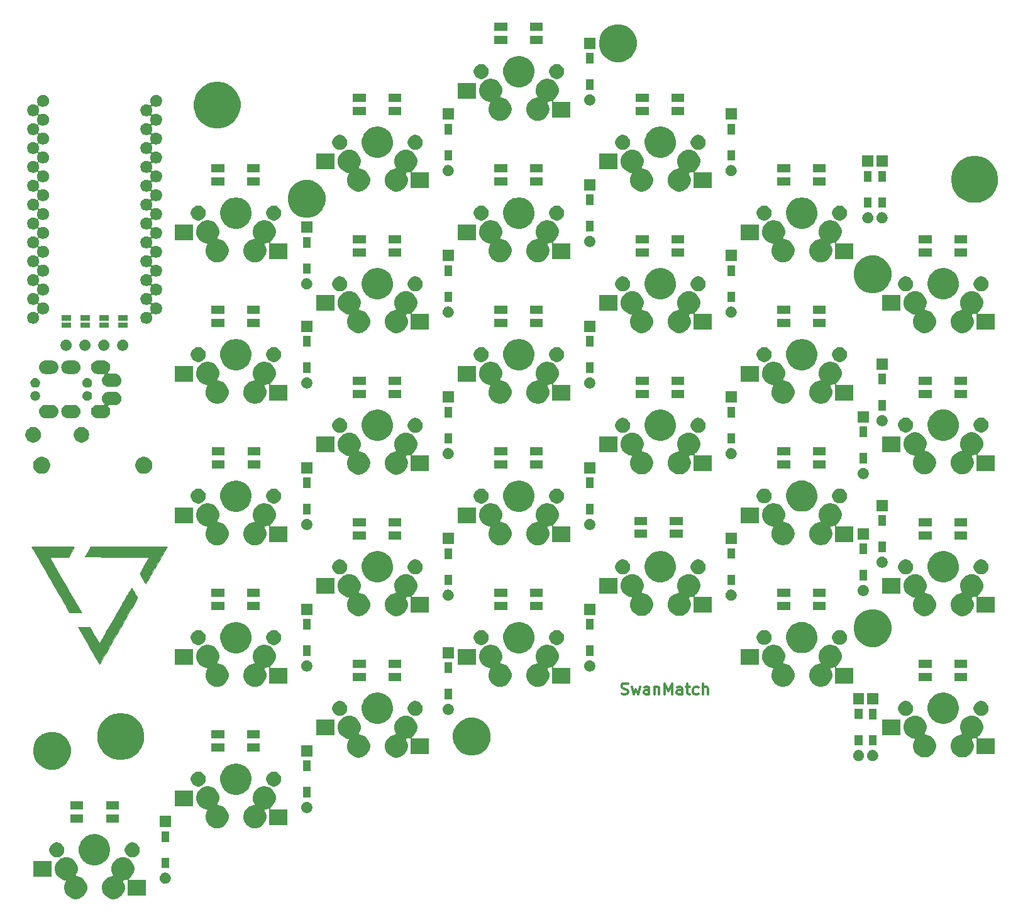
<source format=gts>
G04 #@! TF.GenerationSoftware,KiCad,Pcbnew,5.0.2-bee76a0~70~ubuntu18.04.1*
G04 #@! TF.CreationDate,2019-04-11T02:53:24+09:00*
G04 #@! TF.ProjectId,benzene,62656e7a-656e-4652-9e6b-696361645f70,rev?*
G04 #@! TF.SameCoordinates,Original*
G04 #@! TF.FileFunction,Soldermask,Top*
G04 #@! TF.FilePolarity,Negative*
%FSLAX46Y46*%
G04 Gerber Fmt 4.6, Leading zero omitted, Abs format (unit mm)*
G04 Created by KiCad (PCBNEW 5.0.2-bee76a0~70~ubuntu18.04.1) date 2019年04月11日 02時53分24秒*
%MOMM*%
%LPD*%
G01*
G04 APERTURE LIST*
%ADD10C,0.300000*%
%ADD11C,0.010000*%
%ADD12C,0.265000*%
G04 APERTURE END LIST*
D10*
X156702857Y-112367142D02*
X156917142Y-112438571D01*
X157274285Y-112438571D01*
X157417142Y-112367142D01*
X157488571Y-112295714D01*
X157560000Y-112152857D01*
X157560000Y-112010000D01*
X157488571Y-111867142D01*
X157417142Y-111795714D01*
X157274285Y-111724285D01*
X156988571Y-111652857D01*
X156845714Y-111581428D01*
X156774285Y-111510000D01*
X156702857Y-111367142D01*
X156702857Y-111224285D01*
X156774285Y-111081428D01*
X156845714Y-111010000D01*
X156988571Y-110938571D01*
X157345714Y-110938571D01*
X157560000Y-111010000D01*
X158060000Y-111438571D02*
X158345714Y-112438571D01*
X158631428Y-111724285D01*
X158917142Y-112438571D01*
X159202857Y-111438571D01*
X160417142Y-112438571D02*
X160417142Y-111652857D01*
X160345714Y-111510000D01*
X160202857Y-111438571D01*
X159917142Y-111438571D01*
X159774285Y-111510000D01*
X160417142Y-112367142D02*
X160274285Y-112438571D01*
X159917142Y-112438571D01*
X159774285Y-112367142D01*
X159702857Y-112224285D01*
X159702857Y-112081428D01*
X159774285Y-111938571D01*
X159917142Y-111867142D01*
X160274285Y-111867142D01*
X160417142Y-111795714D01*
X161131428Y-111438571D02*
X161131428Y-112438571D01*
X161131428Y-111581428D02*
X161202857Y-111510000D01*
X161345714Y-111438571D01*
X161560000Y-111438571D01*
X161702857Y-111510000D01*
X161774285Y-111652857D01*
X161774285Y-112438571D01*
X162488571Y-112438571D02*
X162488571Y-110938571D01*
X162988571Y-112010000D01*
X163488571Y-110938571D01*
X163488571Y-112438571D01*
X164845714Y-112438571D02*
X164845714Y-111652857D01*
X164774285Y-111510000D01*
X164631428Y-111438571D01*
X164345714Y-111438571D01*
X164202857Y-111510000D01*
X164845714Y-112367142D02*
X164702857Y-112438571D01*
X164345714Y-112438571D01*
X164202857Y-112367142D01*
X164131428Y-112224285D01*
X164131428Y-112081428D01*
X164202857Y-111938571D01*
X164345714Y-111867142D01*
X164702857Y-111867142D01*
X164845714Y-111795714D01*
X165345714Y-111438571D02*
X165917142Y-111438571D01*
X165560000Y-110938571D02*
X165560000Y-112224285D01*
X165631428Y-112367142D01*
X165774285Y-112438571D01*
X165917142Y-112438571D01*
X167060000Y-112367142D02*
X166917142Y-112438571D01*
X166631428Y-112438571D01*
X166488571Y-112367142D01*
X166417142Y-112295714D01*
X166345714Y-112152857D01*
X166345714Y-111724285D01*
X166417142Y-111581428D01*
X166488571Y-111510000D01*
X166631428Y-111438571D01*
X166917142Y-111438571D01*
X167060000Y-111510000D01*
X167702857Y-112438571D02*
X167702857Y-110938571D01*
X168345714Y-112438571D02*
X168345714Y-111652857D01*
X168274285Y-111510000D01*
X168131428Y-111438571D01*
X167917142Y-111438571D01*
X167774285Y-111510000D01*
X167702857Y-111581428D01*
D11*
G04 #@! TO.C,G1*
G36*
X92577726Y-97438357D02*
X92509895Y-97346208D01*
X92414625Y-97196467D01*
X92287082Y-96982235D01*
X92209106Y-96847755D01*
X92085942Y-96629836D01*
X91980705Y-96435542D01*
X91899712Y-96277218D01*
X91849281Y-96167208D01*
X91835651Y-96118034D01*
X91861189Y-96070389D01*
X91923688Y-95959185D01*
X92017623Y-95794094D01*
X92137465Y-95584790D01*
X92277689Y-95340947D01*
X92432766Y-95072239D01*
X92467552Y-95012087D01*
X93079813Y-93953753D01*
X88754261Y-93932587D01*
X84428708Y-93911420D01*
X84826698Y-93223503D01*
X85224689Y-92535587D01*
X90366843Y-92535587D01*
X91018752Y-92535843D01*
X91646445Y-92536589D01*
X92244805Y-92537795D01*
X92808713Y-92539427D01*
X93333050Y-92541456D01*
X93812698Y-92543848D01*
X94242539Y-92546572D01*
X94617454Y-92549596D01*
X94932325Y-92552889D01*
X95182033Y-92556419D01*
X95361460Y-92560154D01*
X95465488Y-92564063D01*
X95490963Y-92567337D01*
X95357890Y-92800958D01*
X95199902Y-93077205D01*
X95021134Y-93388928D01*
X94825723Y-93728978D01*
X94617805Y-94090204D01*
X94401516Y-94465456D01*
X94180993Y-94847586D01*
X93960372Y-95229442D01*
X93743789Y-95603875D01*
X93535380Y-95963735D01*
X93339282Y-96301872D01*
X93159631Y-96611137D01*
X93000563Y-96884379D01*
X92866215Y-97114448D01*
X92760722Y-97294195D01*
X92688220Y-97416471D01*
X92652848Y-97474124D01*
X92650414Y-97477474D01*
X92622954Y-97479813D01*
X92577726Y-97438357D01*
X92577726Y-97438357D01*
G37*
X92577726Y-97438357D02*
X92509895Y-97346208D01*
X92414625Y-97196467D01*
X92287082Y-96982235D01*
X92209106Y-96847755D01*
X92085942Y-96629836D01*
X91980705Y-96435542D01*
X91899712Y-96277218D01*
X91849281Y-96167208D01*
X91835651Y-96118034D01*
X91861189Y-96070389D01*
X91923688Y-95959185D01*
X92017623Y-95794094D01*
X92137465Y-95584790D01*
X92277689Y-95340947D01*
X92432766Y-95072239D01*
X92467552Y-95012087D01*
X93079813Y-93953753D01*
X88754261Y-93932587D01*
X84428708Y-93911420D01*
X84826698Y-93223503D01*
X85224689Y-92535587D01*
X90366843Y-92535587D01*
X91018752Y-92535843D01*
X91646445Y-92536589D01*
X92244805Y-92537795D01*
X92808713Y-92539427D01*
X93333050Y-92541456D01*
X93812698Y-92543848D01*
X94242539Y-92546572D01*
X94617454Y-92549596D01*
X94932325Y-92552889D01*
X95182033Y-92556419D01*
X95361460Y-92560154D01*
X95465488Y-92564063D01*
X95490963Y-92567337D01*
X95357890Y-92800958D01*
X95199902Y-93077205D01*
X95021134Y-93388928D01*
X94825723Y-93728978D01*
X94617805Y-94090204D01*
X94401516Y-94465456D01*
X94180993Y-94847586D01*
X93960372Y-95229442D01*
X93743789Y-95603875D01*
X93535380Y-95963735D01*
X93339282Y-96301872D01*
X93159631Y-96611137D01*
X93000563Y-96884379D01*
X92866215Y-97114448D01*
X92760722Y-97294195D01*
X92688220Y-97416471D01*
X92652848Y-97474124D01*
X92650414Y-97477474D01*
X92622954Y-97479813D01*
X92577726Y-97438357D01*
G36*
X82671911Y-101417032D02*
X82515314Y-101410196D01*
X82415617Y-101397824D01*
X82363597Y-101379450D01*
X82356746Y-101373634D01*
X82329577Y-101330657D01*
X82262901Y-101218844D01*
X82159375Y-101042778D01*
X82021655Y-100807044D01*
X81852399Y-100516226D01*
X81654263Y-100174909D01*
X81429904Y-99787676D01*
X81181979Y-99359112D01*
X80913145Y-98893801D01*
X80626058Y-98396327D01*
X80323377Y-97871275D01*
X80007757Y-97323229D01*
X79798408Y-96959420D01*
X79476355Y-96399576D01*
X79166006Y-95860082D01*
X78869980Y-95345490D01*
X78590895Y-94860350D01*
X78331369Y-94409213D01*
X78094019Y-93996630D01*
X77881464Y-93627150D01*
X77696322Y-93305326D01*
X77541210Y-93035707D01*
X77418746Y-92822845D01*
X77331548Y-92671289D01*
X77282235Y-92585591D01*
X77271723Y-92567337D01*
X77309761Y-92561995D01*
X77425658Y-92556935D01*
X77612606Y-92552232D01*
X77863797Y-92547963D01*
X78172425Y-92544202D01*
X78531682Y-92541025D01*
X78934759Y-92538507D01*
X79374850Y-92536724D01*
X79845147Y-92535751D01*
X80138030Y-92535587D01*
X80623277Y-92536104D01*
X81082495Y-92537599D01*
X81508863Y-92539984D01*
X81895560Y-92543175D01*
X82235764Y-92547084D01*
X82522656Y-92551625D01*
X82749412Y-92556713D01*
X82909213Y-92562261D01*
X82995238Y-92568183D01*
X83008611Y-92571858D01*
X82983866Y-92618649D01*
X82923801Y-92726347D01*
X82835437Y-92882541D01*
X82725791Y-93074817D01*
X82613965Y-93269761D01*
X82233430Y-93931392D01*
X80958129Y-93942573D01*
X79682828Y-93953753D01*
X81341136Y-96832420D01*
X81617006Y-97311263D01*
X81891599Y-97787809D01*
X82160338Y-98254117D01*
X82418643Y-98702248D01*
X82661936Y-99124260D01*
X82885639Y-99512212D01*
X83085174Y-99858165D01*
X83255963Y-100154177D01*
X83393427Y-100392308D01*
X83489019Y-100557753D01*
X83978596Y-101404420D01*
X83192690Y-101415967D01*
X82894629Y-101418801D01*
X82671911Y-101417032D01*
X82671911Y-101417032D01*
G37*
X82671911Y-101417032D02*
X82515314Y-101410196D01*
X82415617Y-101397824D01*
X82363597Y-101379450D01*
X82356746Y-101373634D01*
X82329577Y-101330657D01*
X82262901Y-101218844D01*
X82159375Y-101042778D01*
X82021655Y-100807044D01*
X81852399Y-100516226D01*
X81654263Y-100174909D01*
X81429904Y-99787676D01*
X81181979Y-99359112D01*
X80913145Y-98893801D01*
X80626058Y-98396327D01*
X80323377Y-97871275D01*
X80007757Y-97323229D01*
X79798408Y-96959420D01*
X79476355Y-96399576D01*
X79166006Y-95860082D01*
X78869980Y-95345490D01*
X78590895Y-94860350D01*
X78331369Y-94409213D01*
X78094019Y-93996630D01*
X77881464Y-93627150D01*
X77696322Y-93305326D01*
X77541210Y-93035707D01*
X77418746Y-92822845D01*
X77331548Y-92671289D01*
X77282235Y-92585591D01*
X77271723Y-92567337D01*
X77309761Y-92561995D01*
X77425658Y-92556935D01*
X77612606Y-92552232D01*
X77863797Y-92547963D01*
X78172425Y-92544202D01*
X78531682Y-92541025D01*
X78934759Y-92538507D01*
X79374850Y-92536724D01*
X79845147Y-92535751D01*
X80138030Y-92535587D01*
X80623277Y-92536104D01*
X81082495Y-92537599D01*
X81508863Y-92539984D01*
X81895560Y-92543175D01*
X82235764Y-92547084D01*
X82522656Y-92551625D01*
X82749412Y-92556713D01*
X82909213Y-92562261D01*
X82995238Y-92568183D01*
X83008611Y-92571858D01*
X82983866Y-92618649D01*
X82923801Y-92726347D01*
X82835437Y-92882541D01*
X82725791Y-93074817D01*
X82613965Y-93269761D01*
X82233430Y-93931392D01*
X80958129Y-93942573D01*
X79682828Y-93953753D01*
X81341136Y-96832420D01*
X81617006Y-97311263D01*
X81891599Y-97787809D01*
X82160338Y-98254117D01*
X82418643Y-98702248D01*
X82661936Y-99124260D01*
X82885639Y-99512212D01*
X83085174Y-99858165D01*
X83255963Y-100154177D01*
X83393427Y-100392308D01*
X83489019Y-100557753D01*
X83978596Y-101404420D01*
X83192690Y-101415967D01*
X82894629Y-101418801D01*
X82671911Y-101417032D01*
G36*
X86360594Y-108286480D02*
X86295376Y-108185030D01*
X86195149Y-108021980D01*
X86063439Y-107803272D01*
X85903771Y-107534847D01*
X85719669Y-107222647D01*
X85514656Y-106872613D01*
X85292259Y-106490687D01*
X85056001Y-106082809D01*
X84916728Y-105841412D01*
X83482396Y-103351753D01*
X84275471Y-103340198D01*
X84564888Y-103337143D01*
X84780309Y-103337995D01*
X84932338Y-103343353D01*
X85031580Y-103353814D01*
X85088642Y-103369978D01*
X85111024Y-103387384D01*
X85142400Y-103438070D01*
X85210158Y-103552390D01*
X85308575Y-103720522D01*
X85431928Y-103932647D01*
X85574491Y-104178944D01*
X85730543Y-104449591D01*
X85765290Y-104509990D01*
X86377080Y-105573853D01*
X86449561Y-105457637D01*
X86480595Y-105405121D01*
X86550237Y-105285507D01*
X86654864Y-105105078D01*
X86790853Y-104870119D01*
X86954580Y-104586913D01*
X87142422Y-104261744D01*
X87350756Y-103900896D01*
X87575960Y-103510653D01*
X87814409Y-103097299D01*
X88062480Y-102667118D01*
X88316551Y-102226394D01*
X88572998Y-101781410D01*
X88828199Y-101338451D01*
X89078529Y-100903800D01*
X89320365Y-100483742D01*
X89550085Y-100084561D01*
X89764066Y-99712539D01*
X89958684Y-99373962D01*
X90130315Y-99075112D01*
X90268944Y-98833431D01*
X90399518Y-98607343D01*
X90516222Y-98408570D01*
X90612489Y-98248027D01*
X90681755Y-98136628D01*
X90717451Y-98085289D01*
X90720333Y-98083116D01*
X90747054Y-98118160D01*
X90808330Y-98215287D01*
X90897131Y-98362830D01*
X91006424Y-98549120D01*
X91118972Y-98744600D01*
X91240341Y-98959869D01*
X91345505Y-99151539D01*
X91427708Y-99306873D01*
X91480196Y-99413136D01*
X91496445Y-99456219D01*
X91475752Y-99499618D01*
X91415690Y-99610973D01*
X91319285Y-99784955D01*
X91189563Y-100016234D01*
X91029549Y-100299478D01*
X90842269Y-100629356D01*
X90630749Y-101000539D01*
X90398014Y-101407694D01*
X90147091Y-101845493D01*
X89881004Y-102308603D01*
X89631685Y-102741558D01*
X89335295Y-103255733D01*
X89037208Y-103772882D01*
X88742072Y-104284944D01*
X88454532Y-104783853D01*
X88179237Y-105261547D01*
X87920831Y-105709964D01*
X87683962Y-106121039D01*
X87473276Y-106486709D01*
X87293421Y-106798911D01*
X87149043Y-107049581D01*
X87095212Y-107143064D01*
X86930133Y-107428194D01*
X86777516Y-107688770D01*
X86642684Y-107915944D01*
X86530958Y-108100864D01*
X86447659Y-108234683D01*
X86398108Y-108308551D01*
X86387281Y-108320389D01*
X86360594Y-108286480D01*
X86360594Y-108286480D01*
G37*
X86360594Y-108286480D02*
X86295376Y-108185030D01*
X86195149Y-108021980D01*
X86063439Y-107803272D01*
X85903771Y-107534847D01*
X85719669Y-107222647D01*
X85514656Y-106872613D01*
X85292259Y-106490687D01*
X85056001Y-106082809D01*
X84916728Y-105841412D01*
X83482396Y-103351753D01*
X84275471Y-103340198D01*
X84564888Y-103337143D01*
X84780309Y-103337995D01*
X84932338Y-103343353D01*
X85031580Y-103353814D01*
X85088642Y-103369978D01*
X85111024Y-103387384D01*
X85142400Y-103438070D01*
X85210158Y-103552390D01*
X85308575Y-103720522D01*
X85431928Y-103932647D01*
X85574491Y-104178944D01*
X85730543Y-104449591D01*
X85765290Y-104509990D01*
X86377080Y-105573853D01*
X86449561Y-105457637D01*
X86480595Y-105405121D01*
X86550237Y-105285507D01*
X86654864Y-105105078D01*
X86790853Y-104870119D01*
X86954580Y-104586913D01*
X87142422Y-104261744D01*
X87350756Y-103900896D01*
X87575960Y-103510653D01*
X87814409Y-103097299D01*
X88062480Y-102667118D01*
X88316551Y-102226394D01*
X88572998Y-101781410D01*
X88828199Y-101338451D01*
X89078529Y-100903800D01*
X89320365Y-100483742D01*
X89550085Y-100084561D01*
X89764066Y-99712539D01*
X89958684Y-99373962D01*
X90130315Y-99075112D01*
X90268944Y-98833431D01*
X90399518Y-98607343D01*
X90516222Y-98408570D01*
X90612489Y-98248027D01*
X90681755Y-98136628D01*
X90717451Y-98085289D01*
X90720333Y-98083116D01*
X90747054Y-98118160D01*
X90808330Y-98215287D01*
X90897131Y-98362830D01*
X91006424Y-98549120D01*
X91118972Y-98744600D01*
X91240341Y-98959869D01*
X91345505Y-99151539D01*
X91427708Y-99306873D01*
X91480196Y-99413136D01*
X91496445Y-99456219D01*
X91475752Y-99499618D01*
X91415690Y-99610973D01*
X91319285Y-99784955D01*
X91189563Y-100016234D01*
X91029549Y-100299478D01*
X90842269Y-100629356D01*
X90630749Y-101000539D01*
X90398014Y-101407694D01*
X90147091Y-101845493D01*
X89881004Y-102308603D01*
X89631685Y-102741558D01*
X89335295Y-103255733D01*
X89037208Y-103772882D01*
X88742072Y-104284944D01*
X88454532Y-104783853D01*
X88179237Y-105261547D01*
X87920831Y-105709964D01*
X87683962Y-106121039D01*
X87473276Y-106486709D01*
X87293421Y-106798911D01*
X87149043Y-107049581D01*
X87095212Y-107143064D01*
X86930133Y-107428194D01*
X86777516Y-107688770D01*
X86642684Y-107915944D01*
X86530958Y-108100864D01*
X86447659Y-108234683D01*
X86398108Y-108308551D01*
X86387281Y-108320389D01*
X86360594Y-108286480D01*
D12*
G36*
X89887527Y-134378736D02*
X89987410Y-134398604D01*
X90269674Y-134515521D01*
X90523705Y-134685259D01*
X90739741Y-134901295D01*
X90909479Y-135155326D01*
X90998507Y-135370260D01*
X91026396Y-135437591D01*
X91086000Y-135737238D01*
X91086000Y-136042762D01*
X91046264Y-136242527D01*
X91026396Y-136342410D01*
X90909479Y-136624674D01*
X90739741Y-136878705D01*
X90523705Y-137094741D01*
X90381030Y-137190073D01*
X90362097Y-137205612D01*
X90346551Y-137224554D01*
X90335000Y-137246165D01*
X90327887Y-137269614D01*
X90325485Y-137294000D01*
X90327887Y-137318386D01*
X90335000Y-137341836D01*
X90346551Y-137363446D01*
X90362097Y-137382388D01*
X90381039Y-137397934D01*
X90402650Y-137409485D01*
X90426099Y-137416598D01*
X90450485Y-137419000D01*
X92626000Y-137419000D01*
X92626000Y-139521000D01*
X90224000Y-139521000D01*
X90224000Y-137470473D01*
X90221598Y-137446087D01*
X90214485Y-137422638D01*
X90202934Y-137401027D01*
X90187388Y-137382085D01*
X90168446Y-137366539D01*
X90146835Y-137354988D01*
X90123386Y-137347875D01*
X90099000Y-137345473D01*
X90074614Y-137347875D01*
X90051165Y-137354988D01*
X89987410Y-137381396D01*
X89798362Y-137419000D01*
X89678625Y-137442817D01*
X89655176Y-137449930D01*
X89633565Y-137461481D01*
X89614623Y-137477027D01*
X89599077Y-137495969D01*
X89587526Y-137517580D01*
X89580413Y-137541029D01*
X89578011Y-137565415D01*
X89580413Y-137589801D01*
X89587526Y-137613250D01*
X89599075Y-137634857D01*
X89639479Y-137695326D01*
X89756396Y-137977590D01*
X89816000Y-138277240D01*
X89816000Y-138582760D01*
X89756396Y-138882410D01*
X89639479Y-139164674D01*
X89469741Y-139418705D01*
X89253705Y-139634741D01*
X88999674Y-139804479D01*
X88717410Y-139921396D01*
X88617527Y-139941264D01*
X88417762Y-139981000D01*
X88112238Y-139981000D01*
X87912473Y-139941264D01*
X87812590Y-139921396D01*
X87530326Y-139804479D01*
X87276295Y-139634741D01*
X87060259Y-139418705D01*
X86890521Y-139164674D01*
X86773604Y-138882410D01*
X86714000Y-138582760D01*
X86714000Y-138277240D01*
X86773604Y-137977590D01*
X86890521Y-137695326D01*
X87060259Y-137441295D01*
X87276295Y-137225259D01*
X87530326Y-137055521D01*
X87812590Y-136938604D01*
X88112240Y-136879000D01*
X88121375Y-136877183D01*
X88144824Y-136870070D01*
X88166435Y-136858519D01*
X88185377Y-136842973D01*
X88200923Y-136824031D01*
X88212474Y-136802420D01*
X88219587Y-136778971D01*
X88221989Y-136754585D01*
X88219587Y-136730199D01*
X88212474Y-136706750D01*
X88200925Y-136685143D01*
X88160521Y-136624674D01*
X88043604Y-136342410D01*
X88023736Y-136242527D01*
X87984000Y-136042762D01*
X87984000Y-135737238D01*
X88043604Y-135437591D01*
X88071493Y-135370260D01*
X88160521Y-135155326D01*
X88330259Y-134901295D01*
X88546295Y-134685259D01*
X88800326Y-134515521D01*
X89082590Y-134398604D01*
X89182473Y-134378736D01*
X89382238Y-134339000D01*
X89687762Y-134339000D01*
X89887527Y-134378736D01*
X89887527Y-134378736D01*
G37*
G36*
X82267527Y-134378737D02*
X82367410Y-134398605D01*
X82649674Y-134515522D01*
X82903705Y-134685260D01*
X83119741Y-134901296D01*
X83289479Y-135155327D01*
X83406396Y-135437591D01*
X83406396Y-135437592D01*
X83466000Y-135737238D01*
X83466000Y-136042761D01*
X83406396Y-136342411D01*
X83289479Y-136624675D01*
X83249072Y-136685148D01*
X83237526Y-136706749D01*
X83230413Y-136730199D01*
X83228011Y-136754585D01*
X83230413Y-136778971D01*
X83237526Y-136802420D01*
X83249077Y-136824031D01*
X83264623Y-136842973D01*
X83283565Y-136858519D01*
X83305175Y-136870070D01*
X83328625Y-136877183D01*
X83337760Y-136879000D01*
X83637410Y-136938604D01*
X83919674Y-137055521D01*
X84173705Y-137225259D01*
X84389741Y-137441295D01*
X84559479Y-137695326D01*
X84676396Y-137977590D01*
X84736000Y-138277240D01*
X84736000Y-138582760D01*
X84676396Y-138882410D01*
X84559479Y-139164674D01*
X84389741Y-139418705D01*
X84173705Y-139634741D01*
X83919674Y-139804479D01*
X83637410Y-139921396D01*
X83537527Y-139941264D01*
X83337762Y-139981000D01*
X83032238Y-139981000D01*
X82832473Y-139941264D01*
X82732590Y-139921396D01*
X82450326Y-139804479D01*
X82196295Y-139634741D01*
X81980259Y-139418705D01*
X81810521Y-139164674D01*
X81693604Y-138882410D01*
X81634000Y-138582760D01*
X81634000Y-138277240D01*
X81693604Y-137977590D01*
X81810521Y-137695326D01*
X81850928Y-137634853D01*
X81862474Y-137613252D01*
X81869587Y-137589802D01*
X81871989Y-137565416D01*
X81869587Y-137541030D01*
X81862474Y-137517581D01*
X81850923Y-137495970D01*
X81835377Y-137477028D01*
X81816435Y-137461482D01*
X81794825Y-137449931D01*
X81771375Y-137442818D01*
X81762240Y-137441001D01*
X81462590Y-137381397D01*
X81180326Y-137264480D01*
X80926295Y-137094742D01*
X80710259Y-136878706D01*
X80540521Y-136624675D01*
X80423604Y-136342411D01*
X80364000Y-136042761D01*
X80364000Y-135737241D01*
X80364001Y-135737238D01*
X80423604Y-135437592D01*
X80423604Y-135437591D01*
X80540521Y-135155327D01*
X80710259Y-134901296D01*
X80926295Y-134685260D01*
X81180326Y-134515522D01*
X81462590Y-134398605D01*
X81562473Y-134378737D01*
X81762238Y-134339001D01*
X82067762Y-134339001D01*
X82267527Y-134378737D01*
X82267527Y-134378737D01*
G37*
G36*
X95468621Y-136439302D02*
X95605022Y-136495801D01*
X95727779Y-136577825D01*
X95832175Y-136682221D01*
X95914199Y-136804978D01*
X95970698Y-136941379D01*
X95999500Y-137086181D01*
X95999500Y-137233819D01*
X95970698Y-137378621D01*
X95914199Y-137515022D01*
X95832175Y-137637779D01*
X95727779Y-137742175D01*
X95605022Y-137824199D01*
X95468621Y-137880698D01*
X95323819Y-137909500D01*
X95176181Y-137909500D01*
X95031379Y-137880698D01*
X94894978Y-137824199D01*
X94772221Y-137742175D01*
X94667825Y-137637779D01*
X94585801Y-137515022D01*
X94529302Y-137378621D01*
X94500500Y-137233819D01*
X94500500Y-137086181D01*
X94529302Y-136941379D01*
X94585801Y-136804978D01*
X94667825Y-136682221D01*
X94772221Y-136577825D01*
X94894978Y-136495801D01*
X95031379Y-136439302D01*
X95176181Y-136410500D01*
X95323819Y-136410500D01*
X95468621Y-136439302D01*
X95468621Y-136439302D01*
G37*
G36*
X79926000Y-136981000D02*
X77524000Y-136981000D01*
X77524000Y-134879000D01*
X79926000Y-134879000D01*
X79926000Y-136981000D01*
X79926000Y-136981000D01*
G37*
G36*
X95776000Y-135826000D02*
X94724000Y-135826000D01*
X94724000Y-134424000D01*
X95776000Y-134424000D01*
X95776000Y-135826000D01*
X95776000Y-135826000D01*
G37*
G36*
X86202536Y-131302827D02*
X86337839Y-131329740D01*
X86496216Y-131395342D01*
X86720196Y-131488117D01*
X87064313Y-131718049D01*
X87356951Y-132010687D01*
X87586883Y-132354804D01*
X87631668Y-132462925D01*
X87734797Y-132711900D01*
X87745260Y-132737162D01*
X87826000Y-133143068D01*
X87826000Y-133556932D01*
X87772847Y-133824150D01*
X87745260Y-133962839D01*
X87734795Y-133988103D01*
X87586883Y-134345196D01*
X87356951Y-134689313D01*
X87064313Y-134981951D01*
X86720196Y-135211883D01*
X86496216Y-135304658D01*
X86337839Y-135370260D01*
X86202536Y-135397173D01*
X85931932Y-135451000D01*
X85518068Y-135451000D01*
X85247464Y-135397173D01*
X85112161Y-135370260D01*
X84953784Y-135304658D01*
X84729804Y-135211883D01*
X84385687Y-134981951D01*
X84093049Y-134689313D01*
X83863117Y-134345196D01*
X83715205Y-133988103D01*
X83704740Y-133962839D01*
X83677153Y-133824150D01*
X83624000Y-133556932D01*
X83624000Y-133143068D01*
X83704740Y-132737162D01*
X83715204Y-132711900D01*
X83818332Y-132462925D01*
X83863117Y-132354804D01*
X84093049Y-132010687D01*
X84385687Y-131718049D01*
X84729804Y-131488117D01*
X84953784Y-131395342D01*
X85112161Y-131329740D01*
X85247464Y-131302827D01*
X85518068Y-131249000D01*
X85931932Y-131249000D01*
X86202536Y-131302827D01*
X86202536Y-131302827D01*
G37*
G36*
X80936981Y-132387468D02*
X81119150Y-132462925D01*
X81283103Y-132572475D01*
X81422525Y-132711897D01*
X81532075Y-132875850D01*
X81607532Y-133058019D01*
X81646000Y-133251410D01*
X81646000Y-133448590D01*
X81607532Y-133641981D01*
X81532075Y-133824150D01*
X81422525Y-133988103D01*
X81283103Y-134127525D01*
X81119150Y-134237075D01*
X80936981Y-134312532D01*
X80743590Y-134351000D01*
X80546410Y-134351000D01*
X80353019Y-134312532D01*
X80170850Y-134237075D01*
X80006897Y-134127525D01*
X79867475Y-133988103D01*
X79757925Y-133824150D01*
X79682468Y-133641981D01*
X79644000Y-133448590D01*
X79644000Y-133251410D01*
X79682468Y-133058019D01*
X79757925Y-132875850D01*
X79867475Y-132711897D01*
X80006897Y-132572475D01*
X80170850Y-132462925D01*
X80353019Y-132387468D01*
X80546410Y-132349000D01*
X80743590Y-132349000D01*
X80936981Y-132387468D01*
X80936981Y-132387468D01*
G37*
G36*
X91096981Y-132387468D02*
X91279150Y-132462925D01*
X91443103Y-132572475D01*
X91582525Y-132711897D01*
X91692075Y-132875850D01*
X91767532Y-133058019D01*
X91806000Y-133251410D01*
X91806000Y-133448590D01*
X91767532Y-133641981D01*
X91692075Y-133824150D01*
X91582525Y-133988103D01*
X91443103Y-134127525D01*
X91279150Y-134237075D01*
X91096981Y-134312532D01*
X90903590Y-134351000D01*
X90706410Y-134351000D01*
X90513019Y-134312532D01*
X90330850Y-134237075D01*
X90166897Y-134127525D01*
X90027475Y-133988103D01*
X89917925Y-133824150D01*
X89842468Y-133641981D01*
X89804000Y-133448590D01*
X89804000Y-133251410D01*
X89842468Y-133058019D01*
X89917925Y-132875850D01*
X90027475Y-132711897D01*
X90166897Y-132572475D01*
X90330850Y-132462925D01*
X90513019Y-132387468D01*
X90706410Y-132349000D01*
X90903590Y-132349000D01*
X91096981Y-132387468D01*
X91096981Y-132387468D01*
G37*
G36*
X95776000Y-132276000D02*
X94724000Y-132276000D01*
X94724000Y-130874000D01*
X95776000Y-130874000D01*
X95776000Y-132276000D01*
X95776000Y-132276000D01*
G37*
G36*
X108937527Y-124853736D02*
X109037410Y-124873604D01*
X109319674Y-124990521D01*
X109573705Y-125160259D01*
X109789741Y-125376295D01*
X109959479Y-125630326D01*
X110048507Y-125845260D01*
X110076396Y-125912591D01*
X110136000Y-126212238D01*
X110136000Y-126517762D01*
X110096264Y-126717527D01*
X110076396Y-126817410D01*
X109959479Y-127099674D01*
X109789741Y-127353705D01*
X109573705Y-127569741D01*
X109431030Y-127665073D01*
X109412097Y-127680612D01*
X109396551Y-127699554D01*
X109385000Y-127721165D01*
X109377887Y-127744614D01*
X109375485Y-127769000D01*
X109377887Y-127793386D01*
X109385000Y-127816836D01*
X109396551Y-127838446D01*
X109412097Y-127857388D01*
X109431039Y-127872934D01*
X109452650Y-127884485D01*
X109476099Y-127891598D01*
X109500485Y-127894000D01*
X111676000Y-127894000D01*
X111676000Y-129996000D01*
X109274000Y-129996000D01*
X109274000Y-127945473D01*
X109271598Y-127921087D01*
X109264485Y-127897638D01*
X109252934Y-127876027D01*
X109237388Y-127857085D01*
X109218446Y-127841539D01*
X109196835Y-127829988D01*
X109173386Y-127822875D01*
X109149000Y-127820473D01*
X109124614Y-127822875D01*
X109101165Y-127829988D01*
X109037410Y-127856396D01*
X108848362Y-127894000D01*
X108728625Y-127917817D01*
X108705176Y-127924930D01*
X108683565Y-127936481D01*
X108664623Y-127952027D01*
X108649077Y-127970969D01*
X108637526Y-127992580D01*
X108630413Y-128016029D01*
X108628011Y-128040415D01*
X108630413Y-128064801D01*
X108637526Y-128088250D01*
X108649075Y-128109857D01*
X108689479Y-128170326D01*
X108806396Y-128452590D01*
X108866000Y-128752240D01*
X108866000Y-129057760D01*
X108806396Y-129357410D01*
X108689479Y-129639674D01*
X108519741Y-129893705D01*
X108303705Y-130109741D01*
X108049674Y-130279479D01*
X107767410Y-130396396D01*
X107667527Y-130416264D01*
X107467762Y-130456000D01*
X107162238Y-130456000D01*
X106962473Y-130416264D01*
X106862590Y-130396396D01*
X106580326Y-130279479D01*
X106326295Y-130109741D01*
X106110259Y-129893705D01*
X105940521Y-129639674D01*
X105823604Y-129357410D01*
X105764000Y-129057760D01*
X105764000Y-128752240D01*
X105823604Y-128452590D01*
X105940521Y-128170326D01*
X106110259Y-127916295D01*
X106326295Y-127700259D01*
X106580326Y-127530521D01*
X106862590Y-127413604D01*
X107162240Y-127354000D01*
X107171375Y-127352183D01*
X107194824Y-127345070D01*
X107216435Y-127333519D01*
X107235377Y-127317973D01*
X107250923Y-127299031D01*
X107262474Y-127277420D01*
X107269587Y-127253971D01*
X107271989Y-127229585D01*
X107269587Y-127205199D01*
X107262474Y-127181750D01*
X107250925Y-127160143D01*
X107210521Y-127099674D01*
X107093604Y-126817410D01*
X107073736Y-126717527D01*
X107034000Y-126517762D01*
X107034000Y-126212238D01*
X107093604Y-125912591D01*
X107121493Y-125845260D01*
X107210521Y-125630326D01*
X107380259Y-125376295D01*
X107596295Y-125160259D01*
X107850326Y-124990521D01*
X108132590Y-124873604D01*
X108232473Y-124853736D01*
X108432238Y-124814000D01*
X108737762Y-124814000D01*
X108937527Y-124853736D01*
X108937527Y-124853736D01*
G37*
G36*
X101317527Y-124853737D02*
X101417410Y-124873605D01*
X101699674Y-124990522D01*
X101953705Y-125160260D01*
X102169741Y-125376296D01*
X102339479Y-125630327D01*
X102456396Y-125912591D01*
X102456396Y-125912592D01*
X102516000Y-126212238D01*
X102516000Y-126517761D01*
X102456396Y-126817411D01*
X102339479Y-127099675D01*
X102299072Y-127160148D01*
X102287526Y-127181749D01*
X102280413Y-127205199D01*
X102278011Y-127229585D01*
X102280413Y-127253971D01*
X102287526Y-127277420D01*
X102299077Y-127299031D01*
X102314623Y-127317973D01*
X102333565Y-127333519D01*
X102355175Y-127345070D01*
X102378625Y-127352183D01*
X102387760Y-127354000D01*
X102687410Y-127413604D01*
X102969674Y-127530521D01*
X103223705Y-127700259D01*
X103439741Y-127916295D01*
X103609479Y-128170326D01*
X103726396Y-128452590D01*
X103786000Y-128752240D01*
X103786000Y-129057760D01*
X103726396Y-129357410D01*
X103609479Y-129639674D01*
X103439741Y-129893705D01*
X103223705Y-130109741D01*
X102969674Y-130279479D01*
X102687410Y-130396396D01*
X102587527Y-130416264D01*
X102387762Y-130456000D01*
X102082238Y-130456000D01*
X101882473Y-130416264D01*
X101782590Y-130396396D01*
X101500326Y-130279479D01*
X101246295Y-130109741D01*
X101030259Y-129893705D01*
X100860521Y-129639674D01*
X100743604Y-129357410D01*
X100684000Y-129057760D01*
X100684000Y-128752240D01*
X100743604Y-128452590D01*
X100860521Y-128170326D01*
X100900928Y-128109853D01*
X100912474Y-128088252D01*
X100919587Y-128064802D01*
X100921989Y-128040416D01*
X100919587Y-128016030D01*
X100912474Y-127992581D01*
X100900923Y-127970970D01*
X100885377Y-127952028D01*
X100866435Y-127936482D01*
X100844825Y-127924931D01*
X100821375Y-127917818D01*
X100812240Y-127916001D01*
X100512590Y-127856397D01*
X100230326Y-127739480D01*
X99976295Y-127569742D01*
X99760259Y-127353706D01*
X99590521Y-127099675D01*
X99473604Y-126817411D01*
X99414000Y-126517761D01*
X99414000Y-126212241D01*
X99414001Y-126212238D01*
X99473604Y-125912592D01*
X99473604Y-125912591D01*
X99590521Y-125630327D01*
X99760259Y-125376296D01*
X99976295Y-125160260D01*
X100230326Y-124990522D01*
X100512590Y-124873605D01*
X100612473Y-124853737D01*
X100812238Y-124814001D01*
X101117762Y-124814001D01*
X101317527Y-124853737D01*
X101317527Y-124853737D01*
G37*
G36*
X95999500Y-130289500D02*
X94500500Y-130289500D01*
X94500500Y-128790500D01*
X95999500Y-128790500D01*
X95999500Y-130289500D01*
X95999500Y-130289500D01*
G37*
G36*
X84176000Y-129696000D02*
X82474000Y-129696000D01*
X82474000Y-128594000D01*
X84176000Y-128594000D01*
X84176000Y-129696000D01*
X84176000Y-129696000D01*
G37*
G36*
X88976000Y-129696000D02*
X87274000Y-129696000D01*
X87274000Y-128594000D01*
X88976000Y-128594000D01*
X88976000Y-129696000D01*
X88976000Y-129696000D01*
G37*
G36*
X114518621Y-126914302D02*
X114655022Y-126970801D01*
X114777779Y-127052825D01*
X114882175Y-127157221D01*
X114964199Y-127279978D01*
X115020698Y-127416379D01*
X115049500Y-127561181D01*
X115049500Y-127708819D01*
X115020698Y-127853621D01*
X114964199Y-127990022D01*
X114882175Y-128112779D01*
X114777779Y-128217175D01*
X114655022Y-128299199D01*
X114518621Y-128355698D01*
X114373819Y-128384500D01*
X114226181Y-128384500D01*
X114081379Y-128355698D01*
X113944978Y-128299199D01*
X113822221Y-128217175D01*
X113717825Y-128112779D01*
X113635801Y-127990022D01*
X113579302Y-127853621D01*
X113550500Y-127708819D01*
X113550500Y-127561181D01*
X113579302Y-127416379D01*
X113635801Y-127279978D01*
X113717825Y-127157221D01*
X113822221Y-127052825D01*
X113944978Y-126970801D01*
X114081379Y-126914302D01*
X114226181Y-126885500D01*
X114373819Y-126885500D01*
X114518621Y-126914302D01*
X114518621Y-126914302D01*
G37*
G36*
X88976000Y-127946000D02*
X87274000Y-127946000D01*
X87274000Y-126844000D01*
X88976000Y-126844000D01*
X88976000Y-127946000D01*
X88976000Y-127946000D01*
G37*
G36*
X84176000Y-127946000D02*
X82474000Y-127946000D01*
X82474000Y-126844000D01*
X84176000Y-126844000D01*
X84176000Y-127946000D01*
X84176000Y-127946000D01*
G37*
G36*
X98976000Y-127456000D02*
X96574000Y-127456000D01*
X96574000Y-125354000D01*
X98976000Y-125354000D01*
X98976000Y-127456000D01*
X98976000Y-127456000D01*
G37*
G36*
X114826000Y-126301000D02*
X113774000Y-126301000D01*
X113774000Y-124899000D01*
X114826000Y-124899000D01*
X114826000Y-126301000D01*
X114826000Y-126301000D01*
G37*
G36*
X105252536Y-121777827D02*
X105387839Y-121804740D01*
X105546216Y-121870342D01*
X105770196Y-121963117D01*
X106114313Y-122193049D01*
X106406951Y-122485687D01*
X106636883Y-122829804D01*
X106681668Y-122937925D01*
X106784797Y-123186900D01*
X106795260Y-123212162D01*
X106876000Y-123618068D01*
X106876000Y-124031932D01*
X106822847Y-124299150D01*
X106795260Y-124437839D01*
X106784795Y-124463103D01*
X106636883Y-124820196D01*
X106406951Y-125164313D01*
X106114313Y-125456951D01*
X105770196Y-125686883D01*
X105546216Y-125779658D01*
X105387839Y-125845260D01*
X105252536Y-125872173D01*
X104981932Y-125926000D01*
X104568068Y-125926000D01*
X104297464Y-125872173D01*
X104162161Y-125845260D01*
X104003784Y-125779658D01*
X103779804Y-125686883D01*
X103435687Y-125456951D01*
X103143049Y-125164313D01*
X102913117Y-124820196D01*
X102765205Y-124463103D01*
X102754740Y-124437839D01*
X102727153Y-124299150D01*
X102674000Y-124031932D01*
X102674000Y-123618068D01*
X102754740Y-123212162D01*
X102765204Y-123186900D01*
X102868332Y-122937925D01*
X102913117Y-122829804D01*
X103143049Y-122485687D01*
X103435687Y-122193049D01*
X103779804Y-121963117D01*
X104003784Y-121870342D01*
X104162161Y-121804740D01*
X104297464Y-121777827D01*
X104568068Y-121724000D01*
X104981932Y-121724000D01*
X105252536Y-121777827D01*
X105252536Y-121777827D01*
G37*
G36*
X99986981Y-122862468D02*
X100169150Y-122937925D01*
X100333103Y-123047475D01*
X100472525Y-123186897D01*
X100582075Y-123350850D01*
X100657532Y-123533019D01*
X100696000Y-123726410D01*
X100696000Y-123923590D01*
X100657532Y-124116981D01*
X100582075Y-124299150D01*
X100472525Y-124463103D01*
X100333103Y-124602525D01*
X100169150Y-124712075D01*
X99986981Y-124787532D01*
X99793590Y-124826000D01*
X99596410Y-124826000D01*
X99403019Y-124787532D01*
X99220850Y-124712075D01*
X99056897Y-124602525D01*
X98917475Y-124463103D01*
X98807925Y-124299150D01*
X98732468Y-124116981D01*
X98694000Y-123923590D01*
X98694000Y-123726410D01*
X98732468Y-123533019D01*
X98807925Y-123350850D01*
X98917475Y-123186897D01*
X99056897Y-123047475D01*
X99220850Y-122937925D01*
X99403019Y-122862468D01*
X99596410Y-122824000D01*
X99793590Y-122824000D01*
X99986981Y-122862468D01*
X99986981Y-122862468D01*
G37*
G36*
X110146981Y-122862468D02*
X110329150Y-122937925D01*
X110493103Y-123047475D01*
X110632525Y-123186897D01*
X110742075Y-123350850D01*
X110817532Y-123533019D01*
X110856000Y-123726410D01*
X110856000Y-123923590D01*
X110817532Y-124116981D01*
X110742075Y-124299150D01*
X110632525Y-124463103D01*
X110493103Y-124602525D01*
X110329150Y-124712075D01*
X110146981Y-124787532D01*
X109953590Y-124826000D01*
X109756410Y-124826000D01*
X109563019Y-124787532D01*
X109380850Y-124712075D01*
X109216897Y-124602525D01*
X109077475Y-124463103D01*
X108967925Y-124299150D01*
X108892468Y-124116981D01*
X108854000Y-123923590D01*
X108854000Y-123726410D01*
X108892468Y-123533019D01*
X108967925Y-123350850D01*
X109077475Y-123186897D01*
X109216897Y-123047475D01*
X109380850Y-122937925D01*
X109563019Y-122862468D01*
X109756410Y-122824000D01*
X109953590Y-122824000D01*
X110146981Y-122862468D01*
X110146981Y-122862468D01*
G37*
G36*
X114826000Y-122751000D02*
X113774000Y-122751000D01*
X113774000Y-121349000D01*
X114826000Y-121349000D01*
X114826000Y-122751000D01*
X114826000Y-122751000D01*
G37*
G36*
X80754096Y-117562033D02*
X80754098Y-117562034D01*
X80754099Y-117562034D01*
X81218352Y-117754333D01*
X81586798Y-118000521D01*
X81636171Y-118033511D01*
X81991489Y-118388829D01*
X81991491Y-118388832D01*
X82270667Y-118806648D01*
X82442809Y-119222238D01*
X82462967Y-119270904D01*
X82561000Y-119763747D01*
X82561000Y-120266253D01*
X82470979Y-120718819D01*
X82462966Y-120759099D01*
X82270667Y-121223352D01*
X81992750Y-121639284D01*
X81991489Y-121641171D01*
X81636171Y-121996489D01*
X81636168Y-121996491D01*
X81218352Y-122275667D01*
X80754099Y-122467966D01*
X80754098Y-122467966D01*
X80754096Y-122467967D01*
X80261253Y-122566000D01*
X79758747Y-122566000D01*
X79265904Y-122467967D01*
X79265902Y-122467966D01*
X79265901Y-122467966D01*
X78801648Y-122275667D01*
X78383832Y-121996491D01*
X78383829Y-121996489D01*
X78028511Y-121641171D01*
X78027250Y-121639284D01*
X77749333Y-121223352D01*
X77557034Y-120759099D01*
X77549022Y-120718819D01*
X77459000Y-120266253D01*
X77459000Y-119763747D01*
X77557033Y-119270904D01*
X77577191Y-119222238D01*
X77749333Y-118806648D01*
X78028509Y-118388832D01*
X78028511Y-118388829D01*
X78383829Y-118033511D01*
X78433202Y-118000521D01*
X78801648Y-117754333D01*
X79265901Y-117562034D01*
X79265902Y-117562034D01*
X79265904Y-117562033D01*
X79758747Y-117464000D01*
X80261253Y-117464000D01*
X80754096Y-117562033D01*
X80754096Y-117562033D01*
G37*
G36*
X190718621Y-119929302D02*
X190855022Y-119985801D01*
X190977779Y-120067825D01*
X191082175Y-120172221D01*
X191164199Y-120294978D01*
X191220698Y-120431379D01*
X191249500Y-120576181D01*
X191249500Y-120723819D01*
X191220698Y-120868621D01*
X191164199Y-121005022D01*
X191082175Y-121127779D01*
X190977779Y-121232175D01*
X190855022Y-121314199D01*
X190718621Y-121370698D01*
X190573819Y-121399500D01*
X190426181Y-121399500D01*
X190281379Y-121370698D01*
X190144978Y-121314199D01*
X190022221Y-121232175D01*
X189917825Y-121127779D01*
X189835801Y-121005022D01*
X189779302Y-120868621D01*
X189750500Y-120723819D01*
X189750500Y-120576181D01*
X189779302Y-120431379D01*
X189835801Y-120294978D01*
X189917825Y-120172221D01*
X190022221Y-120067825D01*
X190144978Y-119985801D01*
X190281379Y-119929302D01*
X190426181Y-119900500D01*
X190573819Y-119900500D01*
X190718621Y-119929302D01*
X190718621Y-119929302D01*
G37*
G36*
X188826621Y-119924302D02*
X188963022Y-119980801D01*
X189085779Y-120062825D01*
X189190175Y-120167221D01*
X189272199Y-120289978D01*
X189328698Y-120426379D01*
X189357500Y-120571181D01*
X189357500Y-120718819D01*
X189328698Y-120863621D01*
X189272199Y-121000022D01*
X189190175Y-121122779D01*
X189085779Y-121227175D01*
X188963022Y-121309199D01*
X188826621Y-121365698D01*
X188681819Y-121394500D01*
X188534181Y-121394500D01*
X188389379Y-121365698D01*
X188252978Y-121309199D01*
X188130221Y-121227175D01*
X188025825Y-121122779D01*
X187943801Y-121000022D01*
X187887302Y-120863621D01*
X187858500Y-120718819D01*
X187858500Y-120571181D01*
X187887302Y-120426379D01*
X187943801Y-120289978D01*
X188025825Y-120167221D01*
X188130221Y-120062825D01*
X188252978Y-119980801D01*
X188389379Y-119924302D01*
X188534181Y-119895500D01*
X188681819Y-119895500D01*
X188826621Y-119924302D01*
X188826621Y-119924302D01*
G37*
G36*
X89877944Y-115012174D02*
X90169113Y-115070091D01*
X90742558Y-115307620D01*
X91118774Y-115559000D01*
X91258648Y-115652461D01*
X91697539Y-116091352D01*
X91697541Y-116091355D01*
X92042380Y-116607442D01*
X92201985Y-116992762D01*
X92279909Y-117180888D01*
X92401000Y-117789652D01*
X92401000Y-118410348D01*
X92354259Y-118645328D01*
X92279909Y-119019113D01*
X92042380Y-119592558D01*
X91817374Y-119929302D01*
X91697539Y-120108648D01*
X91258648Y-120547539D01*
X91258645Y-120547541D01*
X90742558Y-120892380D01*
X90169113Y-121129909D01*
X89966191Y-121170273D01*
X89560348Y-121251000D01*
X88939652Y-121251000D01*
X88533809Y-121170273D01*
X88330887Y-121129909D01*
X87757442Y-120892380D01*
X87241355Y-120547541D01*
X87241352Y-120547539D01*
X86802461Y-120108648D01*
X86682626Y-119929302D01*
X86457620Y-119592558D01*
X86220091Y-119019113D01*
X86145741Y-118645328D01*
X86099000Y-118410348D01*
X86099000Y-117789652D01*
X86220091Y-117180888D01*
X86298015Y-116992762D01*
X86457620Y-116607442D01*
X86802459Y-116091355D01*
X86802461Y-116091352D01*
X87241352Y-115652461D01*
X87381226Y-115559000D01*
X87757442Y-115307620D01*
X88330887Y-115070091D01*
X88622056Y-115012174D01*
X88939652Y-114949000D01*
X89560348Y-114949000D01*
X89877944Y-115012174D01*
X89877944Y-115012174D01*
G37*
G36*
X127987527Y-115328736D02*
X128087410Y-115348604D01*
X128369674Y-115465521D01*
X128623705Y-115635259D01*
X128839741Y-115851295D01*
X129009479Y-116105326D01*
X129126396Y-116387590D01*
X129126396Y-116387591D01*
X129186000Y-116687238D01*
X129186000Y-116992762D01*
X129148579Y-117180887D01*
X129126396Y-117292410D01*
X129009479Y-117574674D01*
X128839741Y-117828705D01*
X128623705Y-118044741D01*
X128481030Y-118140073D01*
X128462097Y-118155612D01*
X128446551Y-118174554D01*
X128435000Y-118196165D01*
X128427887Y-118219614D01*
X128425485Y-118244000D01*
X128427887Y-118268386D01*
X128435000Y-118291836D01*
X128446551Y-118313446D01*
X128462097Y-118332388D01*
X128481039Y-118347934D01*
X128502650Y-118359485D01*
X128526099Y-118366598D01*
X128550485Y-118369000D01*
X130726000Y-118369000D01*
X130726000Y-120471000D01*
X128324000Y-120471000D01*
X128324000Y-118420473D01*
X128321598Y-118396087D01*
X128314485Y-118372638D01*
X128302934Y-118351027D01*
X128287388Y-118332085D01*
X128268446Y-118316539D01*
X128246835Y-118304988D01*
X128223386Y-118297875D01*
X128199000Y-118295473D01*
X128174614Y-118297875D01*
X128151165Y-118304988D01*
X128135349Y-118311539D01*
X128087410Y-118331396D01*
X127811414Y-118386295D01*
X127778625Y-118392817D01*
X127755176Y-118399930D01*
X127733565Y-118411481D01*
X127714623Y-118427027D01*
X127699077Y-118445969D01*
X127687526Y-118467580D01*
X127680413Y-118491029D01*
X127678011Y-118515415D01*
X127680413Y-118539801D01*
X127687526Y-118563250D01*
X127699075Y-118584857D01*
X127739479Y-118645326D01*
X127806300Y-118806648D01*
X127856396Y-118927591D01*
X127916000Y-119227238D01*
X127916000Y-119532762D01*
X127876264Y-119732527D01*
X127856396Y-119832410D01*
X127739479Y-120114674D01*
X127569741Y-120368705D01*
X127353705Y-120584741D01*
X127099674Y-120754479D01*
X126817410Y-120871396D01*
X126717527Y-120891264D01*
X126517762Y-120931000D01*
X126212238Y-120931000D01*
X126012473Y-120891264D01*
X125912590Y-120871396D01*
X125630326Y-120754479D01*
X125376295Y-120584741D01*
X125160259Y-120368705D01*
X124990521Y-120114674D01*
X124873604Y-119832410D01*
X124853736Y-119732527D01*
X124814000Y-119532762D01*
X124814000Y-119227238D01*
X124873604Y-118927591D01*
X124904045Y-118854099D01*
X124990521Y-118645326D01*
X125160259Y-118391295D01*
X125376295Y-118175259D01*
X125630326Y-118005521D01*
X125912590Y-117888604D01*
X126212240Y-117829000D01*
X126221375Y-117827183D01*
X126244824Y-117820070D01*
X126266435Y-117808519D01*
X126285377Y-117792973D01*
X126300923Y-117774031D01*
X126312474Y-117752420D01*
X126319587Y-117728971D01*
X126321989Y-117704585D01*
X126319587Y-117680199D01*
X126312474Y-117656750D01*
X126300925Y-117635143D01*
X126260521Y-117574674D01*
X126143604Y-117292410D01*
X126121421Y-117180887D01*
X126084000Y-116992762D01*
X126084000Y-116687238D01*
X126143604Y-116387591D01*
X126143604Y-116387590D01*
X126260521Y-116105326D01*
X126430259Y-115851295D01*
X126646295Y-115635259D01*
X126900326Y-115465521D01*
X127182590Y-115348604D01*
X127282473Y-115328736D01*
X127482238Y-115289000D01*
X127787762Y-115289000D01*
X127987527Y-115328736D01*
X127987527Y-115328736D01*
G37*
G36*
X120367527Y-115328737D02*
X120467410Y-115348605D01*
X120749674Y-115465522D01*
X121003705Y-115635260D01*
X121219741Y-115851296D01*
X121389479Y-116105327D01*
X121506396Y-116387591D01*
X121509063Y-116401000D01*
X121566000Y-116687238D01*
X121566000Y-116992761D01*
X121506396Y-117292411D01*
X121389479Y-117574675D01*
X121349072Y-117635148D01*
X121337526Y-117656749D01*
X121330413Y-117680199D01*
X121328011Y-117704585D01*
X121330413Y-117728971D01*
X121337526Y-117752420D01*
X121349077Y-117774031D01*
X121364623Y-117792973D01*
X121383565Y-117808519D01*
X121405175Y-117820070D01*
X121428625Y-117827183D01*
X121437760Y-117829000D01*
X121737410Y-117888604D01*
X122019674Y-118005521D01*
X122273705Y-118175259D01*
X122489741Y-118391295D01*
X122659479Y-118645326D01*
X122745955Y-118854099D01*
X122776396Y-118927591D01*
X122836000Y-119227238D01*
X122836000Y-119532762D01*
X122796264Y-119732527D01*
X122776396Y-119832410D01*
X122659479Y-120114674D01*
X122489741Y-120368705D01*
X122273705Y-120584741D01*
X122019674Y-120754479D01*
X121737410Y-120871396D01*
X121637527Y-120891264D01*
X121437762Y-120931000D01*
X121132238Y-120931000D01*
X120932473Y-120891264D01*
X120832590Y-120871396D01*
X120550326Y-120754479D01*
X120296295Y-120584741D01*
X120080259Y-120368705D01*
X119910521Y-120114674D01*
X119793604Y-119832410D01*
X119773736Y-119732527D01*
X119734000Y-119532762D01*
X119734000Y-119227238D01*
X119793604Y-118927591D01*
X119824045Y-118854099D01*
X119910521Y-118645326D01*
X119950928Y-118584853D01*
X119962474Y-118563252D01*
X119969587Y-118539802D01*
X119971989Y-118515416D01*
X119969587Y-118491030D01*
X119962474Y-118467581D01*
X119950923Y-118445970D01*
X119935377Y-118427028D01*
X119916435Y-118411482D01*
X119894825Y-118399931D01*
X119871375Y-118392818D01*
X119862240Y-118391001D01*
X119562590Y-118331397D01*
X119280326Y-118214480D01*
X119026295Y-118044742D01*
X118810259Y-117828706D01*
X118640521Y-117574675D01*
X118523604Y-117292411D01*
X118464000Y-116992761D01*
X118464000Y-116687241D01*
X118464001Y-116687238D01*
X118520937Y-116401000D01*
X118523604Y-116387591D01*
X118640521Y-116105327D01*
X118810259Y-115851296D01*
X119026295Y-115635260D01*
X119280326Y-115465522D01*
X119562590Y-115348605D01*
X119662473Y-115328737D01*
X119862238Y-115289001D01*
X120167762Y-115289001D01*
X120367527Y-115328737D01*
X120367527Y-115328737D01*
G37*
G36*
X204187527Y-115323736D02*
X204287410Y-115343604D01*
X204569674Y-115460521D01*
X204823705Y-115630259D01*
X205039741Y-115846295D01*
X205209479Y-116100326D01*
X205326396Y-116382590D01*
X205327391Y-116387591D01*
X205386000Y-116682238D01*
X205386000Y-116987762D01*
X205385005Y-116992762D01*
X205326396Y-117287410D01*
X205209479Y-117569674D01*
X205039741Y-117823705D01*
X204823705Y-118039741D01*
X204681030Y-118135073D01*
X204662097Y-118150612D01*
X204646551Y-118169554D01*
X204635000Y-118191165D01*
X204627887Y-118214614D01*
X204625485Y-118239000D01*
X204627887Y-118263386D01*
X204635000Y-118286836D01*
X204646551Y-118308446D01*
X204662097Y-118327388D01*
X204681039Y-118342934D01*
X204702650Y-118354485D01*
X204726099Y-118361598D01*
X204750485Y-118364000D01*
X206926000Y-118364000D01*
X206926000Y-120466000D01*
X204524000Y-120466000D01*
X204524000Y-118415473D01*
X204521598Y-118391087D01*
X204514485Y-118367638D01*
X204502934Y-118346027D01*
X204487388Y-118327085D01*
X204468446Y-118311539D01*
X204446835Y-118299988D01*
X204423386Y-118292875D01*
X204399000Y-118290473D01*
X204374614Y-118292875D01*
X204351165Y-118299988D01*
X204287410Y-118326396D01*
X204085301Y-118366598D01*
X203978625Y-118387817D01*
X203955176Y-118394930D01*
X203933565Y-118406481D01*
X203914623Y-118422027D01*
X203899077Y-118440969D01*
X203887526Y-118462580D01*
X203880413Y-118486029D01*
X203878011Y-118510415D01*
X203880413Y-118534801D01*
X203887526Y-118558250D01*
X203899075Y-118579857D01*
X203939479Y-118640326D01*
X204056396Y-118922590D01*
X204057391Y-118927591D01*
X204116000Y-119222238D01*
X204116000Y-119527762D01*
X204115005Y-119532762D01*
X204056396Y-119827410D01*
X203939479Y-120109674D01*
X203769741Y-120363705D01*
X203553705Y-120579741D01*
X203299674Y-120749479D01*
X203017410Y-120866396D01*
X202992273Y-120871396D01*
X202717762Y-120926000D01*
X202412238Y-120926000D01*
X202137727Y-120871396D01*
X202112590Y-120866396D01*
X201830326Y-120749479D01*
X201576295Y-120579741D01*
X201360259Y-120363705D01*
X201190521Y-120109674D01*
X201073604Y-119827410D01*
X201014995Y-119532762D01*
X201014000Y-119527762D01*
X201014000Y-119222238D01*
X201072609Y-118927591D01*
X201073604Y-118922590D01*
X201190521Y-118640326D01*
X201360259Y-118386295D01*
X201576295Y-118170259D01*
X201830326Y-118000521D01*
X202112590Y-117883604D01*
X202412240Y-117824000D01*
X202421375Y-117822183D01*
X202444824Y-117815070D01*
X202466435Y-117803519D01*
X202485377Y-117787973D01*
X202500923Y-117769031D01*
X202512474Y-117747420D01*
X202519587Y-117723971D01*
X202521989Y-117699585D01*
X202519587Y-117675199D01*
X202512474Y-117651750D01*
X202500925Y-117630143D01*
X202460521Y-117569674D01*
X202343604Y-117287410D01*
X202284995Y-116992762D01*
X202284000Y-116987762D01*
X202284000Y-116682238D01*
X202342609Y-116387591D01*
X202343604Y-116382590D01*
X202460521Y-116100326D01*
X202630259Y-115846295D01*
X202846295Y-115630259D01*
X203100326Y-115460521D01*
X203382590Y-115343604D01*
X203482473Y-115323736D01*
X203682238Y-115284000D01*
X203987762Y-115284000D01*
X204187527Y-115323736D01*
X204187527Y-115323736D01*
G37*
G36*
X196567527Y-115323737D02*
X196667410Y-115343605D01*
X196949674Y-115460522D01*
X197203705Y-115630260D01*
X197419741Y-115846296D01*
X197589479Y-116100327D01*
X197706396Y-116382591D01*
X197707391Y-116387592D01*
X197766000Y-116682239D01*
X197766000Y-116987763D01*
X197765005Y-116992763D01*
X197706396Y-117287411D01*
X197589479Y-117569675D01*
X197549072Y-117630148D01*
X197537526Y-117651749D01*
X197530413Y-117675199D01*
X197528011Y-117699585D01*
X197530413Y-117723971D01*
X197537526Y-117747420D01*
X197549077Y-117769031D01*
X197564623Y-117787973D01*
X197583565Y-117803519D01*
X197605175Y-117815070D01*
X197628625Y-117822183D01*
X197637760Y-117824000D01*
X197937410Y-117883604D01*
X198219674Y-118000521D01*
X198473705Y-118170259D01*
X198689741Y-118386295D01*
X198859479Y-118640326D01*
X198976396Y-118922590D01*
X198977391Y-118927591D01*
X199036000Y-119222238D01*
X199036000Y-119527762D01*
X199035005Y-119532762D01*
X198976396Y-119827410D01*
X198859479Y-120109674D01*
X198689741Y-120363705D01*
X198473705Y-120579741D01*
X198219674Y-120749479D01*
X197937410Y-120866396D01*
X197912273Y-120871396D01*
X197637762Y-120926000D01*
X197332238Y-120926000D01*
X197057727Y-120871396D01*
X197032590Y-120866396D01*
X196750326Y-120749479D01*
X196496295Y-120579741D01*
X196280259Y-120363705D01*
X196110521Y-120109674D01*
X195993604Y-119827410D01*
X195934995Y-119532762D01*
X195934000Y-119527762D01*
X195934000Y-119222238D01*
X195992609Y-118927591D01*
X195993604Y-118922590D01*
X196110521Y-118640326D01*
X196150928Y-118579853D01*
X196162474Y-118558252D01*
X196169587Y-118534802D01*
X196171989Y-118510416D01*
X196169587Y-118486030D01*
X196162474Y-118462581D01*
X196150923Y-118440970D01*
X196135377Y-118422028D01*
X196116435Y-118406482D01*
X196094825Y-118394931D01*
X196071375Y-118387818D01*
X196062240Y-118386001D01*
X195762590Y-118326397D01*
X195480326Y-118209480D01*
X195226295Y-118039742D01*
X195010259Y-117823706D01*
X194840521Y-117569675D01*
X194723604Y-117287411D01*
X194664995Y-116992763D01*
X194664000Y-116987763D01*
X194664000Y-116682239D01*
X194722609Y-116387592D01*
X194723604Y-116382591D01*
X194840521Y-116100327D01*
X195010259Y-115846296D01*
X195226295Y-115630260D01*
X195480326Y-115460522D01*
X195762590Y-115343605D01*
X195862473Y-115323737D01*
X196062238Y-115284001D01*
X196367762Y-115284001D01*
X196567527Y-115323737D01*
X196567527Y-115323737D01*
G37*
G36*
X115049500Y-120764500D02*
X113550500Y-120764500D01*
X113550500Y-119265500D01*
X115049500Y-119265500D01*
X115049500Y-120764500D01*
X115049500Y-120764500D01*
G37*
G36*
X137269096Y-115657033D02*
X137269098Y-115657034D01*
X137269099Y-115657034D01*
X137733352Y-115849333D01*
X138095563Y-116091355D01*
X138151171Y-116128511D01*
X138506489Y-116483829D01*
X138506491Y-116483832D01*
X138785667Y-116901648D01*
X138977966Y-117365901D01*
X138977967Y-117365904D01*
X139076000Y-117858747D01*
X139076000Y-118361253D01*
X139019494Y-118645328D01*
X138977966Y-118854099D01*
X138785667Y-119318352D01*
X138602449Y-119592557D01*
X138506489Y-119736171D01*
X138151171Y-120091489D01*
X138151168Y-120091491D01*
X137733352Y-120370667D01*
X137269099Y-120562966D01*
X137269098Y-120562966D01*
X137269096Y-120562967D01*
X136776253Y-120661000D01*
X136273747Y-120661000D01*
X135780904Y-120562967D01*
X135780902Y-120562966D01*
X135780901Y-120562966D01*
X135316648Y-120370667D01*
X134898832Y-120091491D01*
X134898829Y-120091489D01*
X134543511Y-119736171D01*
X134447551Y-119592557D01*
X134264333Y-119318352D01*
X134072034Y-118854099D01*
X134030507Y-118645328D01*
X133974000Y-118361253D01*
X133974000Y-117858747D01*
X134072033Y-117365904D01*
X134072034Y-117365901D01*
X134264333Y-116901648D01*
X134543509Y-116483832D01*
X134543511Y-116483829D01*
X134898829Y-116128511D01*
X134954437Y-116091355D01*
X135316648Y-115849333D01*
X135780901Y-115657034D01*
X135780902Y-115657034D01*
X135780904Y-115657033D01*
X136273747Y-115559000D01*
X136776253Y-115559000D01*
X137269096Y-115657033D01*
X137269096Y-115657033D01*
G37*
G36*
X107993000Y-120136000D02*
X106291000Y-120136000D01*
X106291000Y-119034000D01*
X107993000Y-119034000D01*
X107993000Y-120136000D01*
X107993000Y-120136000D01*
G37*
G36*
X103193000Y-120136000D02*
X101491000Y-120136000D01*
X101491000Y-119034000D01*
X103193000Y-119034000D01*
X103193000Y-120136000D01*
X103193000Y-120136000D01*
G37*
G36*
X191026000Y-119316000D02*
X189974000Y-119316000D01*
X189974000Y-117914000D01*
X191026000Y-117914000D01*
X191026000Y-119316000D01*
X191026000Y-119316000D01*
G37*
G36*
X189134000Y-119311000D02*
X188082000Y-119311000D01*
X188082000Y-117909000D01*
X189134000Y-117909000D01*
X189134000Y-119311000D01*
X189134000Y-119311000D01*
G37*
G36*
X103193000Y-118386000D02*
X101491000Y-118386000D01*
X101491000Y-117284000D01*
X103193000Y-117284000D01*
X103193000Y-118386000D01*
X103193000Y-118386000D01*
G37*
G36*
X107993000Y-118386000D02*
X106291000Y-118386000D01*
X106291000Y-117284000D01*
X107993000Y-117284000D01*
X107993000Y-118386000D01*
X107993000Y-118386000D01*
G37*
G36*
X118026000Y-117931000D02*
X115624000Y-117931000D01*
X115624000Y-115829000D01*
X118026000Y-115829000D01*
X118026000Y-117931000D01*
X118026000Y-117931000D01*
G37*
G36*
X194226000Y-117926000D02*
X191824000Y-117926000D01*
X191824000Y-115824000D01*
X194226000Y-115824000D01*
X194226000Y-117926000D01*
X194226000Y-117926000D01*
G37*
G36*
X124302536Y-112252827D02*
X124437839Y-112279740D01*
X124596216Y-112345342D01*
X124820196Y-112438117D01*
X125164313Y-112668049D01*
X125456951Y-112960687D01*
X125686883Y-113304804D01*
X125729597Y-113407925D01*
X125834797Y-113661900D01*
X125845260Y-113687162D01*
X125926000Y-114093068D01*
X125926000Y-114506932D01*
X125897816Y-114648621D01*
X125845260Y-114912839D01*
X125780124Y-115070091D01*
X125686883Y-115295196D01*
X125456951Y-115639313D01*
X125164313Y-115931951D01*
X124820196Y-116161883D01*
X124596216Y-116254658D01*
X124437839Y-116320260D01*
X124302536Y-116347173D01*
X124031932Y-116401000D01*
X123618068Y-116401000D01*
X123347464Y-116347173D01*
X123212161Y-116320260D01*
X123053784Y-116254658D01*
X122829804Y-116161883D01*
X122485687Y-115931951D01*
X122193049Y-115639313D01*
X121963117Y-115295196D01*
X121869876Y-115070091D01*
X121804740Y-114912839D01*
X121752184Y-114648621D01*
X121724000Y-114506932D01*
X121724000Y-114093068D01*
X121804740Y-113687162D01*
X121815204Y-113661900D01*
X121920403Y-113407925D01*
X121963117Y-113304804D01*
X122193049Y-112960687D01*
X122485687Y-112668049D01*
X122829804Y-112438117D01*
X123053784Y-112345342D01*
X123212161Y-112279740D01*
X123347464Y-112252827D01*
X123618068Y-112199000D01*
X124031932Y-112199000D01*
X124302536Y-112252827D01*
X124302536Y-112252827D01*
G37*
G36*
X200502536Y-112247827D02*
X200637839Y-112274740D01*
X200796216Y-112340342D01*
X201020196Y-112433117D01*
X201364313Y-112663049D01*
X201656951Y-112955687D01*
X201886883Y-113299804D01*
X201931668Y-113407925D01*
X202045260Y-113682161D01*
X202046255Y-113687162D01*
X202126000Y-114088068D01*
X202126000Y-114501932D01*
X202072847Y-114769150D01*
X202045260Y-114907839D01*
X201979658Y-115066216D01*
X201886883Y-115290196D01*
X201656951Y-115634313D01*
X201364313Y-115926951D01*
X201020196Y-116156883D01*
X200796216Y-116249658D01*
X200637839Y-116315260D01*
X200502536Y-116342173D01*
X200231932Y-116396000D01*
X199818068Y-116396000D01*
X199547464Y-116342173D01*
X199412161Y-116315260D01*
X199253784Y-116249658D01*
X199029804Y-116156883D01*
X198685687Y-115926951D01*
X198393049Y-115634313D01*
X198163117Y-115290196D01*
X198070342Y-115066216D01*
X198004740Y-114907839D01*
X197977153Y-114769150D01*
X197924000Y-114501932D01*
X197924000Y-114088068D01*
X198003745Y-113687162D01*
X198004740Y-113682161D01*
X198118332Y-113407925D01*
X198163117Y-113299804D01*
X198393049Y-112955687D01*
X198685687Y-112663049D01*
X199029804Y-112433117D01*
X199253784Y-112340342D01*
X199412161Y-112274740D01*
X199547464Y-112247827D01*
X199818068Y-112194000D01*
X200231932Y-112194000D01*
X200502536Y-112247827D01*
X200502536Y-112247827D01*
G37*
G36*
X191026000Y-115766000D02*
X189974000Y-115766000D01*
X189974000Y-114364000D01*
X191026000Y-114364000D01*
X191026000Y-115766000D01*
X191026000Y-115766000D01*
G37*
G36*
X189134000Y-115761000D02*
X188082000Y-115761000D01*
X188082000Y-114359000D01*
X189134000Y-114359000D01*
X189134000Y-115761000D01*
X189134000Y-115761000D01*
G37*
G36*
X129196981Y-113337468D02*
X129379150Y-113412925D01*
X129543103Y-113522475D01*
X129682525Y-113661897D01*
X129792075Y-113825850D01*
X129867532Y-114008019D01*
X129906000Y-114201410D01*
X129906000Y-114398590D01*
X129867532Y-114591981D01*
X129792075Y-114774150D01*
X129682525Y-114938103D01*
X129543103Y-115077525D01*
X129379150Y-115187075D01*
X129209052Y-115257532D01*
X129196981Y-115262532D01*
X129003590Y-115301000D01*
X128806410Y-115301000D01*
X128613019Y-115262532D01*
X128600948Y-115257532D01*
X128430850Y-115187075D01*
X128266897Y-115077525D01*
X128127475Y-114938103D01*
X128017925Y-114774150D01*
X127942468Y-114591981D01*
X127904000Y-114398590D01*
X127904000Y-114201410D01*
X127942468Y-114008019D01*
X128017925Y-113825850D01*
X128127475Y-113661897D01*
X128266897Y-113522475D01*
X128430850Y-113412925D01*
X128613019Y-113337468D01*
X128806410Y-113299000D01*
X129003590Y-113299000D01*
X129196981Y-113337468D01*
X129196981Y-113337468D01*
G37*
G36*
X119036981Y-113337468D02*
X119219150Y-113412925D01*
X119383103Y-113522475D01*
X119522525Y-113661897D01*
X119632075Y-113825850D01*
X119707532Y-114008019D01*
X119746000Y-114201410D01*
X119746000Y-114398590D01*
X119707532Y-114591981D01*
X119632075Y-114774150D01*
X119522525Y-114938103D01*
X119383103Y-115077525D01*
X119219150Y-115187075D01*
X119049052Y-115257532D01*
X119036981Y-115262532D01*
X118843590Y-115301000D01*
X118646410Y-115301000D01*
X118453019Y-115262532D01*
X118440948Y-115257532D01*
X118270850Y-115187075D01*
X118106897Y-115077525D01*
X117967475Y-114938103D01*
X117857925Y-114774150D01*
X117782468Y-114591981D01*
X117744000Y-114398590D01*
X117744000Y-114201410D01*
X117782468Y-114008019D01*
X117857925Y-113825850D01*
X117967475Y-113661897D01*
X118106897Y-113522475D01*
X118270850Y-113412925D01*
X118453019Y-113337468D01*
X118646410Y-113299000D01*
X118843590Y-113299000D01*
X119036981Y-113337468D01*
X119036981Y-113337468D01*
G37*
G36*
X195236981Y-113332468D02*
X195419150Y-113407925D01*
X195583103Y-113517475D01*
X195722525Y-113656897D01*
X195832075Y-113820850D01*
X195907532Y-114003019D01*
X195946000Y-114196410D01*
X195946000Y-114393590D01*
X195907532Y-114586981D01*
X195832075Y-114769150D01*
X195722525Y-114933103D01*
X195583103Y-115072525D01*
X195419150Y-115182075D01*
X195236981Y-115257532D01*
X195043590Y-115296000D01*
X194846410Y-115296000D01*
X194653019Y-115257532D01*
X194470850Y-115182075D01*
X194306897Y-115072525D01*
X194167475Y-114933103D01*
X194057925Y-114769150D01*
X193982468Y-114586981D01*
X193944000Y-114393590D01*
X193944000Y-114196410D01*
X193982468Y-114003019D01*
X194057925Y-113820850D01*
X194167475Y-113656897D01*
X194306897Y-113517475D01*
X194470850Y-113407925D01*
X194653019Y-113332468D01*
X194846410Y-113294000D01*
X195043590Y-113294000D01*
X195236981Y-113332468D01*
X195236981Y-113332468D01*
G37*
G36*
X205396981Y-113332468D02*
X205579150Y-113407925D01*
X205743103Y-113517475D01*
X205882525Y-113656897D01*
X205992075Y-113820850D01*
X206067532Y-114003019D01*
X206106000Y-114196410D01*
X206106000Y-114393590D01*
X206067532Y-114586981D01*
X205992075Y-114769150D01*
X205882525Y-114933103D01*
X205743103Y-115072525D01*
X205579150Y-115182075D01*
X205396981Y-115257532D01*
X205203590Y-115296000D01*
X205006410Y-115296000D01*
X204813019Y-115257532D01*
X204630850Y-115182075D01*
X204466897Y-115072525D01*
X204327475Y-114933103D01*
X204217925Y-114769150D01*
X204142468Y-114586981D01*
X204104000Y-114393590D01*
X204104000Y-114196410D01*
X204142468Y-114003019D01*
X204217925Y-113820850D01*
X204327475Y-113656897D01*
X204466897Y-113517475D01*
X204630850Y-113407925D01*
X204813019Y-113332468D01*
X205006410Y-113294000D01*
X205203590Y-113294000D01*
X205396981Y-113332468D01*
X205396981Y-113332468D01*
G37*
G36*
X133568621Y-113709302D02*
X133705022Y-113765801D01*
X133827779Y-113847825D01*
X133932175Y-113952221D01*
X134014199Y-114074978D01*
X134070698Y-114211379D01*
X134099500Y-114356181D01*
X134099500Y-114503819D01*
X134070698Y-114648621D01*
X134014199Y-114785022D01*
X133932175Y-114907779D01*
X133827779Y-115012175D01*
X133705022Y-115094199D01*
X133568621Y-115150698D01*
X133423819Y-115179500D01*
X133276181Y-115179500D01*
X133131379Y-115150698D01*
X132994978Y-115094199D01*
X132872221Y-115012175D01*
X132767825Y-114907779D01*
X132685801Y-114785022D01*
X132629302Y-114648621D01*
X132600500Y-114503819D01*
X132600500Y-114356181D01*
X132629302Y-114211379D01*
X132685801Y-114074978D01*
X132767825Y-113952221D01*
X132872221Y-113847825D01*
X132994978Y-113765801D01*
X133131379Y-113709302D01*
X133276181Y-113680500D01*
X133423819Y-113680500D01*
X133568621Y-113709302D01*
X133568621Y-113709302D01*
G37*
G36*
X191249500Y-113779500D02*
X189750500Y-113779500D01*
X189750500Y-112280500D01*
X191249500Y-112280500D01*
X191249500Y-113779500D01*
X191249500Y-113779500D01*
G37*
G36*
X189357500Y-113774500D02*
X187858500Y-113774500D01*
X187858500Y-112275500D01*
X189357500Y-112275500D01*
X189357500Y-113774500D01*
X189357500Y-113774500D01*
G37*
G36*
X133876000Y-113096000D02*
X132824000Y-113096000D01*
X132824000Y-111694000D01*
X133876000Y-111694000D01*
X133876000Y-113096000D01*
X133876000Y-113096000D01*
G37*
G36*
X101317527Y-105803737D02*
X101417410Y-105823605D01*
X101699674Y-105940522D01*
X101953705Y-106110260D01*
X102169741Y-106326296D01*
X102339479Y-106580327D01*
X102456396Y-106862591D01*
X102459063Y-106876000D01*
X102516000Y-107162238D01*
X102516000Y-107467761D01*
X102456396Y-107767411D01*
X102339479Y-108049675D01*
X102299072Y-108110148D01*
X102287526Y-108131749D01*
X102280413Y-108155199D01*
X102278011Y-108179585D01*
X102280413Y-108203971D01*
X102287526Y-108227420D01*
X102299077Y-108249031D01*
X102314623Y-108267973D01*
X102333565Y-108283519D01*
X102355175Y-108295070D01*
X102378625Y-108302183D01*
X102387760Y-108304000D01*
X102687410Y-108363604D01*
X102969674Y-108480521D01*
X103223705Y-108650259D01*
X103439741Y-108866295D01*
X103609479Y-109120326D01*
X103686262Y-109305698D01*
X103726396Y-109402591D01*
X103785006Y-109697240D01*
X103786000Y-109702240D01*
X103786000Y-110007760D01*
X103726396Y-110307410D01*
X103609479Y-110589674D01*
X103439741Y-110843705D01*
X103223705Y-111059741D01*
X102969674Y-111229479D01*
X102687410Y-111346396D01*
X102587527Y-111366264D01*
X102387762Y-111406000D01*
X102082238Y-111406000D01*
X101882473Y-111366264D01*
X101782590Y-111346396D01*
X101500326Y-111229479D01*
X101246295Y-111059741D01*
X101030259Y-110843705D01*
X100860521Y-110589674D01*
X100743604Y-110307410D01*
X100684000Y-110007760D01*
X100684000Y-109702240D01*
X100684995Y-109697240D01*
X100743604Y-109402591D01*
X100783738Y-109305698D01*
X100860521Y-109120326D01*
X100900928Y-109059853D01*
X100912474Y-109038252D01*
X100919587Y-109014802D01*
X100921989Y-108990416D01*
X100919587Y-108966030D01*
X100912474Y-108942581D01*
X100900923Y-108920970D01*
X100885377Y-108902028D01*
X100866435Y-108886482D01*
X100844825Y-108874931D01*
X100821375Y-108867818D01*
X100812240Y-108866001D01*
X100512590Y-108806397D01*
X100230326Y-108689480D01*
X99976295Y-108519742D01*
X99760259Y-108303706D01*
X99590521Y-108049675D01*
X99473604Y-107767411D01*
X99414000Y-107467761D01*
X99414000Y-107162241D01*
X99414001Y-107162238D01*
X99470937Y-106876000D01*
X99473604Y-106862591D01*
X99590521Y-106580327D01*
X99760259Y-106326296D01*
X99976295Y-106110260D01*
X100230326Y-105940522D01*
X100512590Y-105823605D01*
X100612473Y-105803737D01*
X100812238Y-105764001D01*
X101117762Y-105764001D01*
X101317527Y-105803737D01*
X101317527Y-105803737D01*
G37*
G36*
X108937527Y-105803736D02*
X109037410Y-105823604D01*
X109319674Y-105940521D01*
X109573705Y-106110259D01*
X109789741Y-106326295D01*
X109959479Y-106580326D01*
X110076396Y-106862590D01*
X110076396Y-106862591D01*
X110136000Y-107162238D01*
X110136000Y-107467762D01*
X110117752Y-107559500D01*
X110076396Y-107767410D01*
X109959479Y-108049674D01*
X109789741Y-108303705D01*
X109573705Y-108519741D01*
X109431030Y-108615073D01*
X109412097Y-108630612D01*
X109396551Y-108649554D01*
X109385000Y-108671165D01*
X109377887Y-108694614D01*
X109375485Y-108719000D01*
X109377887Y-108743386D01*
X109385000Y-108766836D01*
X109396551Y-108788446D01*
X109412097Y-108807388D01*
X109431039Y-108822934D01*
X109452650Y-108834485D01*
X109476099Y-108841598D01*
X109500485Y-108844000D01*
X111676000Y-108844000D01*
X111676000Y-110946000D01*
X109274000Y-110946000D01*
X109274000Y-108895473D01*
X109271598Y-108871087D01*
X109264485Y-108847638D01*
X109252934Y-108826027D01*
X109237388Y-108807085D01*
X109218446Y-108791539D01*
X109196835Y-108779988D01*
X109173386Y-108772875D01*
X109149000Y-108770473D01*
X109124614Y-108772875D01*
X109101165Y-108779988D01*
X109085349Y-108786539D01*
X109037410Y-108806396D01*
X108761414Y-108861295D01*
X108728625Y-108867817D01*
X108705176Y-108874930D01*
X108683565Y-108886481D01*
X108664623Y-108902027D01*
X108649077Y-108920969D01*
X108637526Y-108942580D01*
X108630413Y-108966029D01*
X108628011Y-108990415D01*
X108630413Y-109014801D01*
X108637526Y-109038250D01*
X108649075Y-109059857D01*
X108689479Y-109120326D01*
X108766262Y-109305698D01*
X108806396Y-109402591D01*
X108865006Y-109697240D01*
X108866000Y-109702240D01*
X108866000Y-110007760D01*
X108806396Y-110307410D01*
X108689479Y-110589674D01*
X108519741Y-110843705D01*
X108303705Y-111059741D01*
X108049674Y-111229479D01*
X107767410Y-111346396D01*
X107667527Y-111366264D01*
X107467762Y-111406000D01*
X107162238Y-111406000D01*
X106962473Y-111366264D01*
X106862590Y-111346396D01*
X106580326Y-111229479D01*
X106326295Y-111059741D01*
X106110259Y-110843705D01*
X105940521Y-110589674D01*
X105823604Y-110307410D01*
X105764000Y-110007760D01*
X105764000Y-109702240D01*
X105764995Y-109697240D01*
X105823604Y-109402591D01*
X105863738Y-109305698D01*
X105940521Y-109120326D01*
X106110259Y-108866295D01*
X106326295Y-108650259D01*
X106580326Y-108480521D01*
X106862590Y-108363604D01*
X107162240Y-108304000D01*
X107171375Y-108302183D01*
X107194824Y-108295070D01*
X107216435Y-108283519D01*
X107235377Y-108267973D01*
X107250923Y-108249031D01*
X107262474Y-108227420D01*
X107269587Y-108203971D01*
X107271989Y-108179585D01*
X107269587Y-108155199D01*
X107262474Y-108131750D01*
X107250925Y-108110143D01*
X107210521Y-108049674D01*
X107093604Y-107767410D01*
X107052248Y-107559500D01*
X107034000Y-107467762D01*
X107034000Y-107162238D01*
X107093604Y-106862591D01*
X107093604Y-106862590D01*
X107210521Y-106580326D01*
X107380259Y-106326295D01*
X107596295Y-106110259D01*
X107850326Y-105940521D01*
X108132590Y-105823604D01*
X108232473Y-105803736D01*
X108432238Y-105764000D01*
X108737762Y-105764000D01*
X108937527Y-105803736D01*
X108937527Y-105803736D01*
G37*
G36*
X139417527Y-105803737D02*
X139517410Y-105823605D01*
X139799674Y-105940522D01*
X140053705Y-106110260D01*
X140269741Y-106326296D01*
X140439479Y-106580327D01*
X140556396Y-106862591D01*
X140559063Y-106876000D01*
X140616000Y-107162238D01*
X140616000Y-107467761D01*
X140556396Y-107767411D01*
X140439479Y-108049675D01*
X140399072Y-108110148D01*
X140387526Y-108131749D01*
X140380413Y-108155199D01*
X140378011Y-108179585D01*
X140380413Y-108203971D01*
X140387526Y-108227420D01*
X140399077Y-108249031D01*
X140414623Y-108267973D01*
X140433565Y-108283519D01*
X140455175Y-108295070D01*
X140478625Y-108302183D01*
X140487760Y-108304000D01*
X140787410Y-108363604D01*
X141069674Y-108480521D01*
X141323705Y-108650259D01*
X141539741Y-108866295D01*
X141709479Y-109120326D01*
X141786262Y-109305698D01*
X141826396Y-109402591D01*
X141885006Y-109697240D01*
X141886000Y-109702240D01*
X141886000Y-110007760D01*
X141826396Y-110307410D01*
X141709479Y-110589674D01*
X141539741Y-110843705D01*
X141323705Y-111059741D01*
X141069674Y-111229479D01*
X140787410Y-111346396D01*
X140687527Y-111366264D01*
X140487762Y-111406000D01*
X140182238Y-111406000D01*
X139982473Y-111366264D01*
X139882590Y-111346396D01*
X139600326Y-111229479D01*
X139346295Y-111059741D01*
X139130259Y-110843705D01*
X138960521Y-110589674D01*
X138843604Y-110307410D01*
X138784000Y-110007760D01*
X138784000Y-109702240D01*
X138784995Y-109697240D01*
X138843604Y-109402591D01*
X138883738Y-109305698D01*
X138960521Y-109120326D01*
X139000928Y-109059853D01*
X139012474Y-109038252D01*
X139019587Y-109014802D01*
X139021989Y-108990416D01*
X139019587Y-108966030D01*
X139012474Y-108942581D01*
X139000923Y-108920970D01*
X138985377Y-108902028D01*
X138966435Y-108886482D01*
X138944825Y-108874931D01*
X138921375Y-108867818D01*
X138912240Y-108866001D01*
X138612590Y-108806397D01*
X138330326Y-108689480D01*
X138076295Y-108519742D01*
X137860259Y-108303706D01*
X137690521Y-108049675D01*
X137573604Y-107767411D01*
X137514000Y-107467761D01*
X137514000Y-107162241D01*
X137514001Y-107162238D01*
X137570937Y-106876000D01*
X137573604Y-106862591D01*
X137690521Y-106580327D01*
X137860259Y-106326296D01*
X138076295Y-106110260D01*
X138330326Y-105940522D01*
X138612590Y-105823605D01*
X138712473Y-105803737D01*
X138912238Y-105764001D01*
X139217762Y-105764001D01*
X139417527Y-105803737D01*
X139417527Y-105803737D01*
G37*
G36*
X147037527Y-105803736D02*
X147137410Y-105823604D01*
X147419674Y-105940521D01*
X147673705Y-106110259D01*
X147889741Y-106326295D01*
X148059479Y-106580326D01*
X148176396Y-106862590D01*
X148176396Y-106862591D01*
X148236000Y-107162238D01*
X148236000Y-107467762D01*
X148217752Y-107559500D01*
X148176396Y-107767410D01*
X148059479Y-108049674D01*
X147889741Y-108303705D01*
X147673705Y-108519741D01*
X147531030Y-108615073D01*
X147512097Y-108630612D01*
X147496551Y-108649554D01*
X147485000Y-108671165D01*
X147477887Y-108694614D01*
X147475485Y-108719000D01*
X147477887Y-108743386D01*
X147485000Y-108766836D01*
X147496551Y-108788446D01*
X147512097Y-108807388D01*
X147531039Y-108822934D01*
X147552650Y-108834485D01*
X147576099Y-108841598D01*
X147600485Y-108844000D01*
X149776000Y-108844000D01*
X149776000Y-110946000D01*
X147374000Y-110946000D01*
X147374000Y-108895473D01*
X147371598Y-108871087D01*
X147364485Y-108847638D01*
X147352934Y-108826027D01*
X147337388Y-108807085D01*
X147318446Y-108791539D01*
X147296835Y-108779988D01*
X147273386Y-108772875D01*
X147249000Y-108770473D01*
X147224614Y-108772875D01*
X147201165Y-108779988D01*
X147185349Y-108786539D01*
X147137410Y-108806396D01*
X146861414Y-108861295D01*
X146828625Y-108867817D01*
X146805176Y-108874930D01*
X146783565Y-108886481D01*
X146764623Y-108902027D01*
X146749077Y-108920969D01*
X146737526Y-108942580D01*
X146730413Y-108966029D01*
X146728011Y-108990415D01*
X146730413Y-109014801D01*
X146737526Y-109038250D01*
X146749075Y-109059857D01*
X146789479Y-109120326D01*
X146866262Y-109305698D01*
X146906396Y-109402591D01*
X146965006Y-109697240D01*
X146966000Y-109702240D01*
X146966000Y-110007760D01*
X146906396Y-110307410D01*
X146789479Y-110589674D01*
X146619741Y-110843705D01*
X146403705Y-111059741D01*
X146149674Y-111229479D01*
X145867410Y-111346396D01*
X145767527Y-111366264D01*
X145567762Y-111406000D01*
X145262238Y-111406000D01*
X145062473Y-111366264D01*
X144962590Y-111346396D01*
X144680326Y-111229479D01*
X144426295Y-111059741D01*
X144210259Y-110843705D01*
X144040521Y-110589674D01*
X143923604Y-110307410D01*
X143864000Y-110007760D01*
X143864000Y-109702240D01*
X143864995Y-109697240D01*
X143923604Y-109402591D01*
X143963738Y-109305698D01*
X144040521Y-109120326D01*
X144210259Y-108866295D01*
X144426295Y-108650259D01*
X144680326Y-108480521D01*
X144962590Y-108363604D01*
X145262240Y-108304000D01*
X145271375Y-108302183D01*
X145294824Y-108295070D01*
X145316435Y-108283519D01*
X145335377Y-108267973D01*
X145350923Y-108249031D01*
X145362474Y-108227420D01*
X145369587Y-108203971D01*
X145371989Y-108179585D01*
X145369587Y-108155199D01*
X145362474Y-108131750D01*
X145350925Y-108110143D01*
X145310521Y-108049674D01*
X145193604Y-107767410D01*
X145152248Y-107559500D01*
X145134000Y-107467762D01*
X145134000Y-107162238D01*
X145193604Y-106862591D01*
X145193604Y-106862590D01*
X145310521Y-106580326D01*
X145480259Y-106326295D01*
X145696295Y-106110259D01*
X145950326Y-105940521D01*
X146232590Y-105823604D01*
X146332473Y-105803736D01*
X146532238Y-105764000D01*
X146837762Y-105764000D01*
X147037527Y-105803736D01*
X147037527Y-105803736D01*
G37*
G36*
X177517527Y-105798737D02*
X177617410Y-105818605D01*
X177899674Y-105935522D01*
X178153705Y-106105260D01*
X178369741Y-106321296D01*
X178539479Y-106575327D01*
X178656396Y-106857591D01*
X178657391Y-106862592D01*
X178716000Y-107157239D01*
X178716000Y-107462763D01*
X178676264Y-107662528D01*
X178656396Y-107762411D01*
X178539479Y-108044675D01*
X178499072Y-108105148D01*
X178487526Y-108126749D01*
X178480413Y-108150199D01*
X178478011Y-108174585D01*
X178480413Y-108198971D01*
X178487526Y-108222420D01*
X178499077Y-108244031D01*
X178514623Y-108262973D01*
X178533565Y-108278519D01*
X178555175Y-108290070D01*
X178578625Y-108297183D01*
X178587760Y-108299000D01*
X178887410Y-108358604D01*
X179169674Y-108475521D01*
X179423705Y-108645259D01*
X179639741Y-108861295D01*
X179809479Y-109115326D01*
X179926396Y-109397590D01*
X179927391Y-109402591D01*
X179986000Y-109697238D01*
X179986000Y-110002762D01*
X179985005Y-110007762D01*
X179926396Y-110302410D01*
X179809479Y-110584674D01*
X179639741Y-110838705D01*
X179423705Y-111054741D01*
X179169674Y-111224479D01*
X178887410Y-111341396D01*
X178862273Y-111346396D01*
X178587762Y-111401000D01*
X178282238Y-111401000D01*
X178007727Y-111346396D01*
X177982590Y-111341396D01*
X177700326Y-111224479D01*
X177446295Y-111054741D01*
X177230259Y-110838705D01*
X177060521Y-110584674D01*
X176943604Y-110302410D01*
X176884995Y-110007762D01*
X176884000Y-110002762D01*
X176884000Y-109697238D01*
X176942609Y-109402591D01*
X176943604Y-109397590D01*
X177060521Y-109115326D01*
X177100928Y-109054853D01*
X177112474Y-109033252D01*
X177119587Y-109009802D01*
X177121989Y-108985416D01*
X177119587Y-108961030D01*
X177112474Y-108937581D01*
X177100923Y-108915970D01*
X177085377Y-108897028D01*
X177066435Y-108881482D01*
X177044825Y-108869931D01*
X177021375Y-108862818D01*
X177012240Y-108861001D01*
X176712590Y-108801397D01*
X176430326Y-108684480D01*
X176176295Y-108514742D01*
X175960259Y-108298706D01*
X175790521Y-108044675D01*
X175673604Y-107762411D01*
X175653736Y-107662528D01*
X175614000Y-107462763D01*
X175614000Y-107157239D01*
X175672609Y-106862592D01*
X175673604Y-106857591D01*
X175790521Y-106575327D01*
X175960259Y-106321296D01*
X176176295Y-106105260D01*
X176430326Y-105935522D01*
X176712590Y-105818605D01*
X176812473Y-105798737D01*
X177012238Y-105759001D01*
X177317762Y-105759001D01*
X177517527Y-105798737D01*
X177517527Y-105798737D01*
G37*
G36*
X185137527Y-105798736D02*
X185237410Y-105818604D01*
X185519674Y-105935521D01*
X185773705Y-106105259D01*
X185989741Y-106321295D01*
X186159479Y-106575326D01*
X186276396Y-106857590D01*
X186277391Y-106862591D01*
X186336000Y-107157238D01*
X186336000Y-107462762D01*
X186335005Y-107467762D01*
X186276396Y-107762410D01*
X186159479Y-108044674D01*
X185989741Y-108298705D01*
X185773705Y-108514741D01*
X185631030Y-108610073D01*
X185612097Y-108625612D01*
X185596551Y-108644554D01*
X185585000Y-108666165D01*
X185577887Y-108689614D01*
X185575485Y-108714000D01*
X185577887Y-108738386D01*
X185585000Y-108761836D01*
X185596551Y-108783446D01*
X185612097Y-108802388D01*
X185631039Y-108817934D01*
X185652650Y-108829485D01*
X185676099Y-108836598D01*
X185700485Y-108839000D01*
X187876000Y-108839000D01*
X187876000Y-110941000D01*
X185474000Y-110941000D01*
X185474000Y-108890473D01*
X185471598Y-108866087D01*
X185464485Y-108842638D01*
X185452934Y-108821027D01*
X185437388Y-108802085D01*
X185418446Y-108786539D01*
X185396835Y-108774988D01*
X185373386Y-108767875D01*
X185349000Y-108765473D01*
X185324614Y-108767875D01*
X185301165Y-108774988D01*
X185237410Y-108801396D01*
X185035301Y-108841598D01*
X184928625Y-108862817D01*
X184905176Y-108869930D01*
X184883565Y-108881481D01*
X184864623Y-108897027D01*
X184849077Y-108915969D01*
X184837526Y-108937580D01*
X184830413Y-108961029D01*
X184828011Y-108985415D01*
X184830413Y-109009801D01*
X184837526Y-109033250D01*
X184849075Y-109054857D01*
X184889479Y-109115326D01*
X185006396Y-109397590D01*
X185007391Y-109402591D01*
X185066000Y-109697238D01*
X185066000Y-110002762D01*
X185065005Y-110007762D01*
X185006396Y-110302410D01*
X184889479Y-110584674D01*
X184719741Y-110838705D01*
X184503705Y-111054741D01*
X184249674Y-111224479D01*
X183967410Y-111341396D01*
X183942273Y-111346396D01*
X183667762Y-111401000D01*
X183362238Y-111401000D01*
X183087727Y-111346396D01*
X183062590Y-111341396D01*
X182780326Y-111224479D01*
X182526295Y-111054741D01*
X182310259Y-110838705D01*
X182140521Y-110584674D01*
X182023604Y-110302410D01*
X181964995Y-110007762D01*
X181964000Y-110002762D01*
X181964000Y-109697238D01*
X182022609Y-109402591D01*
X182023604Y-109397590D01*
X182140521Y-109115326D01*
X182310259Y-108861295D01*
X182526295Y-108645259D01*
X182780326Y-108475521D01*
X183062590Y-108358604D01*
X183362240Y-108299000D01*
X183371375Y-108297183D01*
X183394824Y-108290070D01*
X183416435Y-108278519D01*
X183435377Y-108262973D01*
X183450923Y-108244031D01*
X183462474Y-108222420D01*
X183469587Y-108198971D01*
X183471989Y-108174585D01*
X183469587Y-108150199D01*
X183462474Y-108126750D01*
X183450925Y-108105143D01*
X183410521Y-108044674D01*
X183293604Y-107762410D01*
X183234995Y-107467762D01*
X183234000Y-107462762D01*
X183234000Y-107157238D01*
X183292609Y-106862591D01*
X183293604Y-106857590D01*
X183410521Y-106575326D01*
X183580259Y-106321295D01*
X183796295Y-106105259D01*
X184050326Y-105935521D01*
X184332590Y-105818604D01*
X184432473Y-105798736D01*
X184632238Y-105759000D01*
X184937762Y-105759000D01*
X185137527Y-105798736D01*
X185137527Y-105798736D01*
G37*
G36*
X198443000Y-110611000D02*
X196741000Y-110611000D01*
X196741000Y-109509000D01*
X198443000Y-109509000D01*
X198443000Y-110611000D01*
X198443000Y-110611000D01*
G37*
G36*
X127043000Y-110611000D02*
X125341000Y-110611000D01*
X125341000Y-109509000D01*
X127043000Y-109509000D01*
X127043000Y-110611000D01*
X127043000Y-110611000D01*
G37*
G36*
X122243000Y-110611000D02*
X120541000Y-110611000D01*
X120541000Y-109509000D01*
X122243000Y-109509000D01*
X122243000Y-110611000D01*
X122243000Y-110611000D01*
G37*
G36*
X203243000Y-110611000D02*
X201541000Y-110611000D01*
X201541000Y-109509000D01*
X203243000Y-109509000D01*
X203243000Y-110611000D01*
X203243000Y-110611000D01*
G37*
G36*
X133876000Y-109546000D02*
X132824000Y-109546000D01*
X132824000Y-108144000D01*
X133876000Y-108144000D01*
X133876000Y-109546000D01*
X133876000Y-109546000D01*
G37*
G36*
X152618621Y-107864302D02*
X152755022Y-107920801D01*
X152877779Y-108002825D01*
X152982175Y-108107221D01*
X153064199Y-108229978D01*
X153120698Y-108366379D01*
X153149500Y-108511181D01*
X153149500Y-108658819D01*
X153120698Y-108803621D01*
X153064199Y-108940022D01*
X152982175Y-109062779D01*
X152877779Y-109167175D01*
X152755022Y-109249199D01*
X152618621Y-109305698D01*
X152473819Y-109334500D01*
X152326181Y-109334500D01*
X152181379Y-109305698D01*
X152044978Y-109249199D01*
X151922221Y-109167175D01*
X151817825Y-109062779D01*
X151735801Y-108940022D01*
X151679302Y-108803621D01*
X151650500Y-108658819D01*
X151650500Y-108511181D01*
X151679302Y-108366379D01*
X151735801Y-108229978D01*
X151817825Y-108107221D01*
X151922221Y-108002825D01*
X152044978Y-107920801D01*
X152181379Y-107864302D01*
X152326181Y-107835500D01*
X152473819Y-107835500D01*
X152618621Y-107864302D01*
X152618621Y-107864302D01*
G37*
G36*
X114518621Y-107864302D02*
X114655022Y-107920801D01*
X114777779Y-108002825D01*
X114882175Y-108107221D01*
X114964199Y-108229978D01*
X115020698Y-108366379D01*
X115049500Y-108511181D01*
X115049500Y-108658819D01*
X115020698Y-108803621D01*
X114964199Y-108940022D01*
X114882175Y-109062779D01*
X114777779Y-109167175D01*
X114655022Y-109249199D01*
X114518621Y-109305698D01*
X114373819Y-109334500D01*
X114226181Y-109334500D01*
X114081379Y-109305698D01*
X113944978Y-109249199D01*
X113822221Y-109167175D01*
X113717825Y-109062779D01*
X113635801Y-108940022D01*
X113579302Y-108803621D01*
X113550500Y-108658819D01*
X113550500Y-108511181D01*
X113579302Y-108366379D01*
X113635801Y-108229978D01*
X113717825Y-108107221D01*
X113822221Y-108002825D01*
X113944978Y-107920801D01*
X114081379Y-107864302D01*
X114226181Y-107835500D01*
X114373819Y-107835500D01*
X114518621Y-107864302D01*
X114518621Y-107864302D01*
G37*
G36*
X203243000Y-108861000D02*
X201541000Y-108861000D01*
X201541000Y-107759000D01*
X203243000Y-107759000D01*
X203243000Y-108861000D01*
X203243000Y-108861000D01*
G37*
G36*
X198443000Y-108861000D02*
X196741000Y-108861000D01*
X196741000Y-107759000D01*
X198443000Y-107759000D01*
X198443000Y-108861000D01*
X198443000Y-108861000D01*
G37*
G36*
X127043000Y-108861000D02*
X125341000Y-108861000D01*
X125341000Y-107759000D01*
X127043000Y-107759000D01*
X127043000Y-108861000D01*
X127043000Y-108861000D01*
G37*
G36*
X122243000Y-108861000D02*
X120541000Y-108861000D01*
X120541000Y-107759000D01*
X122243000Y-107759000D01*
X122243000Y-108861000D01*
X122243000Y-108861000D01*
G37*
G36*
X137076000Y-108406000D02*
X134674000Y-108406000D01*
X134674000Y-106304000D01*
X137076000Y-106304000D01*
X137076000Y-108406000D01*
X137076000Y-108406000D01*
G37*
G36*
X98976000Y-108406000D02*
X96574000Y-108406000D01*
X96574000Y-106304000D01*
X98976000Y-106304000D01*
X98976000Y-108406000D01*
X98976000Y-108406000D01*
G37*
G36*
X175176000Y-108401000D02*
X172774000Y-108401000D01*
X172774000Y-106299000D01*
X175176000Y-106299000D01*
X175176000Y-108401000D01*
X175176000Y-108401000D01*
G37*
G36*
X134099500Y-107559500D02*
X132600500Y-107559500D01*
X132600500Y-106060500D01*
X134099500Y-106060500D01*
X134099500Y-107559500D01*
X134099500Y-107559500D01*
G37*
G36*
X152926000Y-107251000D02*
X151874000Y-107251000D01*
X151874000Y-105849000D01*
X152926000Y-105849000D01*
X152926000Y-107251000D01*
X152926000Y-107251000D01*
G37*
G36*
X114826000Y-107251000D02*
X113774000Y-107251000D01*
X113774000Y-105849000D01*
X114826000Y-105849000D01*
X114826000Y-107251000D01*
X114826000Y-107251000D01*
G37*
G36*
X143352536Y-102727827D02*
X143487839Y-102754740D01*
X143646216Y-102820342D01*
X143870196Y-102913117D01*
X144214313Y-103143049D01*
X144506951Y-103435687D01*
X144736883Y-103779804D01*
X144779597Y-103882925D01*
X144884797Y-104136900D01*
X144895260Y-104162162D01*
X144976000Y-104568068D01*
X144976000Y-104981932D01*
X144946315Y-105131168D01*
X144895260Y-105387839D01*
X144884795Y-105413103D01*
X144736883Y-105770196D01*
X144506951Y-106114313D01*
X144214313Y-106406951D01*
X143870196Y-106636883D01*
X143646216Y-106729658D01*
X143487839Y-106795260D01*
X143352536Y-106822173D01*
X143081932Y-106876000D01*
X142668068Y-106876000D01*
X142397464Y-106822173D01*
X142262161Y-106795260D01*
X142103784Y-106729658D01*
X141879804Y-106636883D01*
X141535687Y-106406951D01*
X141243049Y-106114313D01*
X141013117Y-105770196D01*
X140865205Y-105413103D01*
X140854740Y-105387839D01*
X140803685Y-105131168D01*
X140774000Y-104981932D01*
X140774000Y-104568068D01*
X140854740Y-104162162D01*
X140865204Y-104136900D01*
X140970403Y-103882925D01*
X141013117Y-103779804D01*
X141243049Y-103435687D01*
X141535687Y-103143049D01*
X141879804Y-102913117D01*
X142103784Y-102820342D01*
X142262161Y-102754740D01*
X142397464Y-102727827D01*
X142668068Y-102674000D01*
X143081932Y-102674000D01*
X143352536Y-102727827D01*
X143352536Y-102727827D01*
G37*
G36*
X105252536Y-102727827D02*
X105387839Y-102754740D01*
X105546216Y-102820342D01*
X105770196Y-102913117D01*
X106114313Y-103143049D01*
X106406951Y-103435687D01*
X106636883Y-103779804D01*
X106679597Y-103882925D01*
X106784797Y-104136900D01*
X106795260Y-104162162D01*
X106876000Y-104568068D01*
X106876000Y-104981932D01*
X106846315Y-105131168D01*
X106795260Y-105387839D01*
X106784795Y-105413103D01*
X106636883Y-105770196D01*
X106406951Y-106114313D01*
X106114313Y-106406951D01*
X105770196Y-106636883D01*
X105546216Y-106729658D01*
X105387839Y-106795260D01*
X105252536Y-106822173D01*
X104981932Y-106876000D01*
X104568068Y-106876000D01*
X104297464Y-106822173D01*
X104162161Y-106795260D01*
X104003784Y-106729658D01*
X103779804Y-106636883D01*
X103435687Y-106406951D01*
X103143049Y-106114313D01*
X102913117Y-105770196D01*
X102765205Y-105413103D01*
X102754740Y-105387839D01*
X102703685Y-105131168D01*
X102674000Y-104981932D01*
X102674000Y-104568068D01*
X102754740Y-104162162D01*
X102765204Y-104136900D01*
X102870403Y-103882925D01*
X102913117Y-103779804D01*
X103143049Y-103435687D01*
X103435687Y-103143049D01*
X103779804Y-102913117D01*
X104003784Y-102820342D01*
X104162161Y-102754740D01*
X104297464Y-102727827D01*
X104568068Y-102674000D01*
X104981932Y-102674000D01*
X105252536Y-102727827D01*
X105252536Y-102727827D01*
G37*
G36*
X181452536Y-102722827D02*
X181587839Y-102749740D01*
X181746216Y-102815342D01*
X181970196Y-102908117D01*
X182314313Y-103138049D01*
X182606951Y-103430687D01*
X182836883Y-103774804D01*
X182881668Y-103882925D01*
X182995260Y-104157161D01*
X183022173Y-104292464D01*
X183076000Y-104563068D01*
X183076000Y-104976932D01*
X183058088Y-105066981D01*
X182995260Y-105382839D01*
X182984795Y-105408103D01*
X182836883Y-105765196D01*
X182606951Y-106109313D01*
X182314313Y-106401951D01*
X181970196Y-106631883D01*
X181746216Y-106724658D01*
X181587839Y-106790260D01*
X181452536Y-106817173D01*
X181181932Y-106871000D01*
X180768068Y-106871000D01*
X180497464Y-106817173D01*
X180362161Y-106790260D01*
X180203784Y-106724658D01*
X179979804Y-106631883D01*
X179635687Y-106401951D01*
X179343049Y-106109313D01*
X179113117Y-105765196D01*
X178965205Y-105408103D01*
X178954740Y-105382839D01*
X178891912Y-105066981D01*
X178874000Y-104976932D01*
X178874000Y-104563068D01*
X178927827Y-104292464D01*
X178954740Y-104157161D01*
X179068332Y-103882925D01*
X179113117Y-103774804D01*
X179343049Y-103430687D01*
X179635687Y-103138049D01*
X179979804Y-102908117D01*
X180203784Y-102815342D01*
X180362161Y-102749740D01*
X180497464Y-102722827D01*
X180768068Y-102669000D01*
X181181932Y-102669000D01*
X181452536Y-102722827D01*
X181452536Y-102722827D01*
G37*
G36*
X191244096Y-101052033D02*
X191244098Y-101052034D01*
X191244099Y-101052034D01*
X191708352Y-101244333D01*
X192124284Y-101522250D01*
X192126171Y-101523511D01*
X192481489Y-101878829D01*
X192481491Y-101878832D01*
X192760667Y-102296648D01*
X192948343Y-102749740D01*
X192952967Y-102760904D01*
X193051000Y-103253747D01*
X193051000Y-103756253D01*
X192970260Y-104162161D01*
X192952966Y-104249099D01*
X192760667Y-104713352D01*
X192581207Y-104981932D01*
X192481489Y-105131171D01*
X192126171Y-105486489D01*
X192126168Y-105486491D01*
X191708352Y-105765667D01*
X191244099Y-105957966D01*
X191244098Y-105957966D01*
X191244096Y-105957967D01*
X190751253Y-106056000D01*
X190248747Y-106056000D01*
X189755904Y-105957967D01*
X189755902Y-105957966D01*
X189755901Y-105957966D01*
X189291648Y-105765667D01*
X188873832Y-105486491D01*
X188873829Y-105486489D01*
X188518511Y-105131171D01*
X188418793Y-104981932D01*
X188239333Y-104713352D01*
X188047034Y-104249099D01*
X188029741Y-104162161D01*
X187949000Y-103756253D01*
X187949000Y-103253747D01*
X188047033Y-102760904D01*
X188051657Y-102749740D01*
X188239333Y-102296648D01*
X188518509Y-101878832D01*
X188518511Y-101878829D01*
X188873829Y-101523511D01*
X188875716Y-101522250D01*
X189291648Y-101244333D01*
X189755901Y-101052034D01*
X189755902Y-101052034D01*
X189755904Y-101052033D01*
X190248747Y-100954000D01*
X190751253Y-100954000D01*
X191244096Y-101052033D01*
X191244096Y-101052033D01*
G37*
G36*
X99986981Y-103812468D02*
X100169150Y-103887925D01*
X100333103Y-103997475D01*
X100472525Y-104136897D01*
X100582075Y-104300850D01*
X100657532Y-104483019D01*
X100696000Y-104676410D01*
X100696000Y-104873590D01*
X100657532Y-105066981D01*
X100582075Y-105249150D01*
X100472525Y-105413103D01*
X100333103Y-105552525D01*
X100169150Y-105662075D01*
X99999052Y-105732532D01*
X99986981Y-105737532D01*
X99793590Y-105776000D01*
X99596410Y-105776000D01*
X99403019Y-105737532D01*
X99390948Y-105732532D01*
X99220850Y-105662075D01*
X99056897Y-105552525D01*
X98917475Y-105413103D01*
X98807925Y-105249150D01*
X98732468Y-105066981D01*
X98694000Y-104873590D01*
X98694000Y-104676410D01*
X98732468Y-104483019D01*
X98807925Y-104300850D01*
X98917475Y-104136897D01*
X99056897Y-103997475D01*
X99220850Y-103887925D01*
X99403019Y-103812468D01*
X99596410Y-103774000D01*
X99793590Y-103774000D01*
X99986981Y-103812468D01*
X99986981Y-103812468D01*
G37*
G36*
X110146981Y-103812468D02*
X110329150Y-103887925D01*
X110493103Y-103997475D01*
X110632525Y-104136897D01*
X110742075Y-104300850D01*
X110817532Y-104483019D01*
X110856000Y-104676410D01*
X110856000Y-104873590D01*
X110817532Y-105066981D01*
X110742075Y-105249150D01*
X110632525Y-105413103D01*
X110493103Y-105552525D01*
X110329150Y-105662075D01*
X110159052Y-105732532D01*
X110146981Y-105737532D01*
X109953590Y-105776000D01*
X109756410Y-105776000D01*
X109563019Y-105737532D01*
X109550948Y-105732532D01*
X109380850Y-105662075D01*
X109216897Y-105552525D01*
X109077475Y-105413103D01*
X108967925Y-105249150D01*
X108892468Y-105066981D01*
X108854000Y-104873590D01*
X108854000Y-104676410D01*
X108892468Y-104483019D01*
X108967925Y-104300850D01*
X109077475Y-104136897D01*
X109216897Y-103997475D01*
X109380850Y-103887925D01*
X109563019Y-103812468D01*
X109756410Y-103774000D01*
X109953590Y-103774000D01*
X110146981Y-103812468D01*
X110146981Y-103812468D01*
G37*
G36*
X138086981Y-103812468D02*
X138269150Y-103887925D01*
X138433103Y-103997475D01*
X138572525Y-104136897D01*
X138682075Y-104300850D01*
X138757532Y-104483019D01*
X138796000Y-104676410D01*
X138796000Y-104873590D01*
X138757532Y-105066981D01*
X138682075Y-105249150D01*
X138572525Y-105413103D01*
X138433103Y-105552525D01*
X138269150Y-105662075D01*
X138099052Y-105732532D01*
X138086981Y-105737532D01*
X137893590Y-105776000D01*
X137696410Y-105776000D01*
X137503019Y-105737532D01*
X137490948Y-105732532D01*
X137320850Y-105662075D01*
X137156897Y-105552525D01*
X137017475Y-105413103D01*
X136907925Y-105249150D01*
X136832468Y-105066981D01*
X136794000Y-104873590D01*
X136794000Y-104676410D01*
X136832468Y-104483019D01*
X136907925Y-104300850D01*
X137017475Y-104136897D01*
X137156897Y-103997475D01*
X137320850Y-103887925D01*
X137503019Y-103812468D01*
X137696410Y-103774000D01*
X137893590Y-103774000D01*
X138086981Y-103812468D01*
X138086981Y-103812468D01*
G37*
G36*
X148246981Y-103812468D02*
X148429150Y-103887925D01*
X148593103Y-103997475D01*
X148732525Y-104136897D01*
X148842075Y-104300850D01*
X148917532Y-104483019D01*
X148956000Y-104676410D01*
X148956000Y-104873590D01*
X148917532Y-105066981D01*
X148842075Y-105249150D01*
X148732525Y-105413103D01*
X148593103Y-105552525D01*
X148429150Y-105662075D01*
X148259052Y-105732532D01*
X148246981Y-105737532D01*
X148053590Y-105776000D01*
X147856410Y-105776000D01*
X147663019Y-105737532D01*
X147650948Y-105732532D01*
X147480850Y-105662075D01*
X147316897Y-105552525D01*
X147177475Y-105413103D01*
X147067925Y-105249150D01*
X146992468Y-105066981D01*
X146954000Y-104873590D01*
X146954000Y-104676410D01*
X146992468Y-104483019D01*
X147067925Y-104300850D01*
X147177475Y-104136897D01*
X147316897Y-103997475D01*
X147480850Y-103887925D01*
X147663019Y-103812468D01*
X147856410Y-103774000D01*
X148053590Y-103774000D01*
X148246981Y-103812468D01*
X148246981Y-103812468D01*
G37*
G36*
X186346981Y-103807468D02*
X186529150Y-103882925D01*
X186693103Y-103992475D01*
X186832525Y-104131897D01*
X186942075Y-104295850D01*
X187017532Y-104478019D01*
X187056000Y-104671410D01*
X187056000Y-104868590D01*
X187017532Y-105061981D01*
X186942075Y-105244150D01*
X186832525Y-105408103D01*
X186693103Y-105547525D01*
X186529150Y-105657075D01*
X186346981Y-105732532D01*
X186153590Y-105771000D01*
X185956410Y-105771000D01*
X185763019Y-105732532D01*
X185580850Y-105657075D01*
X185416897Y-105547525D01*
X185277475Y-105408103D01*
X185167925Y-105244150D01*
X185092468Y-105061981D01*
X185054000Y-104868590D01*
X185054000Y-104671410D01*
X185092468Y-104478019D01*
X185167925Y-104295850D01*
X185277475Y-104131897D01*
X185416897Y-103992475D01*
X185580850Y-103882925D01*
X185763019Y-103807468D01*
X185956410Y-103769000D01*
X186153590Y-103769000D01*
X186346981Y-103807468D01*
X186346981Y-103807468D01*
G37*
G36*
X176186981Y-103807468D02*
X176369150Y-103882925D01*
X176533103Y-103992475D01*
X176672525Y-104131897D01*
X176782075Y-104295850D01*
X176857532Y-104478019D01*
X176896000Y-104671410D01*
X176896000Y-104868590D01*
X176857532Y-105061981D01*
X176782075Y-105244150D01*
X176672525Y-105408103D01*
X176533103Y-105547525D01*
X176369150Y-105657075D01*
X176186981Y-105732532D01*
X175993590Y-105771000D01*
X175796410Y-105771000D01*
X175603019Y-105732532D01*
X175420850Y-105657075D01*
X175256897Y-105547525D01*
X175117475Y-105408103D01*
X175007925Y-105244150D01*
X174932468Y-105061981D01*
X174894000Y-104868590D01*
X174894000Y-104671410D01*
X174932468Y-104478019D01*
X175007925Y-104295850D01*
X175117475Y-104131897D01*
X175256897Y-103992475D01*
X175420850Y-103882925D01*
X175603019Y-103807468D01*
X175796410Y-103769000D01*
X175993590Y-103769000D01*
X176186981Y-103807468D01*
X176186981Y-103807468D01*
G37*
G36*
X114826000Y-103701000D02*
X113774000Y-103701000D01*
X113774000Y-102299000D01*
X114826000Y-102299000D01*
X114826000Y-103701000D01*
X114826000Y-103701000D01*
G37*
G36*
X152926000Y-103701000D02*
X151874000Y-103701000D01*
X151874000Y-102299000D01*
X152926000Y-102299000D01*
X152926000Y-103701000D01*
X152926000Y-103701000D01*
G37*
G36*
X204187527Y-96278736D02*
X204287410Y-96298604D01*
X204569674Y-96415521D01*
X204823705Y-96585259D01*
X205039741Y-96801295D01*
X205209479Y-97055326D01*
X205324284Y-97332491D01*
X205326396Y-97337591D01*
X205386000Y-97637238D01*
X205386000Y-97942762D01*
X205385113Y-97947221D01*
X205326396Y-98242410D01*
X205209479Y-98524674D01*
X205039741Y-98778705D01*
X204823705Y-98994741D01*
X204681030Y-99090073D01*
X204662097Y-99105612D01*
X204646551Y-99124554D01*
X204635000Y-99146165D01*
X204627887Y-99169614D01*
X204625485Y-99194000D01*
X204627887Y-99218386D01*
X204635000Y-99241836D01*
X204646551Y-99263446D01*
X204662097Y-99282388D01*
X204681039Y-99297934D01*
X204702650Y-99309485D01*
X204726099Y-99316598D01*
X204750485Y-99319000D01*
X206926000Y-99319000D01*
X206926000Y-101421000D01*
X204524000Y-101421000D01*
X204524000Y-99370473D01*
X204521598Y-99346087D01*
X204514485Y-99322638D01*
X204502934Y-99301027D01*
X204487388Y-99282085D01*
X204468446Y-99266539D01*
X204446835Y-99254988D01*
X204423386Y-99247875D01*
X204399000Y-99245473D01*
X204374614Y-99247875D01*
X204351165Y-99254988D01*
X204287410Y-99281396D01*
X204004260Y-99337718D01*
X203978625Y-99342817D01*
X203955176Y-99349930D01*
X203933565Y-99361481D01*
X203914623Y-99377027D01*
X203899077Y-99395969D01*
X203887526Y-99417580D01*
X203880413Y-99441029D01*
X203878011Y-99465415D01*
X203880413Y-99489801D01*
X203887526Y-99513250D01*
X203899075Y-99534857D01*
X203939479Y-99595326D01*
X204054284Y-99872491D01*
X204056396Y-99877591D01*
X204114986Y-100172138D01*
X204116000Y-100177240D01*
X204116000Y-100482760D01*
X204056396Y-100782410D01*
X203939479Y-101064674D01*
X203769741Y-101318705D01*
X203553705Y-101534741D01*
X203299674Y-101704479D01*
X203017410Y-101821396D01*
X202917527Y-101841264D01*
X202717762Y-101881000D01*
X202412238Y-101881000D01*
X202212473Y-101841264D01*
X202112590Y-101821396D01*
X201830326Y-101704479D01*
X201576295Y-101534741D01*
X201360259Y-101318705D01*
X201190521Y-101064674D01*
X201073604Y-100782410D01*
X201014000Y-100482760D01*
X201014000Y-100177240D01*
X201015015Y-100172138D01*
X201073604Y-99877591D01*
X201075716Y-99872491D01*
X201190521Y-99595326D01*
X201360259Y-99341295D01*
X201576295Y-99125259D01*
X201830326Y-98955521D01*
X202112590Y-98838604D01*
X202412240Y-98779000D01*
X202421375Y-98777183D01*
X202444824Y-98770070D01*
X202466435Y-98758519D01*
X202485377Y-98742973D01*
X202500923Y-98724031D01*
X202512474Y-98702420D01*
X202519587Y-98678971D01*
X202521989Y-98654585D01*
X202519587Y-98630199D01*
X202512474Y-98606750D01*
X202500925Y-98585143D01*
X202460521Y-98524674D01*
X202343604Y-98242410D01*
X202284887Y-97947221D01*
X202284000Y-97942762D01*
X202284000Y-97637238D01*
X202343604Y-97337591D01*
X202345716Y-97332491D01*
X202460521Y-97055326D01*
X202630259Y-96801295D01*
X202846295Y-96585259D01*
X203100326Y-96415521D01*
X203382590Y-96298604D01*
X203482473Y-96278736D01*
X203682238Y-96239000D01*
X203987762Y-96239000D01*
X204187527Y-96278736D01*
X204187527Y-96278736D01*
G37*
G36*
X127987527Y-96278736D02*
X128087410Y-96298604D01*
X128369674Y-96415521D01*
X128623705Y-96585259D01*
X128839741Y-96801295D01*
X129009479Y-97055326D01*
X129124284Y-97332491D01*
X129126396Y-97337591D01*
X129186000Y-97637238D01*
X129186000Y-97942762D01*
X129185113Y-97947221D01*
X129126396Y-98242410D01*
X129009479Y-98524674D01*
X128839741Y-98778705D01*
X128623705Y-98994741D01*
X128481030Y-99090073D01*
X128462097Y-99105612D01*
X128446551Y-99124554D01*
X128435000Y-99146165D01*
X128427887Y-99169614D01*
X128425485Y-99194000D01*
X128427887Y-99218386D01*
X128435000Y-99241836D01*
X128446551Y-99263446D01*
X128462097Y-99282388D01*
X128481039Y-99297934D01*
X128502650Y-99309485D01*
X128526099Y-99316598D01*
X128550485Y-99319000D01*
X130726000Y-99319000D01*
X130726000Y-101421000D01*
X128324000Y-101421000D01*
X128324000Y-99370473D01*
X128321598Y-99346087D01*
X128314485Y-99322638D01*
X128302934Y-99301027D01*
X128287388Y-99282085D01*
X128268446Y-99266539D01*
X128246835Y-99254988D01*
X128223386Y-99247875D01*
X128199000Y-99245473D01*
X128174614Y-99247875D01*
X128151165Y-99254988D01*
X128087410Y-99281396D01*
X127804260Y-99337718D01*
X127778625Y-99342817D01*
X127755176Y-99349930D01*
X127733565Y-99361481D01*
X127714623Y-99377027D01*
X127699077Y-99395969D01*
X127687526Y-99417580D01*
X127680413Y-99441029D01*
X127678011Y-99465415D01*
X127680413Y-99489801D01*
X127687526Y-99513250D01*
X127699075Y-99534857D01*
X127739479Y-99595326D01*
X127854284Y-99872491D01*
X127856396Y-99877591D01*
X127914986Y-100172138D01*
X127916000Y-100177240D01*
X127916000Y-100482760D01*
X127856396Y-100782410D01*
X127739479Y-101064674D01*
X127569741Y-101318705D01*
X127353705Y-101534741D01*
X127099674Y-101704479D01*
X126817410Y-101821396D01*
X126717527Y-101841264D01*
X126517762Y-101881000D01*
X126212238Y-101881000D01*
X126012473Y-101841264D01*
X125912590Y-101821396D01*
X125630326Y-101704479D01*
X125376295Y-101534741D01*
X125160259Y-101318705D01*
X124990521Y-101064674D01*
X124873604Y-100782410D01*
X124814000Y-100482760D01*
X124814000Y-100177240D01*
X124815015Y-100172138D01*
X124873604Y-99877591D01*
X124875716Y-99872491D01*
X124990521Y-99595326D01*
X125160259Y-99341295D01*
X125376295Y-99125259D01*
X125630326Y-98955521D01*
X125912590Y-98838604D01*
X126212240Y-98779000D01*
X126221375Y-98777183D01*
X126244824Y-98770070D01*
X126266435Y-98758519D01*
X126285377Y-98742973D01*
X126300923Y-98724031D01*
X126312474Y-98702420D01*
X126319587Y-98678971D01*
X126321989Y-98654585D01*
X126319587Y-98630199D01*
X126312474Y-98606750D01*
X126300925Y-98585143D01*
X126260521Y-98524674D01*
X126143604Y-98242410D01*
X126084887Y-97947221D01*
X126084000Y-97942762D01*
X126084000Y-97637238D01*
X126143604Y-97337591D01*
X126145716Y-97332491D01*
X126260521Y-97055326D01*
X126430259Y-96801295D01*
X126646295Y-96585259D01*
X126900326Y-96415521D01*
X127182590Y-96298604D01*
X127282473Y-96278736D01*
X127482238Y-96239000D01*
X127787762Y-96239000D01*
X127987527Y-96278736D01*
X127987527Y-96278736D01*
G37*
G36*
X120367527Y-96278737D02*
X120467410Y-96298605D01*
X120749674Y-96415522D01*
X121003705Y-96585260D01*
X121219741Y-96801296D01*
X121389479Y-97055327D01*
X121506396Y-97337591D01*
X121506396Y-97337592D01*
X121566000Y-97637238D01*
X121566000Y-97942761D01*
X121506396Y-98242411D01*
X121389479Y-98524675D01*
X121349072Y-98585148D01*
X121337526Y-98606749D01*
X121330413Y-98630199D01*
X121328011Y-98654585D01*
X121330413Y-98678971D01*
X121337526Y-98702420D01*
X121349077Y-98724031D01*
X121364623Y-98742973D01*
X121383565Y-98758519D01*
X121405175Y-98770070D01*
X121428625Y-98777183D01*
X121437760Y-98779000D01*
X121737410Y-98838604D01*
X122019674Y-98955521D01*
X122273705Y-99125259D01*
X122489741Y-99341295D01*
X122659479Y-99595326D01*
X122774284Y-99872491D01*
X122776396Y-99877591D01*
X122834986Y-100172138D01*
X122836000Y-100177240D01*
X122836000Y-100482760D01*
X122776396Y-100782410D01*
X122659479Y-101064674D01*
X122489741Y-101318705D01*
X122273705Y-101534741D01*
X122019674Y-101704479D01*
X121737410Y-101821396D01*
X121637527Y-101841264D01*
X121437762Y-101881000D01*
X121132238Y-101881000D01*
X120932473Y-101841264D01*
X120832590Y-101821396D01*
X120550326Y-101704479D01*
X120296295Y-101534741D01*
X120080259Y-101318705D01*
X119910521Y-101064674D01*
X119793604Y-100782410D01*
X119734000Y-100482760D01*
X119734000Y-100177240D01*
X119735015Y-100172138D01*
X119793604Y-99877591D01*
X119795716Y-99872491D01*
X119910521Y-99595326D01*
X119950928Y-99534853D01*
X119962474Y-99513252D01*
X119969587Y-99489802D01*
X119971989Y-99465416D01*
X119969587Y-99441030D01*
X119962474Y-99417581D01*
X119950923Y-99395970D01*
X119935377Y-99377028D01*
X119916435Y-99361482D01*
X119894825Y-99349931D01*
X119871375Y-99342818D01*
X119862240Y-99341001D01*
X119562590Y-99281397D01*
X119280326Y-99164480D01*
X119026295Y-98994742D01*
X118810259Y-98778706D01*
X118640521Y-98524675D01*
X118523604Y-98242411D01*
X118464000Y-97942761D01*
X118464000Y-97637241D01*
X118464001Y-97637238D01*
X118523604Y-97337592D01*
X118523604Y-97337591D01*
X118640521Y-97055327D01*
X118810259Y-96801296D01*
X119026295Y-96585260D01*
X119280326Y-96415522D01*
X119562590Y-96298605D01*
X119662473Y-96278737D01*
X119862238Y-96239001D01*
X120167762Y-96239001D01*
X120367527Y-96278737D01*
X120367527Y-96278737D01*
G37*
G36*
X196567527Y-96278737D02*
X196667410Y-96298605D01*
X196949674Y-96415522D01*
X197203705Y-96585260D01*
X197419741Y-96801296D01*
X197589479Y-97055327D01*
X197706396Y-97337591D01*
X197706396Y-97337592D01*
X197766000Y-97637238D01*
X197766000Y-97942761D01*
X197706396Y-98242411D01*
X197589479Y-98524675D01*
X197549072Y-98585148D01*
X197537526Y-98606749D01*
X197530413Y-98630199D01*
X197528011Y-98654585D01*
X197530413Y-98678971D01*
X197537526Y-98702420D01*
X197549077Y-98724031D01*
X197564623Y-98742973D01*
X197583565Y-98758519D01*
X197605175Y-98770070D01*
X197628625Y-98777183D01*
X197637760Y-98779000D01*
X197937410Y-98838604D01*
X198219674Y-98955521D01*
X198473705Y-99125259D01*
X198689741Y-99341295D01*
X198859479Y-99595326D01*
X198974284Y-99872491D01*
X198976396Y-99877591D01*
X199034986Y-100172138D01*
X199036000Y-100177240D01*
X199036000Y-100482760D01*
X198976396Y-100782410D01*
X198859479Y-101064674D01*
X198689741Y-101318705D01*
X198473705Y-101534741D01*
X198219674Y-101704479D01*
X197937410Y-101821396D01*
X197837527Y-101841264D01*
X197637762Y-101881000D01*
X197332238Y-101881000D01*
X197132473Y-101841264D01*
X197032590Y-101821396D01*
X196750326Y-101704479D01*
X196496295Y-101534741D01*
X196280259Y-101318705D01*
X196110521Y-101064674D01*
X195993604Y-100782410D01*
X195934000Y-100482760D01*
X195934000Y-100177240D01*
X195935015Y-100172138D01*
X195993604Y-99877591D01*
X195995716Y-99872491D01*
X196110521Y-99595326D01*
X196150928Y-99534853D01*
X196162474Y-99513252D01*
X196169587Y-99489802D01*
X196171989Y-99465416D01*
X196169587Y-99441030D01*
X196162474Y-99417581D01*
X196150923Y-99395970D01*
X196135377Y-99377028D01*
X196116435Y-99361482D01*
X196094825Y-99349931D01*
X196071375Y-99342818D01*
X196062240Y-99341001D01*
X195762590Y-99281397D01*
X195480326Y-99164480D01*
X195226295Y-98994742D01*
X195010259Y-98778706D01*
X194840521Y-98524675D01*
X194723604Y-98242411D01*
X194664000Y-97942761D01*
X194664000Y-97637241D01*
X194664001Y-97637238D01*
X194723604Y-97337592D01*
X194723604Y-97337591D01*
X194840521Y-97055327D01*
X195010259Y-96801296D01*
X195226295Y-96585260D01*
X195480326Y-96415522D01*
X195762590Y-96298605D01*
X195862473Y-96278737D01*
X196062238Y-96239001D01*
X196367762Y-96239001D01*
X196567527Y-96278737D01*
X196567527Y-96278737D01*
G37*
G36*
X158467527Y-96273637D02*
X158567410Y-96293505D01*
X158849674Y-96410422D01*
X159103705Y-96580160D01*
X159319741Y-96796196D01*
X159489479Y-97050227D01*
X159606396Y-97332491D01*
X159609063Y-97345900D01*
X159666000Y-97632139D01*
X159666000Y-97937663D01*
X159639681Y-98069978D01*
X159606396Y-98237311D01*
X159489479Y-98519575D01*
X159449072Y-98580048D01*
X159437526Y-98601649D01*
X159430413Y-98625099D01*
X159428011Y-98649485D01*
X159430413Y-98673871D01*
X159437526Y-98697320D01*
X159449077Y-98718931D01*
X159464623Y-98737873D01*
X159483565Y-98753419D01*
X159505175Y-98764970D01*
X159528625Y-98772083D01*
X159537760Y-98773900D01*
X159837410Y-98833504D01*
X160119674Y-98950421D01*
X160373705Y-99120159D01*
X160589741Y-99336195D01*
X160759479Y-99590226D01*
X160876396Y-99872490D01*
X160896264Y-99972373D01*
X160936000Y-100172138D01*
X160936000Y-100477662D01*
X160896264Y-100677427D01*
X160876396Y-100777310D01*
X160759479Y-101059574D01*
X160589741Y-101313605D01*
X160373705Y-101529641D01*
X160119674Y-101699379D01*
X159837410Y-101816296D01*
X159737527Y-101836164D01*
X159537762Y-101875900D01*
X159232238Y-101875900D01*
X159032473Y-101836164D01*
X158932590Y-101816296D01*
X158650326Y-101699379D01*
X158396295Y-101529641D01*
X158180259Y-101313605D01*
X158010521Y-101059574D01*
X157893604Y-100777310D01*
X157873736Y-100677427D01*
X157834000Y-100477662D01*
X157834000Y-100172138D01*
X157873736Y-99972373D01*
X157893604Y-99872490D01*
X158010521Y-99590226D01*
X158050928Y-99529753D01*
X158062474Y-99508152D01*
X158069587Y-99484702D01*
X158071989Y-99460316D01*
X158069587Y-99435930D01*
X158062474Y-99412481D01*
X158050923Y-99390870D01*
X158035377Y-99371928D01*
X158016435Y-99356382D01*
X157994825Y-99344831D01*
X157971375Y-99337718D01*
X157962240Y-99335901D01*
X157662590Y-99276297D01*
X157380326Y-99159380D01*
X157126295Y-98989642D01*
X156910259Y-98773606D01*
X156740521Y-98519575D01*
X156623604Y-98237311D01*
X156590319Y-98069978D01*
X156564000Y-97937663D01*
X156564000Y-97632139D01*
X156620937Y-97345900D01*
X156623604Y-97332491D01*
X156740521Y-97050227D01*
X156910259Y-96796196D01*
X157126295Y-96580160D01*
X157380326Y-96410422D01*
X157662590Y-96293505D01*
X157762473Y-96273637D01*
X157962238Y-96233901D01*
X158267762Y-96233901D01*
X158467527Y-96273637D01*
X158467527Y-96273637D01*
G37*
G36*
X166087527Y-96273636D02*
X166187410Y-96293504D01*
X166469674Y-96410421D01*
X166723705Y-96580159D01*
X166939741Y-96796195D01*
X167109479Y-97050226D01*
X167226396Y-97332490D01*
X167227411Y-97337592D01*
X167286000Y-97632138D01*
X167286000Y-97937662D01*
X167259680Y-98069978D01*
X167226396Y-98237310D01*
X167109479Y-98519574D01*
X166939741Y-98773605D01*
X166723705Y-98989641D01*
X166581030Y-99084973D01*
X166562097Y-99100512D01*
X166546551Y-99119454D01*
X166535000Y-99141065D01*
X166527887Y-99164514D01*
X166525485Y-99188900D01*
X166527887Y-99213286D01*
X166535000Y-99236736D01*
X166546551Y-99258346D01*
X166562097Y-99277288D01*
X166581039Y-99292834D01*
X166602650Y-99304385D01*
X166626099Y-99311498D01*
X166650485Y-99313900D01*
X168826000Y-99313900D01*
X168826000Y-101415900D01*
X166424000Y-101415900D01*
X166424000Y-99365373D01*
X166421598Y-99340987D01*
X166414485Y-99317538D01*
X166402934Y-99295927D01*
X166387388Y-99276985D01*
X166368446Y-99261439D01*
X166346835Y-99249888D01*
X166323386Y-99242775D01*
X166299000Y-99240373D01*
X166274614Y-99242775D01*
X166251165Y-99249888D01*
X166187410Y-99276296D01*
X165954433Y-99322638D01*
X165878625Y-99337717D01*
X165855176Y-99344830D01*
X165833565Y-99356381D01*
X165814623Y-99371927D01*
X165799077Y-99390869D01*
X165787526Y-99412480D01*
X165780413Y-99435929D01*
X165778011Y-99460315D01*
X165780413Y-99484701D01*
X165787526Y-99508150D01*
X165799075Y-99529757D01*
X165839479Y-99590226D01*
X165956396Y-99872490D01*
X165976264Y-99972373D01*
X166016000Y-100172138D01*
X166016000Y-100477662D01*
X165976264Y-100677427D01*
X165956396Y-100777310D01*
X165839479Y-101059574D01*
X165669741Y-101313605D01*
X165453705Y-101529641D01*
X165199674Y-101699379D01*
X164917410Y-101816296D01*
X164817527Y-101836164D01*
X164617762Y-101875900D01*
X164312238Y-101875900D01*
X164112473Y-101836164D01*
X164012590Y-101816296D01*
X163730326Y-101699379D01*
X163476295Y-101529641D01*
X163260259Y-101313605D01*
X163090521Y-101059574D01*
X162973604Y-100777310D01*
X162953736Y-100677427D01*
X162914000Y-100477662D01*
X162914000Y-100172138D01*
X162953736Y-99972373D01*
X162973604Y-99872490D01*
X163090521Y-99590226D01*
X163260259Y-99336195D01*
X163476295Y-99120159D01*
X163730326Y-98950421D01*
X164012590Y-98833504D01*
X164312240Y-98773900D01*
X164321375Y-98772083D01*
X164344824Y-98764970D01*
X164366435Y-98753419D01*
X164385377Y-98737873D01*
X164400923Y-98718931D01*
X164412474Y-98697320D01*
X164419587Y-98673871D01*
X164421989Y-98649485D01*
X164419587Y-98625099D01*
X164412474Y-98601650D01*
X164400925Y-98580043D01*
X164360521Y-98519574D01*
X164243604Y-98237310D01*
X164210320Y-98069978D01*
X164184000Y-97937662D01*
X164184000Y-97632138D01*
X164242589Y-97337592D01*
X164243604Y-97332490D01*
X164360521Y-97050226D01*
X164530259Y-96796195D01*
X164746295Y-96580159D01*
X165000326Y-96410421D01*
X165282590Y-96293504D01*
X165382473Y-96273636D01*
X165582238Y-96233900D01*
X165887762Y-96233900D01*
X166087527Y-96273636D01*
X166087527Y-96273636D01*
G37*
G36*
X153149500Y-101714500D02*
X151650500Y-101714500D01*
X151650500Y-100215500D01*
X153149500Y-100215500D01*
X153149500Y-101714500D01*
X153149500Y-101714500D01*
G37*
G36*
X115049500Y-101714500D02*
X113550500Y-101714500D01*
X113550500Y-100215500D01*
X115049500Y-100215500D01*
X115049500Y-101714500D01*
X115049500Y-101714500D01*
G37*
G36*
X184193000Y-101086000D02*
X182491000Y-101086000D01*
X182491000Y-99984000D01*
X184193000Y-99984000D01*
X184193000Y-101086000D01*
X184193000Y-101086000D01*
G37*
G36*
X103193000Y-101086000D02*
X101491000Y-101086000D01*
X101491000Y-99984000D01*
X103193000Y-99984000D01*
X103193000Y-101086000D01*
X103193000Y-101086000D01*
G37*
G36*
X179393000Y-101086000D02*
X177691000Y-101086000D01*
X177691000Y-99984000D01*
X179393000Y-99984000D01*
X179393000Y-101086000D01*
X179393000Y-101086000D01*
G37*
G36*
X146093000Y-101086000D02*
X144391000Y-101086000D01*
X144391000Y-99984000D01*
X146093000Y-99984000D01*
X146093000Y-101086000D01*
X146093000Y-101086000D01*
G37*
G36*
X107993000Y-101086000D02*
X106291000Y-101086000D01*
X106291000Y-99984000D01*
X107993000Y-99984000D01*
X107993000Y-101086000D01*
X107993000Y-101086000D01*
G37*
G36*
X141293000Y-101086000D02*
X139591000Y-101086000D01*
X139591000Y-99984000D01*
X141293000Y-99984000D01*
X141293000Y-101086000D01*
X141293000Y-101086000D01*
G37*
G36*
X133568621Y-98339302D02*
X133705022Y-98395801D01*
X133827779Y-98477825D01*
X133932175Y-98582221D01*
X134014199Y-98704978D01*
X134070698Y-98841379D01*
X134099500Y-98986181D01*
X134099500Y-99133819D01*
X134070698Y-99278621D01*
X134014199Y-99415022D01*
X133932175Y-99537779D01*
X133827779Y-99642175D01*
X133705022Y-99724199D01*
X133568621Y-99780698D01*
X133423819Y-99809500D01*
X133276181Y-99809500D01*
X133131379Y-99780698D01*
X132994978Y-99724199D01*
X132872221Y-99642175D01*
X132767825Y-99537779D01*
X132685801Y-99415022D01*
X132629302Y-99278621D01*
X132600500Y-99133819D01*
X132600500Y-98986181D01*
X132629302Y-98841379D01*
X132685801Y-98704978D01*
X132767825Y-98582221D01*
X132872221Y-98477825D01*
X132994978Y-98395801D01*
X133131379Y-98339302D01*
X133276181Y-98310500D01*
X133423819Y-98310500D01*
X133568621Y-98339302D01*
X133568621Y-98339302D01*
G37*
G36*
X171668621Y-98334202D02*
X171805022Y-98390701D01*
X171927779Y-98472725D01*
X172032175Y-98577121D01*
X172114199Y-98699878D01*
X172170698Y-98836279D01*
X172199500Y-98981081D01*
X172199500Y-99128719D01*
X172170698Y-99273521D01*
X172114199Y-99409922D01*
X172032175Y-99532679D01*
X171927779Y-99637075D01*
X171805022Y-99719099D01*
X171668621Y-99775598D01*
X171523819Y-99804400D01*
X171376181Y-99804400D01*
X171231379Y-99775598D01*
X171094978Y-99719099D01*
X170972221Y-99637075D01*
X170867825Y-99532679D01*
X170785801Y-99409922D01*
X170729302Y-99273521D01*
X170700500Y-99128719D01*
X170700500Y-98981081D01*
X170729302Y-98836279D01*
X170785801Y-98699878D01*
X170867825Y-98577121D01*
X170972221Y-98472725D01*
X171094978Y-98390701D01*
X171231379Y-98334202D01*
X171376181Y-98305400D01*
X171523819Y-98305400D01*
X171668621Y-98334202D01*
X171668621Y-98334202D01*
G37*
G36*
X184193000Y-99336000D02*
X182491000Y-99336000D01*
X182491000Y-98234000D01*
X184193000Y-98234000D01*
X184193000Y-99336000D01*
X184193000Y-99336000D01*
G37*
G36*
X179393000Y-99336000D02*
X177691000Y-99336000D01*
X177691000Y-98234000D01*
X179393000Y-98234000D01*
X179393000Y-99336000D01*
X179393000Y-99336000D01*
G37*
G36*
X146093000Y-99336000D02*
X144391000Y-99336000D01*
X144391000Y-98234000D01*
X146093000Y-98234000D01*
X146093000Y-99336000D01*
X146093000Y-99336000D01*
G37*
G36*
X141293000Y-99336000D02*
X139591000Y-99336000D01*
X139591000Y-98234000D01*
X141293000Y-98234000D01*
X141293000Y-99336000D01*
X141293000Y-99336000D01*
G37*
G36*
X107993000Y-99336000D02*
X106291000Y-99336000D01*
X106291000Y-98234000D01*
X107993000Y-98234000D01*
X107993000Y-99336000D01*
X107993000Y-99336000D01*
G37*
G36*
X103193000Y-99336000D02*
X101491000Y-99336000D01*
X101491000Y-98234000D01*
X103193000Y-98234000D01*
X103193000Y-99336000D01*
X103193000Y-99336000D01*
G37*
G36*
X189448621Y-97704302D02*
X189585022Y-97760801D01*
X189707779Y-97842825D01*
X189812175Y-97947221D01*
X189894199Y-98069978D01*
X189950698Y-98206379D01*
X189979500Y-98351181D01*
X189979500Y-98498819D01*
X189950698Y-98643621D01*
X189894199Y-98780022D01*
X189812175Y-98902779D01*
X189707779Y-99007175D01*
X189585022Y-99089199D01*
X189448621Y-99145698D01*
X189303819Y-99174500D01*
X189156181Y-99174500D01*
X189011379Y-99145698D01*
X188874978Y-99089199D01*
X188752221Y-99007175D01*
X188647825Y-98902779D01*
X188565801Y-98780022D01*
X188509302Y-98643621D01*
X188480500Y-98498819D01*
X188480500Y-98351181D01*
X188509302Y-98206379D01*
X188565801Y-98069978D01*
X188647825Y-97947221D01*
X188752221Y-97842825D01*
X188874978Y-97760801D01*
X189011379Y-97704302D01*
X189156181Y-97675500D01*
X189303819Y-97675500D01*
X189448621Y-97704302D01*
X189448621Y-97704302D01*
G37*
G36*
X118026000Y-98881000D02*
X115624000Y-98881000D01*
X115624000Y-96779000D01*
X118026000Y-96779000D01*
X118026000Y-98881000D01*
X118026000Y-98881000D01*
G37*
G36*
X194226000Y-98881000D02*
X191824000Y-98881000D01*
X191824000Y-96779000D01*
X194226000Y-96779000D01*
X194226000Y-98881000D01*
X194226000Y-98881000D01*
G37*
G36*
X156126000Y-98875900D02*
X153724000Y-98875900D01*
X153724000Y-96773900D01*
X156126000Y-96773900D01*
X156126000Y-98875900D01*
X156126000Y-98875900D01*
G37*
G36*
X133876000Y-97726000D02*
X132824000Y-97726000D01*
X132824000Y-96324000D01*
X133876000Y-96324000D01*
X133876000Y-97726000D01*
X133876000Y-97726000D01*
G37*
G36*
X171976000Y-97720900D02*
X170924000Y-97720900D01*
X170924000Y-96318900D01*
X171976000Y-96318900D01*
X171976000Y-97720900D01*
X171976000Y-97720900D01*
G37*
G36*
X124302536Y-93202827D02*
X124437839Y-93229740D01*
X124561591Y-93281000D01*
X124820196Y-93388117D01*
X125164313Y-93618049D01*
X125456951Y-93910687D01*
X125686883Y-94254804D01*
X125729555Y-94357825D01*
X125843148Y-94632061D01*
X125845260Y-94637162D01*
X125926000Y-95043068D01*
X125926000Y-95456932D01*
X125879839Y-95689000D01*
X125845260Y-95862839D01*
X125834795Y-95888103D01*
X125686883Y-96245196D01*
X125456951Y-96589313D01*
X125164313Y-96881951D01*
X124820196Y-97111883D01*
X124596216Y-97204658D01*
X124437839Y-97270260D01*
X124302536Y-97297173D01*
X124031932Y-97351000D01*
X123618068Y-97351000D01*
X123347464Y-97297173D01*
X123212161Y-97270260D01*
X123053784Y-97204658D01*
X122829804Y-97111883D01*
X122485687Y-96881951D01*
X122193049Y-96589313D01*
X121963117Y-96245196D01*
X121815205Y-95888103D01*
X121804740Y-95862839D01*
X121770161Y-95689000D01*
X121724000Y-95456932D01*
X121724000Y-95043068D01*
X121804740Y-94637162D01*
X121806853Y-94632061D01*
X121920445Y-94357825D01*
X121963117Y-94254804D01*
X122193049Y-93910687D01*
X122485687Y-93618049D01*
X122829804Y-93388117D01*
X123088409Y-93281000D01*
X123212161Y-93229740D01*
X123347464Y-93202827D01*
X123618068Y-93149000D01*
X124031932Y-93149000D01*
X124302536Y-93202827D01*
X124302536Y-93202827D01*
G37*
G36*
X200502536Y-93202827D02*
X200637839Y-93229740D01*
X200761591Y-93281000D01*
X201020196Y-93388117D01*
X201364313Y-93618049D01*
X201656951Y-93910687D01*
X201886883Y-94254804D01*
X201929555Y-94357825D01*
X202043148Y-94632061D01*
X202045260Y-94637162D01*
X202126000Y-95043068D01*
X202126000Y-95456932D01*
X202079839Y-95689000D01*
X202045260Y-95862839D01*
X202034795Y-95888103D01*
X201886883Y-96245196D01*
X201656951Y-96589313D01*
X201364313Y-96881951D01*
X201020196Y-97111883D01*
X200796216Y-97204658D01*
X200637839Y-97270260D01*
X200502536Y-97297173D01*
X200231932Y-97351000D01*
X199818068Y-97351000D01*
X199547464Y-97297173D01*
X199412161Y-97270260D01*
X199253784Y-97204658D01*
X199029804Y-97111883D01*
X198685687Y-96881951D01*
X198393049Y-96589313D01*
X198163117Y-96245196D01*
X198015205Y-95888103D01*
X198004740Y-95862839D01*
X197970161Y-95689000D01*
X197924000Y-95456932D01*
X197924000Y-95043068D01*
X198004740Y-94637162D01*
X198006853Y-94632061D01*
X198120445Y-94357825D01*
X198163117Y-94254804D01*
X198393049Y-93910687D01*
X198685687Y-93618049D01*
X199029804Y-93388117D01*
X199288409Y-93281000D01*
X199412161Y-93229740D01*
X199547464Y-93202827D01*
X199818068Y-93149000D01*
X200231932Y-93149000D01*
X200502536Y-93202827D01*
X200502536Y-93202827D01*
G37*
G36*
X162402536Y-93197727D02*
X162537839Y-93224640D01*
X162550151Y-93229740D01*
X162920196Y-93383017D01*
X163264313Y-93612949D01*
X163556951Y-93905587D01*
X163786883Y-94249704D01*
X163802525Y-94287468D01*
X163945260Y-94632061D01*
X163956550Y-94688819D01*
X164026000Y-95037968D01*
X164026000Y-95451832D01*
X164008068Y-95541981D01*
X163945260Y-95857739D01*
X163879658Y-96016116D01*
X163786883Y-96240096D01*
X163556951Y-96584213D01*
X163264313Y-96876851D01*
X162920196Y-97106783D01*
X162696216Y-97199558D01*
X162537839Y-97265160D01*
X162512199Y-97270260D01*
X162131932Y-97345900D01*
X161718068Y-97345900D01*
X161337801Y-97270260D01*
X161312161Y-97265160D01*
X161153784Y-97199558D01*
X160929804Y-97106783D01*
X160585687Y-96876851D01*
X160293049Y-96584213D01*
X160063117Y-96240096D01*
X159970342Y-96016116D01*
X159904740Y-95857739D01*
X159841932Y-95541981D01*
X159824000Y-95451832D01*
X159824000Y-95037968D01*
X159893450Y-94688819D01*
X159904740Y-94632061D01*
X160047475Y-94287468D01*
X160063117Y-94249704D01*
X160293049Y-93905587D01*
X160585687Y-93612949D01*
X160929804Y-93383017D01*
X161299849Y-93229740D01*
X161312161Y-93224640D01*
X161447464Y-93197727D01*
X161718068Y-93143900D01*
X162131932Y-93143900D01*
X162402536Y-93197727D01*
X162402536Y-93197727D01*
G37*
G36*
X189756000Y-97091000D02*
X188704000Y-97091000D01*
X188704000Y-95689000D01*
X189756000Y-95689000D01*
X189756000Y-97091000D01*
X189756000Y-97091000D01*
G37*
G36*
X205396981Y-94287468D02*
X205579150Y-94362925D01*
X205743103Y-94472475D01*
X205882525Y-94611897D01*
X205992075Y-94775850D01*
X206067532Y-94958019D01*
X206106000Y-95151410D01*
X206106000Y-95348590D01*
X206067532Y-95541981D01*
X205992075Y-95724150D01*
X205882525Y-95888103D01*
X205743103Y-96027525D01*
X205579150Y-96137075D01*
X205396981Y-96212532D01*
X205203590Y-96251000D01*
X205006410Y-96251000D01*
X204813019Y-96212532D01*
X204630850Y-96137075D01*
X204466897Y-96027525D01*
X204327475Y-95888103D01*
X204217925Y-95724150D01*
X204142468Y-95541981D01*
X204104000Y-95348590D01*
X204104000Y-95151410D01*
X204142468Y-94958019D01*
X204217925Y-94775850D01*
X204327475Y-94611897D01*
X204466897Y-94472475D01*
X204630850Y-94362925D01*
X204813019Y-94287468D01*
X205006410Y-94249000D01*
X205203590Y-94249000D01*
X205396981Y-94287468D01*
X205396981Y-94287468D01*
G37*
G36*
X129196981Y-94287468D02*
X129379150Y-94362925D01*
X129543103Y-94472475D01*
X129682525Y-94611897D01*
X129792075Y-94775850D01*
X129867532Y-94958019D01*
X129906000Y-95151410D01*
X129906000Y-95348590D01*
X129867532Y-95541981D01*
X129792075Y-95724150D01*
X129682525Y-95888103D01*
X129543103Y-96027525D01*
X129379150Y-96137075D01*
X129196981Y-96212532D01*
X129003590Y-96251000D01*
X128806410Y-96251000D01*
X128613019Y-96212532D01*
X128430850Y-96137075D01*
X128266897Y-96027525D01*
X128127475Y-95888103D01*
X128017925Y-95724150D01*
X127942468Y-95541981D01*
X127904000Y-95348590D01*
X127904000Y-95151410D01*
X127942468Y-94958019D01*
X128017925Y-94775850D01*
X128127475Y-94611897D01*
X128266897Y-94472475D01*
X128430850Y-94362925D01*
X128613019Y-94287468D01*
X128806410Y-94249000D01*
X129003590Y-94249000D01*
X129196981Y-94287468D01*
X129196981Y-94287468D01*
G37*
G36*
X195236981Y-94287468D02*
X195419150Y-94362925D01*
X195583103Y-94472475D01*
X195722525Y-94611897D01*
X195832075Y-94775850D01*
X195907532Y-94958019D01*
X195946000Y-95151410D01*
X195946000Y-95348590D01*
X195907532Y-95541981D01*
X195832075Y-95724150D01*
X195722525Y-95888103D01*
X195583103Y-96027525D01*
X195419150Y-96137075D01*
X195249293Y-96207432D01*
X195236981Y-96212532D01*
X195043590Y-96251000D01*
X194846410Y-96251000D01*
X194653019Y-96212532D01*
X194640707Y-96207432D01*
X194470850Y-96137075D01*
X194306897Y-96027525D01*
X194167475Y-95888103D01*
X194057925Y-95724150D01*
X193982468Y-95541981D01*
X193944000Y-95348590D01*
X193944000Y-95151410D01*
X193982468Y-94958019D01*
X194057925Y-94775850D01*
X194167475Y-94611897D01*
X194306897Y-94472475D01*
X194470850Y-94362925D01*
X194653019Y-94287468D01*
X194846410Y-94249000D01*
X195043590Y-94249000D01*
X195236981Y-94287468D01*
X195236981Y-94287468D01*
G37*
G36*
X119036981Y-94287468D02*
X119219150Y-94362925D01*
X119383103Y-94472475D01*
X119522525Y-94611897D01*
X119632075Y-94775850D01*
X119707532Y-94958019D01*
X119746000Y-95151410D01*
X119746000Y-95348590D01*
X119707532Y-95541981D01*
X119632075Y-95724150D01*
X119522525Y-95888103D01*
X119383103Y-96027525D01*
X119219150Y-96137075D01*
X119036981Y-96212532D01*
X118843590Y-96251000D01*
X118646410Y-96251000D01*
X118453019Y-96212532D01*
X118270850Y-96137075D01*
X118106897Y-96027525D01*
X117967475Y-95888103D01*
X117857925Y-95724150D01*
X117782468Y-95541981D01*
X117744000Y-95348590D01*
X117744000Y-95151410D01*
X117782468Y-94958019D01*
X117857925Y-94775850D01*
X117967475Y-94611897D01*
X118106897Y-94472475D01*
X118270850Y-94362925D01*
X118453019Y-94287468D01*
X118646410Y-94249000D01*
X118843590Y-94249000D01*
X119036981Y-94287468D01*
X119036981Y-94287468D01*
G37*
G36*
X167296981Y-94282368D02*
X167479150Y-94357825D01*
X167643103Y-94467375D01*
X167782525Y-94606797D01*
X167892075Y-94770750D01*
X167967532Y-94952919D01*
X168006000Y-95146310D01*
X168006000Y-95343490D01*
X167967532Y-95536881D01*
X167892075Y-95719050D01*
X167782525Y-95883003D01*
X167643103Y-96022425D01*
X167479150Y-96131975D01*
X167296981Y-96207432D01*
X167103590Y-96245900D01*
X166906410Y-96245900D01*
X166713019Y-96207432D01*
X166530850Y-96131975D01*
X166366897Y-96022425D01*
X166227475Y-95883003D01*
X166117925Y-95719050D01*
X166042468Y-95536881D01*
X166004000Y-95343490D01*
X166004000Y-95146310D01*
X166042468Y-94952919D01*
X166117925Y-94770750D01*
X166227475Y-94606797D01*
X166366897Y-94467375D01*
X166530850Y-94357825D01*
X166713019Y-94282368D01*
X166906410Y-94243900D01*
X167103590Y-94243900D01*
X167296981Y-94282368D01*
X167296981Y-94282368D01*
G37*
G36*
X157136981Y-94282368D02*
X157319150Y-94357825D01*
X157483103Y-94467375D01*
X157622525Y-94606797D01*
X157732075Y-94770750D01*
X157807532Y-94952919D01*
X157846000Y-95146310D01*
X157846000Y-95343490D01*
X157807532Y-95536881D01*
X157732075Y-95719050D01*
X157622525Y-95883003D01*
X157483103Y-96022425D01*
X157319150Y-96131975D01*
X157136981Y-96207432D01*
X156943590Y-96245900D01*
X156746410Y-96245900D01*
X156553019Y-96207432D01*
X156370850Y-96131975D01*
X156206897Y-96022425D01*
X156067475Y-95883003D01*
X155957925Y-95719050D01*
X155882468Y-95536881D01*
X155844000Y-95343490D01*
X155844000Y-95146310D01*
X155882468Y-94952919D01*
X155957925Y-94770750D01*
X156067475Y-94606797D01*
X156206897Y-94467375D01*
X156370850Y-94357825D01*
X156553019Y-94282368D01*
X156746410Y-94243900D01*
X156943590Y-94243900D01*
X157136981Y-94282368D01*
X157136981Y-94282368D01*
G37*
G36*
X191988621Y-93894302D02*
X192125022Y-93950801D01*
X192247779Y-94032825D01*
X192352175Y-94137221D01*
X192434199Y-94259978D01*
X192490698Y-94396379D01*
X192519500Y-94541181D01*
X192519500Y-94688819D01*
X192490698Y-94833621D01*
X192434199Y-94970022D01*
X192352175Y-95092779D01*
X192247779Y-95197175D01*
X192125022Y-95279199D01*
X191988621Y-95335698D01*
X191843819Y-95364500D01*
X191696181Y-95364500D01*
X191551379Y-95335698D01*
X191414978Y-95279199D01*
X191292221Y-95197175D01*
X191187825Y-95092779D01*
X191105801Y-94970022D01*
X191049302Y-94833621D01*
X191020500Y-94688819D01*
X191020500Y-94541181D01*
X191049302Y-94396379D01*
X191105801Y-94259978D01*
X191187825Y-94137221D01*
X191292221Y-94032825D01*
X191414978Y-93950801D01*
X191551379Y-93894302D01*
X191696181Y-93865500D01*
X191843819Y-93865500D01*
X191988621Y-93894302D01*
X191988621Y-93894302D01*
G37*
G36*
X133876000Y-94176000D02*
X132824000Y-94176000D01*
X132824000Y-92774000D01*
X133876000Y-92774000D01*
X133876000Y-94176000D01*
X133876000Y-94176000D01*
G37*
G36*
X171976000Y-94170900D02*
X170924000Y-94170900D01*
X170924000Y-92768900D01*
X171976000Y-92768900D01*
X171976000Y-94170900D01*
X171976000Y-94170900D01*
G37*
G36*
X189756000Y-93541000D02*
X188704000Y-93541000D01*
X188704000Y-92139000D01*
X189756000Y-92139000D01*
X189756000Y-93541000D01*
X189756000Y-93541000D01*
G37*
G36*
X192296000Y-93281000D02*
X191244000Y-93281000D01*
X191244000Y-91879000D01*
X192296000Y-91879000D01*
X192296000Y-93281000D01*
X192296000Y-93281000D01*
G37*
G36*
X108937527Y-86753736D02*
X109037410Y-86773604D01*
X109319674Y-86890521D01*
X109573705Y-87060259D01*
X109789741Y-87276295D01*
X109959479Y-87530326D01*
X110076396Y-87812590D01*
X110076396Y-87812591D01*
X110136000Y-88112238D01*
X110136000Y-88417762D01*
X110118170Y-88507400D01*
X110076396Y-88717410D01*
X109959479Y-88999674D01*
X109789741Y-89253705D01*
X109573705Y-89469741D01*
X109431030Y-89565073D01*
X109412097Y-89580612D01*
X109396551Y-89599554D01*
X109385000Y-89621165D01*
X109377887Y-89644614D01*
X109375485Y-89669000D01*
X109377887Y-89693386D01*
X109385000Y-89716836D01*
X109396551Y-89738446D01*
X109412097Y-89757388D01*
X109431039Y-89772934D01*
X109452650Y-89784485D01*
X109476099Y-89791598D01*
X109500485Y-89794000D01*
X111676000Y-89794000D01*
X111676000Y-91896000D01*
X109274000Y-91896000D01*
X109274000Y-89845473D01*
X109271598Y-89821087D01*
X109264485Y-89797638D01*
X109252934Y-89776027D01*
X109237388Y-89757085D01*
X109218446Y-89741539D01*
X109196835Y-89729988D01*
X109173386Y-89722875D01*
X109149000Y-89720473D01*
X109124614Y-89722875D01*
X109101165Y-89729988D01*
X109037410Y-89756396D01*
X108762897Y-89811000D01*
X108728625Y-89817817D01*
X108705176Y-89824930D01*
X108683565Y-89836481D01*
X108664623Y-89852027D01*
X108649077Y-89870969D01*
X108637526Y-89892580D01*
X108630413Y-89916029D01*
X108628011Y-89940415D01*
X108630413Y-89964801D01*
X108637526Y-89988250D01*
X108649075Y-90009857D01*
X108689479Y-90070326D01*
X108804292Y-90347511D01*
X108806396Y-90352591D01*
X108864990Y-90647158D01*
X108866000Y-90652240D01*
X108866000Y-90957760D01*
X108806396Y-91257410D01*
X108689479Y-91539674D01*
X108519741Y-91793705D01*
X108303705Y-92009741D01*
X108049674Y-92179479D01*
X107767410Y-92296396D01*
X107667527Y-92316264D01*
X107467762Y-92356000D01*
X107162238Y-92356000D01*
X106962473Y-92316264D01*
X106862590Y-92296396D01*
X106580326Y-92179479D01*
X106326295Y-92009741D01*
X106110259Y-91793705D01*
X105940521Y-91539674D01*
X105823604Y-91257410D01*
X105764000Y-90957760D01*
X105764000Y-90652240D01*
X105765011Y-90647158D01*
X105823604Y-90352591D01*
X105825708Y-90347511D01*
X105940521Y-90070326D01*
X106110259Y-89816295D01*
X106326295Y-89600259D01*
X106580326Y-89430521D01*
X106862590Y-89313604D01*
X107162240Y-89254000D01*
X107171375Y-89252183D01*
X107194824Y-89245070D01*
X107216435Y-89233519D01*
X107235377Y-89217973D01*
X107250923Y-89199031D01*
X107262474Y-89177420D01*
X107269587Y-89153971D01*
X107271989Y-89129585D01*
X107269587Y-89105199D01*
X107262474Y-89081750D01*
X107250925Y-89060143D01*
X107210521Y-88999674D01*
X107093604Y-88717410D01*
X107051830Y-88507400D01*
X107034000Y-88417762D01*
X107034000Y-88112238D01*
X107093604Y-87812591D01*
X107093604Y-87812590D01*
X107210521Y-87530326D01*
X107380259Y-87276295D01*
X107596295Y-87060259D01*
X107850326Y-86890521D01*
X108132590Y-86773604D01*
X108232473Y-86753736D01*
X108432238Y-86714000D01*
X108737762Y-86714000D01*
X108937527Y-86753736D01*
X108937527Y-86753736D01*
G37*
G36*
X101317527Y-86753737D02*
X101417410Y-86773605D01*
X101699674Y-86890522D01*
X101953705Y-87060260D01*
X102169741Y-87276296D01*
X102339479Y-87530327D01*
X102456396Y-87812591D01*
X102456396Y-87812592D01*
X102516000Y-88112238D01*
X102516000Y-88417761D01*
X102456396Y-88717411D01*
X102339479Y-88999675D01*
X102299072Y-89060148D01*
X102287526Y-89081749D01*
X102280413Y-89105199D01*
X102278011Y-89129585D01*
X102280413Y-89153971D01*
X102287526Y-89177420D01*
X102299077Y-89199031D01*
X102314623Y-89217973D01*
X102333565Y-89233519D01*
X102355175Y-89245070D01*
X102378625Y-89252183D01*
X102387760Y-89254000D01*
X102687410Y-89313604D01*
X102969674Y-89430521D01*
X103223705Y-89600259D01*
X103439741Y-89816295D01*
X103609479Y-90070326D01*
X103724292Y-90347511D01*
X103726396Y-90352591D01*
X103784990Y-90647158D01*
X103786000Y-90652240D01*
X103786000Y-90957760D01*
X103726396Y-91257410D01*
X103609479Y-91539674D01*
X103439741Y-91793705D01*
X103223705Y-92009741D01*
X102969674Y-92179479D01*
X102687410Y-92296396D01*
X102587527Y-92316264D01*
X102387762Y-92356000D01*
X102082238Y-92356000D01*
X101882473Y-92316264D01*
X101782590Y-92296396D01*
X101500326Y-92179479D01*
X101246295Y-92009741D01*
X101030259Y-91793705D01*
X100860521Y-91539674D01*
X100743604Y-91257410D01*
X100684000Y-90957760D01*
X100684000Y-90652240D01*
X100685011Y-90647158D01*
X100743604Y-90352591D01*
X100745708Y-90347511D01*
X100860521Y-90070326D01*
X100900928Y-90009853D01*
X100912474Y-89988252D01*
X100919587Y-89964802D01*
X100921989Y-89940416D01*
X100919587Y-89916030D01*
X100912474Y-89892581D01*
X100900923Y-89870970D01*
X100885377Y-89852028D01*
X100866435Y-89836482D01*
X100844825Y-89824931D01*
X100821375Y-89817818D01*
X100812240Y-89816001D01*
X100512590Y-89756397D01*
X100230326Y-89639480D01*
X99976295Y-89469742D01*
X99760259Y-89253706D01*
X99590521Y-88999675D01*
X99473604Y-88717411D01*
X99414000Y-88417761D01*
X99414000Y-88112241D01*
X99414001Y-88112238D01*
X99473604Y-87812592D01*
X99473604Y-87812591D01*
X99590521Y-87530327D01*
X99760259Y-87276296D01*
X99976295Y-87060260D01*
X100230326Y-86890522D01*
X100512590Y-86773605D01*
X100612473Y-86753737D01*
X100812238Y-86714001D01*
X101117762Y-86714001D01*
X101317527Y-86753737D01*
X101317527Y-86753737D01*
G37*
G36*
X139417527Y-86753737D02*
X139517410Y-86773605D01*
X139799674Y-86890522D01*
X140053705Y-87060260D01*
X140269741Y-87276296D01*
X140439479Y-87530327D01*
X140556396Y-87812591D01*
X140556396Y-87812592D01*
X140616000Y-88112238D01*
X140616000Y-88417761D01*
X140556396Y-88717411D01*
X140439479Y-88999675D01*
X140399072Y-89060148D01*
X140387526Y-89081749D01*
X140380413Y-89105199D01*
X140378011Y-89129585D01*
X140380413Y-89153971D01*
X140387526Y-89177420D01*
X140399077Y-89199031D01*
X140414623Y-89217973D01*
X140433565Y-89233519D01*
X140455175Y-89245070D01*
X140478625Y-89252183D01*
X140487760Y-89254000D01*
X140787410Y-89313604D01*
X141069674Y-89430521D01*
X141323705Y-89600259D01*
X141539741Y-89816295D01*
X141709479Y-90070326D01*
X141824292Y-90347511D01*
X141826396Y-90352591D01*
X141884990Y-90647158D01*
X141886000Y-90652240D01*
X141886000Y-90957760D01*
X141826396Y-91257410D01*
X141709479Y-91539674D01*
X141539741Y-91793705D01*
X141323705Y-92009741D01*
X141069674Y-92179479D01*
X140787410Y-92296396D01*
X140687527Y-92316264D01*
X140487762Y-92356000D01*
X140182238Y-92356000D01*
X139982473Y-92316264D01*
X139882590Y-92296396D01*
X139600326Y-92179479D01*
X139346295Y-92009741D01*
X139130259Y-91793705D01*
X138960521Y-91539674D01*
X138843604Y-91257410D01*
X138784000Y-90957760D01*
X138784000Y-90652240D01*
X138785011Y-90647158D01*
X138843604Y-90352591D01*
X138845708Y-90347511D01*
X138960521Y-90070326D01*
X139000928Y-90009853D01*
X139012474Y-89988252D01*
X139019587Y-89964802D01*
X139021989Y-89940416D01*
X139019587Y-89916030D01*
X139012474Y-89892581D01*
X139000923Y-89870970D01*
X138985377Y-89852028D01*
X138966435Y-89836482D01*
X138944825Y-89824931D01*
X138921375Y-89817818D01*
X138912240Y-89816001D01*
X138612590Y-89756397D01*
X138330326Y-89639480D01*
X138076295Y-89469742D01*
X137860259Y-89253706D01*
X137690521Y-88999675D01*
X137573604Y-88717411D01*
X137514000Y-88417761D01*
X137514000Y-88112241D01*
X137514001Y-88112238D01*
X137573604Y-87812592D01*
X137573604Y-87812591D01*
X137690521Y-87530327D01*
X137860259Y-87276296D01*
X138076295Y-87060260D01*
X138330326Y-86890522D01*
X138612590Y-86773605D01*
X138712473Y-86753737D01*
X138912238Y-86714001D01*
X139217762Y-86714001D01*
X139417527Y-86753737D01*
X139417527Y-86753737D01*
G37*
G36*
X147037527Y-86753736D02*
X147137410Y-86773604D01*
X147419674Y-86890521D01*
X147673705Y-87060259D01*
X147889741Y-87276295D01*
X148059479Y-87530326D01*
X148176396Y-87812590D01*
X148176396Y-87812591D01*
X148236000Y-88112238D01*
X148236000Y-88417762D01*
X148218170Y-88507400D01*
X148176396Y-88717410D01*
X148059479Y-88999674D01*
X147889741Y-89253705D01*
X147673705Y-89469741D01*
X147531030Y-89565073D01*
X147512097Y-89580612D01*
X147496551Y-89599554D01*
X147485000Y-89621165D01*
X147477887Y-89644614D01*
X147475485Y-89669000D01*
X147477887Y-89693386D01*
X147485000Y-89716836D01*
X147496551Y-89738446D01*
X147512097Y-89757388D01*
X147531039Y-89772934D01*
X147552650Y-89784485D01*
X147576099Y-89791598D01*
X147600485Y-89794000D01*
X149776000Y-89794000D01*
X149776000Y-91896000D01*
X147374000Y-91896000D01*
X147374000Y-89845473D01*
X147371598Y-89821087D01*
X147364485Y-89797638D01*
X147352934Y-89776027D01*
X147337388Y-89757085D01*
X147318446Y-89741539D01*
X147296835Y-89729988D01*
X147273386Y-89722875D01*
X147249000Y-89720473D01*
X147224614Y-89722875D01*
X147201165Y-89729988D01*
X147137410Y-89756396D01*
X146862897Y-89811000D01*
X146828625Y-89817817D01*
X146805176Y-89824930D01*
X146783565Y-89836481D01*
X146764623Y-89852027D01*
X146749077Y-89870969D01*
X146737526Y-89892580D01*
X146730413Y-89916029D01*
X146728011Y-89940415D01*
X146730413Y-89964801D01*
X146737526Y-89988250D01*
X146749075Y-90009857D01*
X146789479Y-90070326D01*
X146904292Y-90347511D01*
X146906396Y-90352591D01*
X146964990Y-90647158D01*
X146966000Y-90652240D01*
X146966000Y-90957760D01*
X146906396Y-91257410D01*
X146789479Y-91539674D01*
X146619741Y-91793705D01*
X146403705Y-92009741D01*
X146149674Y-92179479D01*
X145867410Y-92296396D01*
X145767527Y-92316264D01*
X145567762Y-92356000D01*
X145262238Y-92356000D01*
X145062473Y-92316264D01*
X144962590Y-92296396D01*
X144680326Y-92179479D01*
X144426295Y-92009741D01*
X144210259Y-91793705D01*
X144040521Y-91539674D01*
X143923604Y-91257410D01*
X143864000Y-90957760D01*
X143864000Y-90652240D01*
X143865011Y-90647158D01*
X143923604Y-90352591D01*
X143925708Y-90347511D01*
X144040521Y-90070326D01*
X144210259Y-89816295D01*
X144426295Y-89600259D01*
X144680326Y-89430521D01*
X144962590Y-89313604D01*
X145262240Y-89254000D01*
X145271375Y-89252183D01*
X145294824Y-89245070D01*
X145316435Y-89233519D01*
X145335377Y-89217973D01*
X145350923Y-89199031D01*
X145362474Y-89177420D01*
X145369587Y-89153971D01*
X145371989Y-89129585D01*
X145369587Y-89105199D01*
X145362474Y-89081750D01*
X145350925Y-89060143D01*
X145310521Y-88999674D01*
X145193604Y-88717410D01*
X145151830Y-88507400D01*
X145134000Y-88417762D01*
X145134000Y-88112238D01*
X145193604Y-87812591D01*
X145193604Y-87812590D01*
X145310521Y-87530326D01*
X145480259Y-87276295D01*
X145696295Y-87060259D01*
X145950326Y-86890521D01*
X146232590Y-86773604D01*
X146332473Y-86753736D01*
X146532238Y-86714000D01*
X146837762Y-86714000D01*
X147037527Y-86753736D01*
X147037527Y-86753736D01*
G37*
G36*
X177517527Y-86748656D02*
X177617410Y-86768524D01*
X177899674Y-86885441D01*
X178153705Y-87055179D01*
X178369741Y-87271215D01*
X178539479Y-87525246D01*
X178656396Y-87807510D01*
X178657407Y-87812592D01*
X178716000Y-88107158D01*
X178716000Y-88412682D01*
X178714989Y-88417763D01*
X178656396Y-88712330D01*
X178539479Y-88994594D01*
X178499075Y-89055063D01*
X178487526Y-89076670D01*
X178480413Y-89100119D01*
X178478011Y-89124506D01*
X178480413Y-89148892D01*
X178487526Y-89172341D01*
X178499078Y-89193952D01*
X178514623Y-89212894D01*
X178533565Y-89228439D01*
X178555176Y-89239990D01*
X178578625Y-89247103D01*
X178587760Y-89248920D01*
X178887410Y-89308524D01*
X179169674Y-89425441D01*
X179423705Y-89595179D01*
X179639741Y-89811215D01*
X179809479Y-90065246D01*
X179926396Y-90347510D01*
X179946264Y-90447393D01*
X179986000Y-90647158D01*
X179986000Y-90952682D01*
X179946264Y-91152447D01*
X179926396Y-91252330D01*
X179809479Y-91534594D01*
X179639741Y-91788625D01*
X179423705Y-92004661D01*
X179169674Y-92174399D01*
X178887410Y-92291316D01*
X178787527Y-92311184D01*
X178587762Y-92350920D01*
X178282238Y-92350920D01*
X178082473Y-92311184D01*
X177982590Y-92291316D01*
X177700326Y-92174399D01*
X177446295Y-92004661D01*
X177230259Y-91788625D01*
X177060521Y-91534594D01*
X176943604Y-91252330D01*
X176923736Y-91152447D01*
X176884000Y-90952682D01*
X176884000Y-90647158D01*
X176923736Y-90447393D01*
X176943604Y-90347510D01*
X177060521Y-90065246D01*
X177100925Y-90004777D01*
X177112474Y-89983170D01*
X177119587Y-89959721D01*
X177121989Y-89935334D01*
X177119587Y-89910948D01*
X177112474Y-89887499D01*
X177100922Y-89865888D01*
X177085377Y-89846946D01*
X177066435Y-89831401D01*
X177044824Y-89819850D01*
X177021375Y-89812737D01*
X177012240Y-89810920D01*
X176712590Y-89751316D01*
X176430326Y-89634399D01*
X176176295Y-89464661D01*
X175960259Y-89248625D01*
X175790521Y-88994594D01*
X175673604Y-88712330D01*
X175615011Y-88417763D01*
X175614000Y-88412682D01*
X175614000Y-88107158D01*
X175672593Y-87812592D01*
X175673604Y-87807510D01*
X175790521Y-87525246D01*
X175960259Y-87271215D01*
X176176295Y-87055179D01*
X176430326Y-86885441D01*
X176712590Y-86768524D01*
X176812473Y-86748656D01*
X177012238Y-86708920D01*
X177317762Y-86708920D01*
X177517527Y-86748656D01*
X177517527Y-86748656D01*
G37*
G36*
X185137527Y-86748657D02*
X185237410Y-86768525D01*
X185519674Y-86885442D01*
X185773705Y-87055180D01*
X185989741Y-87271216D01*
X186159479Y-87525247D01*
X186276396Y-87807511D01*
X186279063Y-87820920D01*
X186336000Y-88107159D01*
X186336000Y-88412683D01*
X186317159Y-88507400D01*
X186276396Y-88712331D01*
X186159479Y-88994595D01*
X185989741Y-89248626D01*
X185773705Y-89464662D01*
X185631029Y-89559995D01*
X185612098Y-89575532D01*
X185596553Y-89594474D01*
X185585002Y-89616085D01*
X185577889Y-89639534D01*
X185575487Y-89663920D01*
X185577889Y-89688307D01*
X185585002Y-89711756D01*
X185596553Y-89733367D01*
X185612099Y-89752309D01*
X185631041Y-89767854D01*
X185652652Y-89779405D01*
X185676101Y-89786518D01*
X185700487Y-89788920D01*
X187876000Y-89788920D01*
X187876000Y-91890920D01*
X185474000Y-91890920D01*
X185474000Y-89840394D01*
X185471598Y-89816008D01*
X185464485Y-89792559D01*
X185452934Y-89770948D01*
X185437388Y-89752006D01*
X185418446Y-89736460D01*
X185396835Y-89724909D01*
X185373386Y-89717796D01*
X185349000Y-89715394D01*
X185324614Y-89717796D01*
X185301165Y-89724909D01*
X185261016Y-89741539D01*
X185237410Y-89751317D01*
X185048367Y-89788920D01*
X184928625Y-89812738D01*
X184905176Y-89819851D01*
X184883565Y-89831402D01*
X184864623Y-89846948D01*
X184849077Y-89865890D01*
X184837526Y-89887501D01*
X184830413Y-89910950D01*
X184828011Y-89935336D01*
X184830413Y-89959722D01*
X184837526Y-89983171D01*
X184849072Y-90004773D01*
X184889479Y-90065246D01*
X185006396Y-90347510D01*
X185026264Y-90447393D01*
X185066000Y-90647158D01*
X185066000Y-90952682D01*
X185026264Y-91152447D01*
X185006396Y-91252330D01*
X184889479Y-91534594D01*
X184719741Y-91788625D01*
X184503705Y-92004661D01*
X184249674Y-92174399D01*
X183967410Y-92291316D01*
X183867527Y-92311184D01*
X183667762Y-92350920D01*
X183362238Y-92350920D01*
X183162473Y-92311184D01*
X183062590Y-92291316D01*
X182780326Y-92174399D01*
X182526295Y-92004661D01*
X182310259Y-91788625D01*
X182140521Y-91534594D01*
X182023604Y-91252330D01*
X182003736Y-91152447D01*
X181964000Y-90952682D01*
X181964000Y-90647158D01*
X182003736Y-90447393D01*
X182023604Y-90347510D01*
X182140521Y-90065246D01*
X182310259Y-89811215D01*
X182526295Y-89595179D01*
X182780326Y-89425441D01*
X183062590Y-89308524D01*
X183362240Y-89248920D01*
X183371375Y-89247103D01*
X183394824Y-89239990D01*
X183416435Y-89228439D01*
X183435377Y-89212893D01*
X183450923Y-89193951D01*
X183462474Y-89172340D01*
X183469587Y-89148891D01*
X183471989Y-89124505D01*
X183469587Y-89100119D01*
X183462474Y-89076670D01*
X183450928Y-89055068D01*
X183410521Y-88994595D01*
X183293604Y-88712331D01*
X183252841Y-88507400D01*
X183234000Y-88412683D01*
X183234000Y-88107159D01*
X183290937Y-87820920D01*
X183293604Y-87807511D01*
X183410521Y-87525247D01*
X183580259Y-87271216D01*
X183796295Y-87055180D01*
X184050326Y-86885442D01*
X184332590Y-86768525D01*
X184432473Y-86748657D01*
X184632238Y-86708921D01*
X184937762Y-86708921D01*
X185137527Y-86748657D01*
X185137527Y-86748657D01*
G37*
G36*
X134099500Y-92189500D02*
X132600500Y-92189500D01*
X132600500Y-90690500D01*
X134099500Y-90690500D01*
X134099500Y-92189500D01*
X134099500Y-92189500D01*
G37*
G36*
X172199500Y-92184400D02*
X170700500Y-92184400D01*
X170700500Y-90685400D01*
X172199500Y-90685400D01*
X172199500Y-92184400D01*
X172199500Y-92184400D01*
G37*
G36*
X203243000Y-91561000D02*
X201541000Y-91561000D01*
X201541000Y-90459000D01*
X203243000Y-90459000D01*
X203243000Y-91561000D01*
X203243000Y-91561000D01*
G37*
G36*
X198443000Y-91561000D02*
X196741000Y-91561000D01*
X196741000Y-90459000D01*
X198443000Y-90459000D01*
X198443000Y-91561000D01*
X198443000Y-91561000D01*
G37*
G36*
X122243000Y-91561000D02*
X120541000Y-91561000D01*
X120541000Y-90459000D01*
X122243000Y-90459000D01*
X122243000Y-91561000D01*
X122243000Y-91561000D01*
G37*
G36*
X127043000Y-91561000D02*
X125341000Y-91561000D01*
X125341000Y-90459000D01*
X127043000Y-90459000D01*
X127043000Y-91561000D01*
X127043000Y-91561000D01*
G37*
G36*
X189979500Y-91554500D02*
X188480500Y-91554500D01*
X188480500Y-90055500D01*
X189979500Y-90055500D01*
X189979500Y-91554500D01*
X189979500Y-91554500D01*
G37*
G36*
X164918000Y-91359400D02*
X163216000Y-91359400D01*
X163216000Y-90257400D01*
X164918000Y-90257400D01*
X164918000Y-91359400D01*
X164918000Y-91359400D01*
G37*
G36*
X160118000Y-91359400D02*
X158416000Y-91359400D01*
X158416000Y-90257400D01*
X160118000Y-90257400D01*
X160118000Y-91359400D01*
X160118000Y-91359400D01*
G37*
G36*
X114518621Y-88814302D02*
X114655022Y-88870801D01*
X114777779Y-88952825D01*
X114882175Y-89057221D01*
X114964199Y-89179978D01*
X115020698Y-89316379D01*
X115049500Y-89461181D01*
X115049500Y-89608819D01*
X115020698Y-89753621D01*
X114964199Y-89890022D01*
X114882175Y-90012779D01*
X114777779Y-90117175D01*
X114655022Y-90199199D01*
X114518621Y-90255698D01*
X114373819Y-90284500D01*
X114226181Y-90284500D01*
X114081379Y-90255698D01*
X113944978Y-90199199D01*
X113822221Y-90117175D01*
X113717825Y-90012779D01*
X113635801Y-89890022D01*
X113579302Y-89753621D01*
X113550500Y-89608819D01*
X113550500Y-89461181D01*
X113579302Y-89316379D01*
X113635801Y-89179978D01*
X113717825Y-89057221D01*
X113822221Y-88952825D01*
X113944978Y-88870801D01*
X114081379Y-88814302D01*
X114226181Y-88785500D01*
X114373819Y-88785500D01*
X114518621Y-88814302D01*
X114518621Y-88814302D01*
G37*
G36*
X152618621Y-88814302D02*
X152755022Y-88870801D01*
X152877779Y-88952825D01*
X152982175Y-89057221D01*
X153064199Y-89179978D01*
X153120698Y-89316379D01*
X153149500Y-89461181D01*
X153149500Y-89608819D01*
X153120698Y-89753621D01*
X153064199Y-89890022D01*
X152982175Y-90012779D01*
X152877779Y-90117175D01*
X152755022Y-90199199D01*
X152618621Y-90255698D01*
X152473819Y-90284500D01*
X152326181Y-90284500D01*
X152181379Y-90255698D01*
X152044978Y-90199199D01*
X151922221Y-90117175D01*
X151817825Y-90012779D01*
X151735801Y-89890022D01*
X151679302Y-89753621D01*
X151650500Y-89608819D01*
X151650500Y-89461181D01*
X151679302Y-89316379D01*
X151735801Y-89179978D01*
X151817825Y-89057221D01*
X151922221Y-88952825D01*
X152044978Y-88870801D01*
X152181379Y-88814302D01*
X152326181Y-88785500D01*
X152473819Y-88785500D01*
X152618621Y-88814302D01*
X152618621Y-88814302D01*
G37*
G36*
X203243000Y-89811000D02*
X201541000Y-89811000D01*
X201541000Y-88709000D01*
X203243000Y-88709000D01*
X203243000Y-89811000D01*
X203243000Y-89811000D01*
G37*
G36*
X122243000Y-89811000D02*
X120541000Y-89811000D01*
X120541000Y-88709000D01*
X122243000Y-88709000D01*
X122243000Y-89811000D01*
X122243000Y-89811000D01*
G37*
G36*
X127043000Y-89811000D02*
X125341000Y-89811000D01*
X125341000Y-88709000D01*
X127043000Y-88709000D01*
X127043000Y-89811000D01*
X127043000Y-89811000D01*
G37*
G36*
X198443000Y-89811000D02*
X196741000Y-89811000D01*
X196741000Y-88709000D01*
X198443000Y-88709000D01*
X198443000Y-89811000D01*
X198443000Y-89811000D01*
G37*
G36*
X192296000Y-89731000D02*
X191244000Y-89731000D01*
X191244000Y-88329000D01*
X192296000Y-88329000D01*
X192296000Y-89731000D01*
X192296000Y-89731000D01*
G37*
G36*
X164918000Y-89609400D02*
X163216000Y-89609400D01*
X163216000Y-88507400D01*
X164918000Y-88507400D01*
X164918000Y-89609400D01*
X164918000Y-89609400D01*
G37*
G36*
X160118000Y-89609400D02*
X158416000Y-89609400D01*
X158416000Y-88507400D01*
X160118000Y-88507400D01*
X160118000Y-89609400D01*
X160118000Y-89609400D01*
G37*
G36*
X137076000Y-89356000D02*
X134674000Y-89356000D01*
X134674000Y-87254000D01*
X137076000Y-87254000D01*
X137076000Y-89356000D01*
X137076000Y-89356000D01*
G37*
G36*
X98976000Y-89356000D02*
X96574000Y-89356000D01*
X96574000Y-87254000D01*
X98976000Y-87254000D01*
X98976000Y-89356000D01*
X98976000Y-89356000D01*
G37*
G36*
X175176000Y-89350920D02*
X172774000Y-89350920D01*
X172774000Y-87248920D01*
X175176000Y-87248920D01*
X175176000Y-89350920D01*
X175176000Y-89350920D01*
G37*
G36*
X152926000Y-88201000D02*
X151874000Y-88201000D01*
X151874000Y-86799000D01*
X152926000Y-86799000D01*
X152926000Y-88201000D01*
X152926000Y-88201000D01*
G37*
G36*
X114826000Y-88201000D02*
X113774000Y-88201000D01*
X113774000Y-86799000D01*
X114826000Y-86799000D01*
X114826000Y-88201000D01*
X114826000Y-88201000D01*
G37*
G36*
X105252536Y-83677827D02*
X105387839Y-83704740D01*
X105546216Y-83770342D01*
X105770196Y-83863117D01*
X106114313Y-84093049D01*
X106406951Y-84385687D01*
X106636883Y-84729804D01*
X106679564Y-84832846D01*
X106793156Y-85107081D01*
X106795260Y-85112162D01*
X106876000Y-85518068D01*
X106876000Y-85931932D01*
X106823857Y-86194070D01*
X106795260Y-86337839D01*
X106784795Y-86363103D01*
X106636883Y-86720196D01*
X106406951Y-87064313D01*
X106114313Y-87356951D01*
X105770196Y-87586883D01*
X105546216Y-87679658D01*
X105387839Y-87745260D01*
X105252536Y-87772173D01*
X104981932Y-87826000D01*
X104568068Y-87826000D01*
X104297464Y-87772173D01*
X104162161Y-87745260D01*
X104003784Y-87679658D01*
X103779804Y-87586883D01*
X103435687Y-87356951D01*
X103143049Y-87064313D01*
X102913117Y-86720196D01*
X102765205Y-86363103D01*
X102754740Y-86337839D01*
X102726143Y-86194070D01*
X102674000Y-85931932D01*
X102674000Y-85518068D01*
X102754740Y-85112162D01*
X102756845Y-85107081D01*
X102870436Y-84832846D01*
X102913117Y-84729804D01*
X103143049Y-84385687D01*
X103435687Y-84093049D01*
X103779804Y-83863117D01*
X104003784Y-83770342D01*
X104162161Y-83704740D01*
X104297464Y-83677827D01*
X104568068Y-83624000D01*
X104981932Y-83624000D01*
X105252536Y-83677827D01*
X105252536Y-83677827D01*
G37*
G36*
X143352536Y-83677827D02*
X143487839Y-83704740D01*
X143646216Y-83770342D01*
X143870196Y-83863117D01*
X144214313Y-84093049D01*
X144506951Y-84385687D01*
X144736883Y-84729804D01*
X144779564Y-84832846D01*
X144893156Y-85107081D01*
X144895260Y-85112162D01*
X144976000Y-85518068D01*
X144976000Y-85931932D01*
X144923857Y-86194070D01*
X144895260Y-86337839D01*
X144884795Y-86363103D01*
X144736883Y-86720196D01*
X144506951Y-87064313D01*
X144214313Y-87356951D01*
X143870196Y-87586883D01*
X143646216Y-87679658D01*
X143487839Y-87745260D01*
X143352536Y-87772173D01*
X143081932Y-87826000D01*
X142668068Y-87826000D01*
X142397464Y-87772173D01*
X142262161Y-87745260D01*
X142103784Y-87679658D01*
X141879804Y-87586883D01*
X141535687Y-87356951D01*
X141243049Y-87064313D01*
X141013117Y-86720196D01*
X140865205Y-86363103D01*
X140854740Y-86337839D01*
X140826143Y-86194070D01*
X140774000Y-85931932D01*
X140774000Y-85518068D01*
X140854740Y-85112162D01*
X140856845Y-85107081D01*
X140970436Y-84832846D01*
X141013117Y-84729804D01*
X141243049Y-84385687D01*
X141535687Y-84093049D01*
X141879804Y-83863117D01*
X142103784Y-83770342D01*
X142262161Y-83704740D01*
X142397464Y-83677827D01*
X142668068Y-83624000D01*
X143081932Y-83624000D01*
X143352536Y-83677827D01*
X143352536Y-83677827D01*
G37*
G36*
X181452536Y-83672747D02*
X181587839Y-83699660D01*
X181746216Y-83765262D01*
X181970196Y-83858037D01*
X182314313Y-84087969D01*
X182606951Y-84380607D01*
X182836883Y-84724724D01*
X182927044Y-84942393D01*
X182995260Y-85107081D01*
X183022173Y-85242384D01*
X183076000Y-85512988D01*
X183076000Y-85926852D01*
X183058072Y-86016981D01*
X182995260Y-86332759D01*
X182984795Y-86358023D01*
X182836883Y-86715116D01*
X182606951Y-87059233D01*
X182314313Y-87351871D01*
X181970196Y-87581803D01*
X181746216Y-87674578D01*
X181587839Y-87740180D01*
X181452536Y-87767093D01*
X181181932Y-87820920D01*
X180768068Y-87820920D01*
X180497464Y-87767093D01*
X180362161Y-87740180D01*
X180203784Y-87674578D01*
X179979804Y-87581803D01*
X179635687Y-87351871D01*
X179343049Y-87059233D01*
X179113117Y-86715116D01*
X178965205Y-86358023D01*
X178954740Y-86332759D01*
X178891928Y-86016981D01*
X178874000Y-85926852D01*
X178874000Y-85512988D01*
X178927827Y-85242384D01*
X178954740Y-85107081D01*
X179022956Y-84942393D01*
X179113117Y-84724724D01*
X179343049Y-84380607D01*
X179635687Y-84087969D01*
X179979804Y-83858037D01*
X180203784Y-83765262D01*
X180362161Y-83699660D01*
X180497464Y-83672747D01*
X180768068Y-83618920D01*
X181181932Y-83618920D01*
X181452536Y-83672747D01*
X181452536Y-83672747D01*
G37*
G36*
X192519500Y-87744500D02*
X191020500Y-87744500D01*
X191020500Y-86245500D01*
X192519500Y-86245500D01*
X192519500Y-87744500D01*
X192519500Y-87744500D01*
G37*
G36*
X138086981Y-84762468D02*
X138269150Y-84837925D01*
X138433103Y-84947475D01*
X138572525Y-85086897D01*
X138682075Y-85250850D01*
X138757532Y-85433019D01*
X138796000Y-85626410D01*
X138796000Y-85823590D01*
X138757532Y-86016981D01*
X138682075Y-86199150D01*
X138572525Y-86363103D01*
X138433103Y-86502525D01*
X138269150Y-86612075D01*
X138099245Y-86682452D01*
X138086981Y-86687532D01*
X137893590Y-86726000D01*
X137696410Y-86726000D01*
X137503019Y-86687532D01*
X137490755Y-86682452D01*
X137320850Y-86612075D01*
X137156897Y-86502525D01*
X137017475Y-86363103D01*
X136907925Y-86199150D01*
X136832468Y-86016981D01*
X136794000Y-85823590D01*
X136794000Y-85626410D01*
X136832468Y-85433019D01*
X136907925Y-85250850D01*
X137017475Y-85086897D01*
X137156897Y-84947475D01*
X137320850Y-84837925D01*
X137503019Y-84762468D01*
X137696410Y-84724000D01*
X137893590Y-84724000D01*
X138086981Y-84762468D01*
X138086981Y-84762468D01*
G37*
G36*
X148246981Y-84762468D02*
X148429150Y-84837925D01*
X148593103Y-84947475D01*
X148732525Y-85086897D01*
X148842075Y-85250850D01*
X148917532Y-85433019D01*
X148956000Y-85626410D01*
X148956000Y-85823590D01*
X148917532Y-86016981D01*
X148842075Y-86199150D01*
X148732525Y-86363103D01*
X148593103Y-86502525D01*
X148429150Y-86612075D01*
X148259245Y-86682452D01*
X148246981Y-86687532D01*
X148053590Y-86726000D01*
X147856410Y-86726000D01*
X147663019Y-86687532D01*
X147650755Y-86682452D01*
X147480850Y-86612075D01*
X147316897Y-86502525D01*
X147177475Y-86363103D01*
X147067925Y-86199150D01*
X146992468Y-86016981D01*
X146954000Y-85823590D01*
X146954000Y-85626410D01*
X146992468Y-85433019D01*
X147067925Y-85250850D01*
X147177475Y-85086897D01*
X147316897Y-84947475D01*
X147480850Y-84837925D01*
X147663019Y-84762468D01*
X147856410Y-84724000D01*
X148053590Y-84724000D01*
X148246981Y-84762468D01*
X148246981Y-84762468D01*
G37*
G36*
X99986981Y-84762468D02*
X100169150Y-84837925D01*
X100333103Y-84947475D01*
X100472525Y-85086897D01*
X100582075Y-85250850D01*
X100657532Y-85433019D01*
X100696000Y-85626410D01*
X100696000Y-85823590D01*
X100657532Y-86016981D01*
X100582075Y-86199150D01*
X100472525Y-86363103D01*
X100333103Y-86502525D01*
X100169150Y-86612075D01*
X99986981Y-86687532D01*
X99793590Y-86726000D01*
X99596410Y-86726000D01*
X99403019Y-86687532D01*
X99220850Y-86612075D01*
X99056897Y-86502525D01*
X98917475Y-86363103D01*
X98807925Y-86199150D01*
X98732468Y-86016981D01*
X98694000Y-85823590D01*
X98694000Y-85626410D01*
X98732468Y-85433019D01*
X98807925Y-85250850D01*
X98917475Y-85086897D01*
X99056897Y-84947475D01*
X99220850Y-84837925D01*
X99403019Y-84762468D01*
X99596410Y-84724000D01*
X99793590Y-84724000D01*
X99986981Y-84762468D01*
X99986981Y-84762468D01*
G37*
G36*
X110146981Y-84762468D02*
X110329150Y-84837925D01*
X110493103Y-84947475D01*
X110632525Y-85086897D01*
X110742075Y-85250850D01*
X110817532Y-85433019D01*
X110856000Y-85626410D01*
X110856000Y-85823590D01*
X110817532Y-86016981D01*
X110742075Y-86199150D01*
X110632525Y-86363103D01*
X110493103Y-86502525D01*
X110329150Y-86612075D01*
X110146981Y-86687532D01*
X109953590Y-86726000D01*
X109756410Y-86726000D01*
X109563019Y-86687532D01*
X109380850Y-86612075D01*
X109216897Y-86502525D01*
X109077475Y-86363103D01*
X108967925Y-86199150D01*
X108892468Y-86016981D01*
X108854000Y-85823590D01*
X108854000Y-85626410D01*
X108892468Y-85433019D01*
X108967925Y-85250850D01*
X109077475Y-85086897D01*
X109216897Y-84947475D01*
X109380850Y-84837925D01*
X109563019Y-84762468D01*
X109756410Y-84724000D01*
X109953590Y-84724000D01*
X110146981Y-84762468D01*
X110146981Y-84762468D01*
G37*
G36*
X186346981Y-84757388D02*
X186529150Y-84832845D01*
X186693103Y-84942395D01*
X186832525Y-85081817D01*
X186942075Y-85245770D01*
X187017532Y-85427939D01*
X187056000Y-85621330D01*
X187056000Y-85818510D01*
X187017532Y-86011901D01*
X186942075Y-86194070D01*
X186832525Y-86358023D01*
X186693103Y-86497445D01*
X186529150Y-86606995D01*
X186346981Y-86682452D01*
X186153590Y-86720920D01*
X185956410Y-86720920D01*
X185763019Y-86682452D01*
X185580850Y-86606995D01*
X185416897Y-86497445D01*
X185277475Y-86358023D01*
X185167925Y-86194070D01*
X185092468Y-86011901D01*
X185054000Y-85818510D01*
X185054000Y-85621330D01*
X185092468Y-85427939D01*
X185167925Y-85245770D01*
X185277475Y-85081817D01*
X185416897Y-84942395D01*
X185580850Y-84832845D01*
X185763019Y-84757388D01*
X185956410Y-84718920D01*
X186153590Y-84718920D01*
X186346981Y-84757388D01*
X186346981Y-84757388D01*
G37*
G36*
X176186981Y-84757388D02*
X176369150Y-84832845D01*
X176533103Y-84942395D01*
X176672525Y-85081817D01*
X176782075Y-85245770D01*
X176857532Y-85427939D01*
X176896000Y-85621330D01*
X176896000Y-85818510D01*
X176857532Y-86011901D01*
X176782075Y-86194070D01*
X176672525Y-86358023D01*
X176533103Y-86497445D01*
X176369150Y-86606995D01*
X176186981Y-86682452D01*
X175993590Y-86720920D01*
X175796410Y-86720920D01*
X175603019Y-86682452D01*
X175420850Y-86606995D01*
X175256897Y-86497445D01*
X175117475Y-86358023D01*
X175007925Y-86194070D01*
X174932468Y-86011901D01*
X174894000Y-85818510D01*
X174894000Y-85621330D01*
X174932468Y-85427939D01*
X175007925Y-85245770D01*
X175117475Y-85081817D01*
X175256897Y-84942395D01*
X175420850Y-84832845D01*
X175603019Y-84757388D01*
X175796410Y-84718920D01*
X175993590Y-84718920D01*
X176186981Y-84757388D01*
X176186981Y-84757388D01*
G37*
G36*
X152926000Y-84651000D02*
X151874000Y-84651000D01*
X151874000Y-83249000D01*
X152926000Y-83249000D01*
X152926000Y-84651000D01*
X152926000Y-84651000D01*
G37*
G36*
X114826000Y-84651000D02*
X113774000Y-84651000D01*
X113774000Y-83249000D01*
X114826000Y-83249000D01*
X114826000Y-84651000D01*
X114826000Y-84651000D01*
G37*
G36*
X189448621Y-81959302D02*
X189585022Y-82015801D01*
X189707779Y-82097825D01*
X189812175Y-82202221D01*
X189894199Y-82324978D01*
X189950698Y-82461379D01*
X189979500Y-82606181D01*
X189979500Y-82753819D01*
X189950698Y-82898621D01*
X189894199Y-83035022D01*
X189812175Y-83157779D01*
X189707779Y-83262175D01*
X189585022Y-83344199D01*
X189448621Y-83400698D01*
X189303819Y-83429500D01*
X189156181Y-83429500D01*
X189011379Y-83400698D01*
X188874978Y-83344199D01*
X188752221Y-83262175D01*
X188647825Y-83157779D01*
X188565801Y-83035022D01*
X188509302Y-82898621D01*
X188480500Y-82753819D01*
X188480500Y-82606181D01*
X188509302Y-82461379D01*
X188565801Y-82324978D01*
X188647825Y-82202221D01*
X188752221Y-82097825D01*
X188874978Y-82015801D01*
X189011379Y-81959302D01*
X189156181Y-81930500D01*
X189303819Y-81930500D01*
X189448621Y-81959302D01*
X189448621Y-81959302D01*
G37*
G36*
X120367527Y-77228737D02*
X120467410Y-77248605D01*
X120749674Y-77365522D01*
X121003705Y-77535260D01*
X121219741Y-77751296D01*
X121389479Y-78005327D01*
X121506396Y-78287591D01*
X121506396Y-78287592D01*
X121566000Y-78587238D01*
X121566000Y-78892761D01*
X121506396Y-79192411D01*
X121389479Y-79474675D01*
X121349072Y-79535148D01*
X121337526Y-79556749D01*
X121330413Y-79580199D01*
X121328011Y-79604585D01*
X121330413Y-79628971D01*
X121337526Y-79652420D01*
X121349077Y-79674031D01*
X121364623Y-79692973D01*
X121383565Y-79708519D01*
X121405175Y-79720070D01*
X121428625Y-79727183D01*
X121437760Y-79729000D01*
X121737410Y-79788604D01*
X122019674Y-79905521D01*
X122273705Y-80075259D01*
X122489741Y-80291295D01*
X122659479Y-80545326D01*
X122776396Y-80827590D01*
X122781108Y-80851280D01*
X122836000Y-81127238D01*
X122836000Y-81432762D01*
X122828267Y-81471636D01*
X122776396Y-81732410D01*
X122659479Y-82014674D01*
X122489741Y-82268705D01*
X122273705Y-82484741D01*
X122019674Y-82654479D01*
X121737410Y-82771396D01*
X121637527Y-82791264D01*
X121437762Y-82831000D01*
X121132238Y-82831000D01*
X120932473Y-82791264D01*
X120832590Y-82771396D01*
X120550326Y-82654479D01*
X120296295Y-82484741D01*
X120080259Y-82268705D01*
X119910521Y-82014674D01*
X119793604Y-81732410D01*
X119741733Y-81471636D01*
X119734000Y-81432762D01*
X119734000Y-81127238D01*
X119788892Y-80851280D01*
X119793604Y-80827590D01*
X119910521Y-80545326D01*
X119950928Y-80484853D01*
X119962474Y-80463252D01*
X119969587Y-80439802D01*
X119971989Y-80415416D01*
X119969587Y-80391030D01*
X119962474Y-80367581D01*
X119950923Y-80345970D01*
X119935377Y-80327028D01*
X119916435Y-80311482D01*
X119894825Y-80299931D01*
X119871375Y-80292818D01*
X119862240Y-80291001D01*
X119562590Y-80231397D01*
X119280326Y-80114480D01*
X119026295Y-79944742D01*
X118810259Y-79728706D01*
X118640521Y-79474675D01*
X118523604Y-79192411D01*
X118464000Y-78892761D01*
X118464000Y-78587241D01*
X118464001Y-78587238D01*
X118523604Y-78287592D01*
X118523604Y-78287591D01*
X118640521Y-78005327D01*
X118810259Y-77751296D01*
X119026295Y-77535260D01*
X119280326Y-77365522D01*
X119562590Y-77248605D01*
X119662473Y-77228737D01*
X119862238Y-77189001D01*
X120167762Y-77189001D01*
X120367527Y-77228737D01*
X120367527Y-77228737D01*
G37*
G36*
X127987527Y-77228736D02*
X128087410Y-77248604D01*
X128369674Y-77365521D01*
X128623705Y-77535259D01*
X128839741Y-77751295D01*
X129009479Y-78005326D01*
X129126396Y-78287590D01*
X129126396Y-78287591D01*
X129186000Y-78587238D01*
X129186000Y-78892762D01*
X129146264Y-79092527D01*
X129126396Y-79192410D01*
X129009479Y-79474674D01*
X128839741Y-79728705D01*
X128623705Y-79944741D01*
X128481030Y-80040073D01*
X128462097Y-80055612D01*
X128446551Y-80074554D01*
X128435000Y-80096165D01*
X128427887Y-80119614D01*
X128425485Y-80144000D01*
X128427887Y-80168386D01*
X128435000Y-80191836D01*
X128446551Y-80213446D01*
X128462097Y-80232388D01*
X128481039Y-80247934D01*
X128502650Y-80259485D01*
X128526099Y-80266598D01*
X128550485Y-80269000D01*
X130726000Y-80269000D01*
X130726000Y-82371000D01*
X128324000Y-82371000D01*
X128324000Y-80320473D01*
X128321598Y-80296087D01*
X128314485Y-80272638D01*
X128302934Y-80251027D01*
X128287388Y-80232085D01*
X128268446Y-80216539D01*
X128246835Y-80204988D01*
X128223386Y-80197875D01*
X128199000Y-80195473D01*
X128174614Y-80197875D01*
X128151165Y-80204988D01*
X128130745Y-80213446D01*
X128087410Y-80231396D01*
X127812897Y-80286000D01*
X127778625Y-80292817D01*
X127755176Y-80299930D01*
X127733565Y-80311481D01*
X127714623Y-80327027D01*
X127699077Y-80345969D01*
X127687526Y-80367580D01*
X127680413Y-80391029D01*
X127678011Y-80415415D01*
X127680413Y-80439801D01*
X127687526Y-80463250D01*
X127699075Y-80484857D01*
X127739479Y-80545326D01*
X127856396Y-80827590D01*
X127861108Y-80851280D01*
X127916000Y-81127238D01*
X127916000Y-81432762D01*
X127908267Y-81471636D01*
X127856396Y-81732410D01*
X127739479Y-82014674D01*
X127569741Y-82268705D01*
X127353705Y-82484741D01*
X127099674Y-82654479D01*
X126817410Y-82771396D01*
X126717527Y-82791264D01*
X126517762Y-82831000D01*
X126212238Y-82831000D01*
X126012473Y-82791264D01*
X125912590Y-82771396D01*
X125630326Y-82654479D01*
X125376295Y-82484741D01*
X125160259Y-82268705D01*
X124990521Y-82014674D01*
X124873604Y-81732410D01*
X124821733Y-81471636D01*
X124814000Y-81432762D01*
X124814000Y-81127238D01*
X124868892Y-80851280D01*
X124873604Y-80827590D01*
X124990521Y-80545326D01*
X125160259Y-80291295D01*
X125376295Y-80075259D01*
X125630326Y-79905521D01*
X125912590Y-79788604D01*
X126212240Y-79729000D01*
X126221375Y-79727183D01*
X126244824Y-79720070D01*
X126266435Y-79708519D01*
X126285377Y-79692973D01*
X126300923Y-79674031D01*
X126312474Y-79652420D01*
X126319587Y-79628971D01*
X126321989Y-79604585D01*
X126319587Y-79580199D01*
X126312474Y-79556750D01*
X126300925Y-79535143D01*
X126260521Y-79474674D01*
X126143604Y-79192410D01*
X126123736Y-79092527D01*
X126084000Y-78892762D01*
X126084000Y-78587238D01*
X126143604Y-78287591D01*
X126143604Y-78287590D01*
X126260521Y-78005326D01*
X126430259Y-77751295D01*
X126646295Y-77535259D01*
X126900326Y-77365521D01*
X127182590Y-77248604D01*
X127282473Y-77228736D01*
X127482238Y-77189000D01*
X127787762Y-77189000D01*
X127987527Y-77228736D01*
X127987527Y-77228736D01*
G37*
G36*
X166036992Y-77213604D02*
X166187410Y-77243524D01*
X166469674Y-77360441D01*
X166723705Y-77530179D01*
X166939741Y-77746215D01*
X167109479Y-78000246D01*
X167226396Y-78282510D01*
X167227407Y-78287592D01*
X167286000Y-78582158D01*
X167286000Y-78887682D01*
X167284989Y-78892763D01*
X167226396Y-79187330D01*
X167109479Y-79469594D01*
X166939741Y-79723625D01*
X166723705Y-79939661D01*
X166581030Y-80034993D01*
X166562097Y-80050532D01*
X166546551Y-80069474D01*
X166535000Y-80091085D01*
X166527887Y-80114534D01*
X166525485Y-80138920D01*
X166527887Y-80163306D01*
X166535000Y-80186756D01*
X166546551Y-80208366D01*
X166562097Y-80227308D01*
X166581039Y-80242854D01*
X166602650Y-80254405D01*
X166626099Y-80261518D01*
X166650485Y-80263920D01*
X168826000Y-80263920D01*
X168826000Y-82365920D01*
X166424000Y-82365920D01*
X166424000Y-80315393D01*
X166421598Y-80291007D01*
X166414485Y-80267558D01*
X166402934Y-80245947D01*
X166387388Y-80227005D01*
X166368446Y-80211459D01*
X166346835Y-80199908D01*
X166323386Y-80192795D01*
X166299000Y-80190393D01*
X166274614Y-80192795D01*
X166251165Y-80199908D01*
X166187410Y-80226316D01*
X165972823Y-80269000D01*
X165878625Y-80287737D01*
X165855176Y-80294850D01*
X165833565Y-80306401D01*
X165814623Y-80321947D01*
X165799077Y-80340889D01*
X165787526Y-80362500D01*
X165780413Y-80385949D01*
X165778011Y-80410335D01*
X165780413Y-80434721D01*
X165787526Y-80458170D01*
X165799075Y-80479777D01*
X165839479Y-80540246D01*
X165956396Y-80822510D01*
X165962118Y-80851277D01*
X166016000Y-81122158D01*
X166016000Y-81427682D01*
X166007257Y-81471635D01*
X165956396Y-81727330D01*
X165839479Y-82009594D01*
X165669741Y-82263625D01*
X165453705Y-82479661D01*
X165199674Y-82649399D01*
X164917410Y-82766316D01*
X164817527Y-82786184D01*
X164617762Y-82825920D01*
X164312238Y-82825920D01*
X164112473Y-82786184D01*
X164012590Y-82766316D01*
X163730326Y-82649399D01*
X163476295Y-82479661D01*
X163260259Y-82263625D01*
X163090521Y-82009594D01*
X162973604Y-81727330D01*
X162922743Y-81471635D01*
X162914000Y-81427682D01*
X162914000Y-81122158D01*
X162967882Y-80851277D01*
X162973604Y-80822510D01*
X163090521Y-80540246D01*
X163260259Y-80286215D01*
X163476295Y-80070179D01*
X163730326Y-79900441D01*
X164012590Y-79783524D01*
X164312240Y-79723920D01*
X164321375Y-79722103D01*
X164344824Y-79714990D01*
X164366435Y-79703439D01*
X164385377Y-79687893D01*
X164400923Y-79668951D01*
X164412474Y-79647340D01*
X164419587Y-79623891D01*
X164421989Y-79599505D01*
X164419587Y-79575119D01*
X164412474Y-79551670D01*
X164400925Y-79530063D01*
X164360521Y-79469594D01*
X164243604Y-79187330D01*
X164185011Y-78892763D01*
X164184000Y-78887682D01*
X164184000Y-78582158D01*
X164242593Y-78287592D01*
X164243604Y-78282510D01*
X164360521Y-78000246D01*
X164530259Y-77746215D01*
X164746295Y-77530179D01*
X165000326Y-77360441D01*
X165282590Y-77243524D01*
X165433008Y-77213604D01*
X165582238Y-77183920D01*
X165887762Y-77183920D01*
X166036992Y-77213604D01*
X166036992Y-77213604D01*
G37*
G36*
X158416987Y-77213604D02*
X158567410Y-77243525D01*
X158849674Y-77360442D01*
X159103705Y-77530180D01*
X159319741Y-77746216D01*
X159489479Y-78000247D01*
X159606396Y-78282511D01*
X159609063Y-78295920D01*
X159666000Y-78582159D01*
X159666000Y-78887683D01*
X159626264Y-79087448D01*
X159606396Y-79187331D01*
X159489479Y-79469595D01*
X159449072Y-79530068D01*
X159437526Y-79551669D01*
X159430413Y-79575119D01*
X159428011Y-79599505D01*
X159430413Y-79623891D01*
X159437526Y-79647340D01*
X159449077Y-79668951D01*
X159464623Y-79687893D01*
X159483565Y-79703439D01*
X159505175Y-79714990D01*
X159528625Y-79722103D01*
X159537760Y-79723920D01*
X159837410Y-79783524D01*
X160119674Y-79900441D01*
X160373705Y-80070179D01*
X160589741Y-80286215D01*
X160759479Y-80540246D01*
X160876396Y-80822510D01*
X160882118Y-80851277D01*
X160936000Y-81122158D01*
X160936000Y-81427682D01*
X160927257Y-81471635D01*
X160876396Y-81727330D01*
X160759479Y-82009594D01*
X160589741Y-82263625D01*
X160373705Y-82479661D01*
X160119674Y-82649399D01*
X159837410Y-82766316D01*
X159737527Y-82786184D01*
X159537762Y-82825920D01*
X159232238Y-82825920D01*
X159032473Y-82786184D01*
X158932590Y-82766316D01*
X158650326Y-82649399D01*
X158396295Y-82479661D01*
X158180259Y-82263625D01*
X158010521Y-82009594D01*
X157893604Y-81727330D01*
X157842743Y-81471635D01*
X157834000Y-81427682D01*
X157834000Y-81122158D01*
X157887882Y-80851277D01*
X157893604Y-80822510D01*
X158010521Y-80540246D01*
X158050928Y-80479773D01*
X158062474Y-80458172D01*
X158069587Y-80434722D01*
X158071989Y-80410336D01*
X158069587Y-80385950D01*
X158062474Y-80362501D01*
X158050923Y-80340890D01*
X158035377Y-80321948D01*
X158016435Y-80306402D01*
X157994825Y-80294851D01*
X157971375Y-80287738D01*
X157962240Y-80285921D01*
X157662590Y-80226317D01*
X157380326Y-80109400D01*
X157126295Y-79939662D01*
X156910259Y-79723626D01*
X156740521Y-79469595D01*
X156623604Y-79187331D01*
X156603736Y-79087448D01*
X156564000Y-78887683D01*
X156564000Y-78582159D01*
X156620937Y-78295920D01*
X156623604Y-78282511D01*
X156740521Y-78000247D01*
X156910259Y-77746216D01*
X157126295Y-77530180D01*
X157380326Y-77360442D01*
X157662590Y-77243525D01*
X157813013Y-77213604D01*
X157962238Y-77183921D01*
X158267762Y-77183921D01*
X158416987Y-77213604D01*
X158416987Y-77213604D01*
G37*
G36*
X196543712Y-77189000D02*
X196667410Y-77213605D01*
X196949674Y-77330522D01*
X197203705Y-77500260D01*
X197419741Y-77716296D01*
X197589479Y-77970327D01*
X197706396Y-78252591D01*
X197706396Y-78252592D01*
X197766000Y-78552239D01*
X197766000Y-78857763D01*
X197759038Y-78892761D01*
X197706396Y-79157411D01*
X197589479Y-79439675D01*
X197549072Y-79500148D01*
X197537526Y-79521749D01*
X197530413Y-79545199D01*
X197528011Y-79569585D01*
X197530413Y-79593971D01*
X197537526Y-79617420D01*
X197549077Y-79639031D01*
X197564623Y-79657973D01*
X197583565Y-79673519D01*
X197605175Y-79685070D01*
X197628625Y-79692183D01*
X197637760Y-79694000D01*
X197937410Y-79753604D01*
X198219674Y-79870521D01*
X198473705Y-80040259D01*
X198689741Y-80256295D01*
X198859479Y-80510326D01*
X198976396Y-80792590D01*
X198988070Y-80851280D01*
X199036000Y-81092238D01*
X199036000Y-81397762D01*
X199021305Y-81471636D01*
X198976396Y-81697410D01*
X198859479Y-81979674D01*
X198689741Y-82233705D01*
X198473705Y-82449741D01*
X198219674Y-82619479D01*
X197937410Y-82736396D01*
X197837527Y-82756264D01*
X197637762Y-82796000D01*
X197332238Y-82796000D01*
X197132473Y-82756264D01*
X197032590Y-82736396D01*
X196750326Y-82619479D01*
X196496295Y-82449741D01*
X196280259Y-82233705D01*
X196110521Y-81979674D01*
X195993604Y-81697410D01*
X195948695Y-81471636D01*
X195934000Y-81397762D01*
X195934000Y-81092238D01*
X195981930Y-80851280D01*
X195993604Y-80792590D01*
X196110521Y-80510326D01*
X196150928Y-80449853D01*
X196162474Y-80428252D01*
X196169587Y-80404802D01*
X196171989Y-80380416D01*
X196169587Y-80356030D01*
X196162474Y-80332581D01*
X196150923Y-80310970D01*
X196135377Y-80292028D01*
X196116435Y-80276482D01*
X196094825Y-80264931D01*
X196071375Y-80257818D01*
X196062240Y-80256001D01*
X195762590Y-80196397D01*
X195480326Y-80079480D01*
X195226295Y-79909742D01*
X195010259Y-79693706D01*
X194840521Y-79439675D01*
X194723604Y-79157411D01*
X194670962Y-78892761D01*
X194664000Y-78857763D01*
X194664000Y-78552239D01*
X194723604Y-78252592D01*
X194723604Y-78252591D01*
X194840521Y-77970327D01*
X195010259Y-77716296D01*
X195226295Y-77500260D01*
X195480326Y-77330522D01*
X195762590Y-77213605D01*
X195886288Y-77189000D01*
X196062238Y-77154001D01*
X196367762Y-77154001D01*
X196543712Y-77189000D01*
X196543712Y-77189000D01*
G37*
G36*
X204163717Y-77189000D02*
X204287410Y-77213604D01*
X204569674Y-77330521D01*
X204823705Y-77500259D01*
X205039741Y-77716295D01*
X205209479Y-77970326D01*
X205326396Y-78252590D01*
X205326396Y-78252591D01*
X205386000Y-78552238D01*
X205386000Y-78857762D01*
X205346264Y-79057527D01*
X205326396Y-79157410D01*
X205209479Y-79439674D01*
X205039741Y-79693705D01*
X204823705Y-79909741D01*
X204681030Y-80005073D01*
X204662097Y-80020612D01*
X204646551Y-80039554D01*
X204635000Y-80061165D01*
X204627887Y-80084614D01*
X204625485Y-80109000D01*
X204627887Y-80133386D01*
X204635000Y-80156836D01*
X204646551Y-80178446D01*
X204662097Y-80197388D01*
X204681039Y-80212934D01*
X204702650Y-80224485D01*
X204726099Y-80231598D01*
X204750485Y-80234000D01*
X206926000Y-80234000D01*
X206926000Y-82336000D01*
X204524000Y-82336000D01*
X204524000Y-80285473D01*
X204521598Y-80261087D01*
X204514485Y-80237638D01*
X204502934Y-80216027D01*
X204487388Y-80197085D01*
X204468446Y-80181539D01*
X204446835Y-80169988D01*
X204423386Y-80162875D01*
X204399000Y-80160473D01*
X204374614Y-80162875D01*
X204351165Y-80169988D01*
X204287410Y-80196396D01*
X203995779Y-80254405D01*
X203978625Y-80257817D01*
X203955176Y-80264930D01*
X203933565Y-80276481D01*
X203914623Y-80292027D01*
X203899077Y-80310969D01*
X203887526Y-80332580D01*
X203880413Y-80356029D01*
X203878011Y-80380415D01*
X203880413Y-80404801D01*
X203887526Y-80428250D01*
X203899075Y-80449857D01*
X203939479Y-80510326D01*
X204056396Y-80792590D01*
X204068070Y-80851280D01*
X204116000Y-81092238D01*
X204116000Y-81397762D01*
X204101305Y-81471636D01*
X204056396Y-81697410D01*
X203939479Y-81979674D01*
X203769741Y-82233705D01*
X203553705Y-82449741D01*
X203299674Y-82619479D01*
X203017410Y-82736396D01*
X202917527Y-82756264D01*
X202717762Y-82796000D01*
X202412238Y-82796000D01*
X202212473Y-82756264D01*
X202112590Y-82736396D01*
X201830326Y-82619479D01*
X201576295Y-82449741D01*
X201360259Y-82233705D01*
X201190521Y-81979674D01*
X201073604Y-81697410D01*
X201028695Y-81471636D01*
X201014000Y-81397762D01*
X201014000Y-81092238D01*
X201061930Y-80851280D01*
X201073604Y-80792590D01*
X201190521Y-80510326D01*
X201360259Y-80256295D01*
X201576295Y-80040259D01*
X201830326Y-79870521D01*
X202112590Y-79753604D01*
X202412240Y-79694000D01*
X202421375Y-79692183D01*
X202444824Y-79685070D01*
X202466435Y-79673519D01*
X202485377Y-79657973D01*
X202500923Y-79639031D01*
X202512474Y-79617420D01*
X202519587Y-79593971D01*
X202521989Y-79569585D01*
X202519587Y-79545199D01*
X202512474Y-79521750D01*
X202500925Y-79500143D01*
X202460521Y-79439674D01*
X202343604Y-79157410D01*
X202323736Y-79057527D01*
X202284000Y-78857762D01*
X202284000Y-78552238D01*
X202343604Y-78252591D01*
X202343604Y-78252590D01*
X202460521Y-77970326D01*
X202630259Y-77716295D01*
X202846295Y-77500259D01*
X203100326Y-77330521D01*
X203382590Y-77213604D01*
X203506283Y-77189000D01*
X203682238Y-77154000D01*
X203987762Y-77154000D01*
X204163717Y-77189000D01*
X204163717Y-77189000D01*
G37*
G36*
X92700734Y-80478232D02*
X92910202Y-80564996D01*
X93098723Y-80690962D01*
X93259038Y-80851277D01*
X93385004Y-81039798D01*
X93471768Y-81249266D01*
X93516000Y-81471635D01*
X93516000Y-81698365D01*
X93471768Y-81920734D01*
X93385004Y-82130202D01*
X93259038Y-82318723D01*
X93098723Y-82479038D01*
X92910202Y-82605004D01*
X92700734Y-82691768D01*
X92478365Y-82736000D01*
X92251635Y-82736000D01*
X92029266Y-82691768D01*
X91819798Y-82605004D01*
X91631277Y-82479038D01*
X91470962Y-82318723D01*
X91344996Y-82130202D01*
X91258232Y-81920734D01*
X91214000Y-81698365D01*
X91214000Y-81471635D01*
X91258232Y-81249266D01*
X91344996Y-81039798D01*
X91470962Y-80851277D01*
X91631277Y-80690962D01*
X91819798Y-80564996D01*
X92029266Y-80478232D01*
X92251635Y-80434000D01*
X92478365Y-80434000D01*
X92700734Y-80478232D01*
X92700734Y-80478232D01*
G37*
G36*
X78950734Y-80478232D02*
X79160202Y-80564996D01*
X79348723Y-80690962D01*
X79509038Y-80851277D01*
X79635004Y-81039798D01*
X79721768Y-81249266D01*
X79766000Y-81471635D01*
X79766000Y-81698365D01*
X79721768Y-81920734D01*
X79635004Y-82130202D01*
X79509038Y-82318723D01*
X79348723Y-82479038D01*
X79160202Y-82605004D01*
X78950734Y-82691768D01*
X78728365Y-82736000D01*
X78501635Y-82736000D01*
X78279266Y-82691768D01*
X78069798Y-82605004D01*
X77881277Y-82479038D01*
X77720962Y-82318723D01*
X77594996Y-82130202D01*
X77508232Y-81920734D01*
X77464000Y-81698365D01*
X77464000Y-81471635D01*
X77508232Y-81249266D01*
X77594996Y-81039798D01*
X77720962Y-80851277D01*
X77881277Y-80690962D01*
X78069798Y-80564996D01*
X78279266Y-80478232D01*
X78501635Y-80434000D01*
X78728365Y-80434000D01*
X78950734Y-80478232D01*
X78950734Y-80478232D01*
G37*
G36*
X153149500Y-82664500D02*
X151650500Y-82664500D01*
X151650500Y-81165500D01*
X153149500Y-81165500D01*
X153149500Y-82664500D01*
X153149500Y-82664500D01*
G37*
G36*
X115049500Y-82664500D02*
X113550500Y-82664500D01*
X113550500Y-81165500D01*
X115049500Y-81165500D01*
X115049500Y-82664500D01*
X115049500Y-82664500D01*
G37*
G36*
X146093000Y-82036000D02*
X144391000Y-82036000D01*
X144391000Y-80934000D01*
X146093000Y-80934000D01*
X146093000Y-82036000D01*
X146093000Y-82036000D01*
G37*
G36*
X141293000Y-82036000D02*
X139591000Y-82036000D01*
X139591000Y-80934000D01*
X141293000Y-80934000D01*
X141293000Y-82036000D01*
X141293000Y-82036000D01*
G37*
G36*
X179393000Y-82036000D02*
X177691000Y-82036000D01*
X177691000Y-80934000D01*
X179393000Y-80934000D01*
X179393000Y-82036000D01*
X179393000Y-82036000D01*
G37*
G36*
X184193000Y-82036000D02*
X182491000Y-82036000D01*
X182491000Y-80934000D01*
X184193000Y-80934000D01*
X184193000Y-82036000D01*
X184193000Y-82036000D01*
G37*
G36*
X103253000Y-82036000D02*
X101551000Y-82036000D01*
X101551000Y-80934000D01*
X103253000Y-80934000D01*
X103253000Y-82036000D01*
X103253000Y-82036000D01*
G37*
G36*
X108053000Y-82036000D02*
X106351000Y-82036000D01*
X106351000Y-80934000D01*
X108053000Y-80934000D01*
X108053000Y-82036000D01*
X108053000Y-82036000D01*
G37*
G36*
X189756000Y-81346000D02*
X188704000Y-81346000D01*
X188704000Y-79944000D01*
X189756000Y-79944000D01*
X189756000Y-81346000D01*
X189756000Y-81346000D01*
G37*
G36*
X133568621Y-79289302D02*
X133705022Y-79345801D01*
X133827779Y-79427825D01*
X133932175Y-79532221D01*
X134014199Y-79654978D01*
X134070698Y-79791379D01*
X134099500Y-79936181D01*
X134099500Y-80083819D01*
X134070698Y-80228621D01*
X134014199Y-80365022D01*
X133932175Y-80487779D01*
X133827779Y-80592175D01*
X133705022Y-80674199D01*
X133568621Y-80730698D01*
X133423819Y-80759500D01*
X133276181Y-80759500D01*
X133131379Y-80730698D01*
X132994978Y-80674199D01*
X132872221Y-80592175D01*
X132767825Y-80487779D01*
X132685801Y-80365022D01*
X132629302Y-80228621D01*
X132600500Y-80083819D01*
X132600500Y-79936181D01*
X132629302Y-79791379D01*
X132685801Y-79654978D01*
X132767825Y-79532221D01*
X132872221Y-79427825D01*
X132994978Y-79345801D01*
X133131379Y-79289302D01*
X133276181Y-79260500D01*
X133423819Y-79260500D01*
X133568621Y-79289302D01*
X133568621Y-79289302D01*
G37*
G36*
X171668621Y-79289302D02*
X171805022Y-79345801D01*
X171927779Y-79427825D01*
X172032175Y-79532221D01*
X172114199Y-79654978D01*
X172170698Y-79791379D01*
X172199500Y-79936181D01*
X172199500Y-80083819D01*
X172170698Y-80228621D01*
X172114199Y-80365022D01*
X172032175Y-80487779D01*
X171927779Y-80592175D01*
X171805022Y-80674199D01*
X171668621Y-80730698D01*
X171523819Y-80759500D01*
X171376181Y-80759500D01*
X171231379Y-80730698D01*
X171094978Y-80674199D01*
X170972221Y-80592175D01*
X170867825Y-80487779D01*
X170785801Y-80365022D01*
X170729302Y-80228621D01*
X170700500Y-80083819D01*
X170700500Y-79936181D01*
X170729302Y-79791379D01*
X170785801Y-79654978D01*
X170867825Y-79532221D01*
X170972221Y-79427825D01*
X171094978Y-79345801D01*
X171231379Y-79289302D01*
X171376181Y-79260500D01*
X171523819Y-79260500D01*
X171668621Y-79289302D01*
X171668621Y-79289302D01*
G37*
G36*
X179393000Y-80286000D02*
X177691000Y-80286000D01*
X177691000Y-79184000D01*
X179393000Y-79184000D01*
X179393000Y-80286000D01*
X179393000Y-80286000D01*
G37*
G36*
X184193000Y-80286000D02*
X182491000Y-80286000D01*
X182491000Y-79184000D01*
X184193000Y-79184000D01*
X184193000Y-80286000D01*
X184193000Y-80286000D01*
G37*
G36*
X146093000Y-80286000D02*
X144391000Y-80286000D01*
X144391000Y-79184000D01*
X146093000Y-79184000D01*
X146093000Y-80286000D01*
X146093000Y-80286000D01*
G37*
G36*
X141293000Y-80286000D02*
X139591000Y-80286000D01*
X139591000Y-79184000D01*
X141293000Y-79184000D01*
X141293000Y-80286000D01*
X141293000Y-80286000D01*
G37*
G36*
X108053000Y-80286000D02*
X106351000Y-80286000D01*
X106351000Y-79184000D01*
X108053000Y-79184000D01*
X108053000Y-80286000D01*
X108053000Y-80286000D01*
G37*
G36*
X103253000Y-80286000D02*
X101551000Y-80286000D01*
X101551000Y-79184000D01*
X103253000Y-79184000D01*
X103253000Y-80286000D01*
X103253000Y-80286000D01*
G37*
G36*
X118026000Y-79831000D02*
X115624000Y-79831000D01*
X115624000Y-77729000D01*
X118026000Y-77729000D01*
X118026000Y-79831000D01*
X118026000Y-79831000D01*
G37*
G36*
X156126000Y-79825920D02*
X153724000Y-79825920D01*
X153724000Y-77723920D01*
X156126000Y-77723920D01*
X156126000Y-79825920D01*
X156126000Y-79825920D01*
G37*
G36*
X194226000Y-79796000D02*
X191824000Y-79796000D01*
X191824000Y-77694000D01*
X194226000Y-77694000D01*
X194226000Y-79796000D01*
X194226000Y-79796000D01*
G37*
G36*
X171976000Y-78676000D02*
X170924000Y-78676000D01*
X170924000Y-77274000D01*
X171976000Y-77274000D01*
X171976000Y-78676000D01*
X171976000Y-78676000D01*
G37*
G36*
X133876000Y-78676000D02*
X132824000Y-78676000D01*
X132824000Y-77274000D01*
X133876000Y-77274000D01*
X133876000Y-78676000D01*
X133876000Y-78676000D01*
G37*
G36*
X84276565Y-76459389D02*
X84467834Y-76538615D01*
X84639976Y-76653637D01*
X84786363Y-76800024D01*
X84901385Y-76972166D01*
X84980611Y-77163435D01*
X85021000Y-77366484D01*
X85021000Y-77573516D01*
X84980611Y-77776565D01*
X84901385Y-77967834D01*
X84786363Y-78139976D01*
X84639976Y-78286363D01*
X84467834Y-78401385D01*
X84276565Y-78480611D01*
X84073516Y-78521000D01*
X83866484Y-78521000D01*
X83663435Y-78480611D01*
X83472166Y-78401385D01*
X83300024Y-78286363D01*
X83153637Y-78139976D01*
X83038615Y-77967834D01*
X82959389Y-77776565D01*
X82919000Y-77573516D01*
X82919000Y-77366484D01*
X82959389Y-77163435D01*
X83038615Y-76972166D01*
X83153637Y-76800024D01*
X83300024Y-76653637D01*
X83472166Y-76538615D01*
X83663435Y-76459389D01*
X83866484Y-76419000D01*
X84073516Y-76419000D01*
X84276565Y-76459389D01*
X84276565Y-76459389D01*
G37*
G36*
X77776565Y-76459389D02*
X77967834Y-76538615D01*
X78139976Y-76653637D01*
X78286363Y-76800024D01*
X78401385Y-76972166D01*
X78480611Y-77163435D01*
X78521000Y-77366484D01*
X78521000Y-77573516D01*
X78480611Y-77776565D01*
X78401385Y-77967834D01*
X78286363Y-78139976D01*
X78139976Y-78286363D01*
X77967834Y-78401385D01*
X77776565Y-78480611D01*
X77573516Y-78521000D01*
X77366484Y-78521000D01*
X77163435Y-78480611D01*
X76972166Y-78401385D01*
X76800024Y-78286363D01*
X76653637Y-78139976D01*
X76538615Y-77967834D01*
X76459389Y-77776565D01*
X76419000Y-77573516D01*
X76419000Y-77366484D01*
X76459389Y-77163435D01*
X76538615Y-76972166D01*
X76653637Y-76800024D01*
X76800024Y-76653637D01*
X76972166Y-76538615D01*
X77163435Y-76459389D01*
X77366484Y-76419000D01*
X77573516Y-76419000D01*
X77776565Y-76459389D01*
X77776565Y-76459389D01*
G37*
G36*
X124302536Y-74152827D02*
X124437839Y-74179740D01*
X124561591Y-74231000D01*
X124820196Y-74338117D01*
X125164313Y-74568049D01*
X125456951Y-74860687D01*
X125686883Y-75204804D01*
X125762547Y-75387475D01*
X125843156Y-75582081D01*
X125845260Y-75587162D01*
X125926000Y-75993068D01*
X125926000Y-76406932D01*
X125899806Y-76538616D01*
X125845260Y-76812839D01*
X125834795Y-76838103D01*
X125686883Y-77195196D01*
X125456951Y-77539313D01*
X125164313Y-77831951D01*
X124820196Y-78061883D01*
X124631669Y-78139973D01*
X124437839Y-78220260D01*
X124302536Y-78247173D01*
X124031932Y-78301000D01*
X123618068Y-78301000D01*
X123347464Y-78247173D01*
X123212161Y-78220260D01*
X123018331Y-78139973D01*
X122829804Y-78061883D01*
X122485687Y-77831951D01*
X122193049Y-77539313D01*
X121963117Y-77195196D01*
X121815205Y-76838103D01*
X121804740Y-76812839D01*
X121750194Y-76538616D01*
X121724000Y-76406932D01*
X121724000Y-75993068D01*
X121804740Y-75587162D01*
X121806845Y-75582081D01*
X121887453Y-75387475D01*
X121963117Y-75204804D01*
X122193049Y-74860687D01*
X122485687Y-74568049D01*
X122829804Y-74338117D01*
X123088409Y-74231000D01*
X123212161Y-74179740D01*
X123347464Y-74152827D01*
X123618068Y-74099000D01*
X124031932Y-74099000D01*
X124302536Y-74152827D01*
X124302536Y-74152827D01*
G37*
G36*
X162402536Y-74147747D02*
X162537839Y-74174660D01*
X162673856Y-74231000D01*
X162920196Y-74333037D01*
X163264313Y-74562969D01*
X163556951Y-74855607D01*
X163786883Y-75199724D01*
X163877044Y-75417393D01*
X163945260Y-75582081D01*
X163956546Y-75638819D01*
X164026000Y-75987988D01*
X164026000Y-76401852D01*
X164008072Y-76491981D01*
X163945260Y-76807759D01*
X163934795Y-76833023D01*
X163786883Y-77190116D01*
X163556951Y-77534233D01*
X163264313Y-77826871D01*
X162920196Y-78056803D01*
X162696216Y-78149578D01*
X162537839Y-78215180D01*
X162402536Y-78242093D01*
X162131932Y-78295920D01*
X161718068Y-78295920D01*
X161447464Y-78242093D01*
X161312161Y-78215180D01*
X161153784Y-78149578D01*
X160929804Y-78056803D01*
X160585687Y-77826871D01*
X160293049Y-77534233D01*
X160063117Y-77190116D01*
X159915205Y-76833023D01*
X159904740Y-76807759D01*
X159841928Y-76491981D01*
X159824000Y-76401852D01*
X159824000Y-75987988D01*
X159893454Y-75638819D01*
X159904740Y-75582081D01*
X159972956Y-75417393D01*
X160063117Y-75199724D01*
X160293049Y-74855607D01*
X160585687Y-74562969D01*
X160929804Y-74333037D01*
X161176144Y-74231000D01*
X161312161Y-74174660D01*
X161447464Y-74147747D01*
X161718068Y-74093920D01*
X162131932Y-74093920D01*
X162402536Y-74147747D01*
X162402536Y-74147747D01*
G37*
G36*
X200382349Y-74093920D02*
X200637839Y-74144740D01*
X200710072Y-74174660D01*
X201020196Y-74303117D01*
X201364313Y-74533049D01*
X201656951Y-74825687D01*
X201886883Y-75169804D01*
X201946165Y-75312925D01*
X202045260Y-75552161D01*
X202052222Y-75587161D01*
X202126000Y-75958068D01*
X202126000Y-76371932D01*
X202092844Y-76538616D01*
X202045260Y-76777839D01*
X202022403Y-76833020D01*
X201886883Y-77160196D01*
X201656951Y-77504313D01*
X201364313Y-77796951D01*
X201020196Y-78026883D01*
X200796216Y-78119658D01*
X200637839Y-78185260D01*
X200502536Y-78212173D01*
X200231932Y-78266000D01*
X199818068Y-78266000D01*
X199547464Y-78212173D01*
X199412161Y-78185260D01*
X199253784Y-78119658D01*
X199029804Y-78026883D01*
X198685687Y-77796951D01*
X198393049Y-77504313D01*
X198163117Y-77160196D01*
X198027597Y-76833020D01*
X198004740Y-76777839D01*
X197957156Y-76538616D01*
X197924000Y-76371932D01*
X197924000Y-75958068D01*
X197997778Y-75587161D01*
X198004740Y-75552161D01*
X198103835Y-75312925D01*
X198163117Y-75169804D01*
X198393049Y-74825687D01*
X198685687Y-74533049D01*
X199029804Y-74303117D01*
X199339928Y-74174660D01*
X199412161Y-74144740D01*
X199667651Y-74093920D01*
X199818068Y-74064000D01*
X200231932Y-74064000D01*
X200382349Y-74093920D01*
X200382349Y-74093920D01*
G37*
G36*
X189756000Y-77796000D02*
X188704000Y-77796000D01*
X188704000Y-76394000D01*
X189756000Y-76394000D01*
X189756000Y-77796000D01*
X189756000Y-77796000D01*
G37*
G36*
X129196981Y-75237468D02*
X129379150Y-75312925D01*
X129543103Y-75422475D01*
X129682525Y-75561897D01*
X129792075Y-75725850D01*
X129867532Y-75908019D01*
X129906000Y-76101410D01*
X129906000Y-76298590D01*
X129867532Y-76491981D01*
X129792075Y-76674150D01*
X129682525Y-76838103D01*
X129543103Y-76977525D01*
X129379150Y-77087075D01*
X129196981Y-77162532D01*
X129003590Y-77201000D01*
X128806410Y-77201000D01*
X128613019Y-77162532D01*
X128430850Y-77087075D01*
X128266897Y-76977525D01*
X128127475Y-76838103D01*
X128017925Y-76674150D01*
X127942468Y-76491981D01*
X127904000Y-76298590D01*
X127904000Y-76101410D01*
X127942468Y-75908019D01*
X128017925Y-75725850D01*
X128127475Y-75561897D01*
X128266897Y-75422475D01*
X128430850Y-75312925D01*
X128613019Y-75237468D01*
X128806410Y-75199000D01*
X129003590Y-75199000D01*
X129196981Y-75237468D01*
X129196981Y-75237468D01*
G37*
G36*
X119036981Y-75237468D02*
X119219150Y-75312925D01*
X119383103Y-75422475D01*
X119522525Y-75561897D01*
X119632075Y-75725850D01*
X119707532Y-75908019D01*
X119746000Y-76101410D01*
X119746000Y-76298590D01*
X119707532Y-76491981D01*
X119632075Y-76674150D01*
X119522525Y-76838103D01*
X119383103Y-76977525D01*
X119219150Y-77087075D01*
X119036981Y-77162532D01*
X118843590Y-77201000D01*
X118646410Y-77201000D01*
X118453019Y-77162532D01*
X118270850Y-77087075D01*
X118106897Y-76977525D01*
X117967475Y-76838103D01*
X117857925Y-76674150D01*
X117782468Y-76491981D01*
X117744000Y-76298590D01*
X117744000Y-76101410D01*
X117782468Y-75908019D01*
X117857925Y-75725850D01*
X117967475Y-75561897D01*
X118106897Y-75422475D01*
X118270850Y-75312925D01*
X118453019Y-75237468D01*
X118646410Y-75199000D01*
X118843590Y-75199000D01*
X119036981Y-75237468D01*
X119036981Y-75237468D01*
G37*
G36*
X167296981Y-75232388D02*
X167479150Y-75307845D01*
X167643103Y-75417395D01*
X167782525Y-75556817D01*
X167892075Y-75720770D01*
X167967532Y-75902939D01*
X168006000Y-76096330D01*
X168006000Y-76293510D01*
X167967532Y-76486901D01*
X167892075Y-76669070D01*
X167782525Y-76833023D01*
X167643103Y-76972445D01*
X167479150Y-77081995D01*
X167369214Y-77127532D01*
X167296981Y-77157452D01*
X167103590Y-77195920D01*
X166906410Y-77195920D01*
X166713019Y-77157452D01*
X166640786Y-77127532D01*
X166530850Y-77081995D01*
X166366897Y-76972445D01*
X166227475Y-76833023D01*
X166117925Y-76669070D01*
X166042468Y-76486901D01*
X166004000Y-76293510D01*
X166004000Y-76096330D01*
X166042468Y-75902939D01*
X166117925Y-75720770D01*
X166227475Y-75556817D01*
X166366897Y-75417395D01*
X166530850Y-75307845D01*
X166713019Y-75232388D01*
X166906410Y-75193920D01*
X167103590Y-75193920D01*
X167296981Y-75232388D01*
X167296981Y-75232388D01*
G37*
G36*
X157136981Y-75232388D02*
X157319150Y-75307845D01*
X157483103Y-75417395D01*
X157622525Y-75556817D01*
X157732075Y-75720770D01*
X157807532Y-75902939D01*
X157846000Y-76096330D01*
X157846000Y-76293510D01*
X157807532Y-76486901D01*
X157732075Y-76669070D01*
X157622525Y-76833023D01*
X157483103Y-76972445D01*
X157319150Y-77081995D01*
X157209214Y-77127532D01*
X157136981Y-77157452D01*
X156943590Y-77195920D01*
X156746410Y-77195920D01*
X156553019Y-77157452D01*
X156480786Y-77127532D01*
X156370850Y-77081995D01*
X156206897Y-76972445D01*
X156067475Y-76833023D01*
X155957925Y-76669070D01*
X155882468Y-76486901D01*
X155844000Y-76293510D01*
X155844000Y-76096330D01*
X155882468Y-75902939D01*
X155957925Y-75720770D01*
X156067475Y-75556817D01*
X156206897Y-75417395D01*
X156370850Y-75307845D01*
X156553019Y-75232388D01*
X156746410Y-75193920D01*
X156943590Y-75193920D01*
X157136981Y-75232388D01*
X157136981Y-75232388D01*
G37*
G36*
X205396981Y-75202468D02*
X205579150Y-75277925D01*
X205743103Y-75387475D01*
X205882525Y-75526897D01*
X205992075Y-75690850D01*
X206067532Y-75873019D01*
X206106000Y-76066410D01*
X206106000Y-76263590D01*
X206067532Y-76456981D01*
X205992075Y-76639150D01*
X205882525Y-76803103D01*
X205743103Y-76942525D01*
X205579150Y-77052075D01*
X205396981Y-77127532D01*
X205203590Y-77166000D01*
X205006410Y-77166000D01*
X204813019Y-77127532D01*
X204630850Y-77052075D01*
X204466897Y-76942525D01*
X204327475Y-76803103D01*
X204217925Y-76639150D01*
X204142468Y-76456981D01*
X204104000Y-76263590D01*
X204104000Y-76066410D01*
X204142468Y-75873019D01*
X204217925Y-75690850D01*
X204327475Y-75526897D01*
X204466897Y-75387475D01*
X204630850Y-75277925D01*
X204813019Y-75202468D01*
X205006410Y-75164000D01*
X205203590Y-75164000D01*
X205396981Y-75202468D01*
X205396981Y-75202468D01*
G37*
G36*
X195236981Y-75202468D02*
X195419150Y-75277925D01*
X195583103Y-75387475D01*
X195722525Y-75526897D01*
X195832075Y-75690850D01*
X195907532Y-75873019D01*
X195946000Y-76066410D01*
X195946000Y-76263590D01*
X195907532Y-76456981D01*
X195832075Y-76639150D01*
X195722525Y-76803103D01*
X195583103Y-76942525D01*
X195419150Y-77052075D01*
X195236981Y-77127532D01*
X195043590Y-77166000D01*
X194846410Y-77166000D01*
X194653019Y-77127532D01*
X194470850Y-77052075D01*
X194306897Y-76942525D01*
X194167475Y-76803103D01*
X194057925Y-76639150D01*
X193982468Y-76456981D01*
X193944000Y-76263590D01*
X193944000Y-76066410D01*
X193982468Y-75873019D01*
X194057925Y-75690850D01*
X194167475Y-75526897D01*
X194306897Y-75387475D01*
X194470850Y-75277925D01*
X194653019Y-75202468D01*
X194846410Y-75164000D01*
X195043590Y-75164000D01*
X195236981Y-75202468D01*
X195236981Y-75202468D01*
G37*
G36*
X191988621Y-74844302D02*
X192125022Y-74900801D01*
X192247779Y-74982825D01*
X192352175Y-75087221D01*
X192434199Y-75209978D01*
X192490698Y-75346379D01*
X192519500Y-75491181D01*
X192519500Y-75638819D01*
X192490698Y-75783621D01*
X192434199Y-75920022D01*
X192352175Y-76042779D01*
X192247779Y-76147175D01*
X192125022Y-76229199D01*
X191988621Y-76285698D01*
X191843819Y-76314500D01*
X191696181Y-76314500D01*
X191551379Y-76285698D01*
X191414978Y-76229199D01*
X191292221Y-76147175D01*
X191187825Y-76042779D01*
X191105801Y-75920022D01*
X191049302Y-75783621D01*
X191020500Y-75638819D01*
X191020500Y-75491181D01*
X191049302Y-75346379D01*
X191105801Y-75209978D01*
X191187825Y-75087221D01*
X191292221Y-74982825D01*
X191414978Y-74900801D01*
X191551379Y-74844302D01*
X191696181Y-74815500D01*
X191843819Y-74815500D01*
X191988621Y-74844302D01*
X191988621Y-74844302D01*
G37*
G36*
X189979500Y-75809500D02*
X188480500Y-75809500D01*
X188480500Y-74310500D01*
X189979500Y-74310500D01*
X189979500Y-75809500D01*
X189979500Y-75809500D01*
G37*
G36*
X88560443Y-71690519D02*
X88626627Y-71697037D01*
X88733099Y-71729335D01*
X88796467Y-71748557D01*
X88930140Y-71820008D01*
X88952991Y-71832222D01*
X88988729Y-71861552D01*
X89090186Y-71944814D01*
X89172496Y-72045110D01*
X89202778Y-72082009D01*
X89202779Y-72082011D01*
X89286443Y-72238533D01*
X89286443Y-72238534D01*
X89337963Y-72408373D01*
X89355359Y-72585000D01*
X89337963Y-72761627D01*
X89312369Y-72846000D01*
X89286443Y-72931467D01*
X89271330Y-72959741D01*
X89202778Y-73087991D01*
X89173448Y-73123729D01*
X89090186Y-73225186D01*
X88991712Y-73306000D01*
X88952991Y-73337778D01*
X88952989Y-73337779D01*
X88796467Y-73421443D01*
X88755071Y-73434000D01*
X88626627Y-73472963D01*
X88560443Y-73479481D01*
X88494260Y-73486000D01*
X87683107Y-73486000D01*
X87658721Y-73488402D01*
X87635272Y-73495515D01*
X87613661Y-73507066D01*
X87594719Y-73522612D01*
X87579173Y-73541554D01*
X87567622Y-73563165D01*
X87560509Y-73586614D01*
X87558107Y-73611000D01*
X87560509Y-73635386D01*
X87567622Y-73658835D01*
X87586480Y-73690299D01*
X87614137Y-73724000D01*
X87702778Y-73832009D01*
X87702779Y-73832011D01*
X87786443Y-73988533D01*
X87786443Y-73988534D01*
X87837963Y-74158373D01*
X87855359Y-74335000D01*
X87837963Y-74511627D01*
X87803616Y-74624853D01*
X87786443Y-74681467D01*
X87714800Y-74815500D01*
X87702778Y-74837991D01*
X87688318Y-74855610D01*
X87590186Y-74975186D01*
X87488729Y-75058448D01*
X87452991Y-75087778D01*
X87452989Y-75087779D01*
X87296467Y-75171443D01*
X87239853Y-75188616D01*
X87126627Y-75222963D01*
X87060442Y-75229482D01*
X86994260Y-75236000D01*
X86105740Y-75236000D01*
X86039558Y-75229482D01*
X85973373Y-75222963D01*
X85860147Y-75188616D01*
X85803533Y-75171443D01*
X85647011Y-75087779D01*
X85647009Y-75087778D01*
X85611271Y-75058448D01*
X85509814Y-74975186D01*
X85411682Y-74855610D01*
X85397222Y-74837991D01*
X85385200Y-74815500D01*
X85313557Y-74681467D01*
X85296384Y-74624853D01*
X85262037Y-74511627D01*
X85244641Y-74335000D01*
X85262037Y-74158373D01*
X85313557Y-73988534D01*
X85313557Y-73988533D01*
X85397221Y-73832011D01*
X85397222Y-73832009D01*
X85426552Y-73796271D01*
X85509814Y-73694814D01*
X85611943Y-73611000D01*
X85647009Y-73582222D01*
X85682662Y-73563165D01*
X85803533Y-73498557D01*
X85860147Y-73481384D01*
X85973373Y-73447037D01*
X86039558Y-73440518D01*
X86105740Y-73434000D01*
X86916893Y-73434000D01*
X86941279Y-73431598D01*
X86964728Y-73424485D01*
X86986339Y-73412934D01*
X87005281Y-73397388D01*
X87020827Y-73378446D01*
X87032378Y-73356835D01*
X87039491Y-73333386D01*
X87041893Y-73309000D01*
X87039491Y-73284614D01*
X87032378Y-73261165D01*
X87013520Y-73229701D01*
X86931271Y-73129479D01*
X86897222Y-73087991D01*
X86828670Y-72959741D01*
X86813557Y-72931467D01*
X86787631Y-72846000D01*
X86762037Y-72761627D01*
X86744641Y-72585000D01*
X86762037Y-72408373D01*
X86813557Y-72238534D01*
X86813557Y-72238533D01*
X86897221Y-72082011D01*
X86897222Y-72082009D01*
X86927504Y-72045110D01*
X87009814Y-71944814D01*
X87111271Y-71861552D01*
X87147009Y-71832222D01*
X87169860Y-71820008D01*
X87303533Y-71748557D01*
X87366901Y-71729335D01*
X87473373Y-71697037D01*
X87539557Y-71690519D01*
X87605740Y-71684000D01*
X88494260Y-71684000D01*
X88560443Y-71690519D01*
X88560443Y-71690519D01*
G37*
G36*
X83060442Y-73440518D02*
X83126627Y-73447037D01*
X83239853Y-73481384D01*
X83296467Y-73498557D01*
X83417338Y-73563165D01*
X83452991Y-73582222D01*
X83488057Y-73611000D01*
X83590186Y-73694814D01*
X83673448Y-73796271D01*
X83702778Y-73832009D01*
X83702779Y-73832011D01*
X83786443Y-73988533D01*
X83786443Y-73988534D01*
X83837963Y-74158373D01*
X83855359Y-74335000D01*
X83837963Y-74511627D01*
X83803616Y-74624853D01*
X83786443Y-74681467D01*
X83714800Y-74815500D01*
X83702778Y-74837991D01*
X83688318Y-74855610D01*
X83590186Y-74975186D01*
X83488729Y-75058448D01*
X83452991Y-75087778D01*
X83452989Y-75087779D01*
X83296467Y-75171443D01*
X83239853Y-75188616D01*
X83126627Y-75222963D01*
X83060442Y-75229482D01*
X82994260Y-75236000D01*
X82105740Y-75236000D01*
X82039558Y-75229482D01*
X81973373Y-75222963D01*
X81860147Y-75188616D01*
X81803533Y-75171443D01*
X81647011Y-75087779D01*
X81647009Y-75087778D01*
X81611271Y-75058448D01*
X81509814Y-74975186D01*
X81411682Y-74855610D01*
X81397222Y-74837991D01*
X81385200Y-74815500D01*
X81313557Y-74681467D01*
X81296384Y-74624853D01*
X81262037Y-74511627D01*
X81244641Y-74335000D01*
X81262037Y-74158373D01*
X81313557Y-73988534D01*
X81313557Y-73988533D01*
X81397221Y-73832011D01*
X81397222Y-73832009D01*
X81426552Y-73796271D01*
X81509814Y-73694814D01*
X81611943Y-73611000D01*
X81647009Y-73582222D01*
X81682662Y-73563165D01*
X81803533Y-73498557D01*
X81860147Y-73481384D01*
X81973373Y-73447037D01*
X82039558Y-73440518D01*
X82105740Y-73434000D01*
X82994260Y-73434000D01*
X83060442Y-73440518D01*
X83060442Y-73440518D01*
G37*
G36*
X80060442Y-73440518D02*
X80126627Y-73447037D01*
X80239853Y-73481384D01*
X80296467Y-73498557D01*
X80417338Y-73563165D01*
X80452991Y-73582222D01*
X80488057Y-73611000D01*
X80590186Y-73694814D01*
X80673448Y-73796271D01*
X80702778Y-73832009D01*
X80702779Y-73832011D01*
X80786443Y-73988533D01*
X80786443Y-73988534D01*
X80837963Y-74158373D01*
X80855359Y-74335000D01*
X80837963Y-74511627D01*
X80803616Y-74624853D01*
X80786443Y-74681467D01*
X80714800Y-74815500D01*
X80702778Y-74837991D01*
X80688318Y-74855610D01*
X80590186Y-74975186D01*
X80488729Y-75058448D01*
X80452991Y-75087778D01*
X80452989Y-75087779D01*
X80296467Y-75171443D01*
X80239853Y-75188616D01*
X80126627Y-75222963D01*
X80060442Y-75229482D01*
X79994260Y-75236000D01*
X79105740Y-75236000D01*
X79039558Y-75229482D01*
X78973373Y-75222963D01*
X78860147Y-75188616D01*
X78803533Y-75171443D01*
X78647011Y-75087779D01*
X78647009Y-75087778D01*
X78611271Y-75058448D01*
X78509814Y-74975186D01*
X78411682Y-74855610D01*
X78397222Y-74837991D01*
X78385200Y-74815500D01*
X78313557Y-74681467D01*
X78296384Y-74624853D01*
X78262037Y-74511627D01*
X78244641Y-74335000D01*
X78262037Y-74158373D01*
X78313557Y-73988534D01*
X78313557Y-73988533D01*
X78397221Y-73832011D01*
X78397222Y-73832009D01*
X78426552Y-73796271D01*
X78509814Y-73694814D01*
X78611943Y-73611000D01*
X78647009Y-73582222D01*
X78682662Y-73563165D01*
X78803533Y-73498557D01*
X78860147Y-73481384D01*
X78973373Y-73447037D01*
X79039558Y-73440518D01*
X79105740Y-73434000D01*
X79994260Y-73434000D01*
X80060442Y-73440518D01*
X80060442Y-73440518D01*
G37*
G36*
X133876000Y-75126000D02*
X132824000Y-75126000D01*
X132824000Y-73724000D01*
X133876000Y-73724000D01*
X133876000Y-75126000D01*
X133876000Y-75126000D01*
G37*
G36*
X171976000Y-75126000D02*
X170924000Y-75126000D01*
X170924000Y-73724000D01*
X171976000Y-73724000D01*
X171976000Y-75126000D01*
X171976000Y-75126000D01*
G37*
G36*
X192296000Y-74231000D02*
X191244000Y-74231000D01*
X191244000Y-72829000D01*
X192296000Y-72829000D01*
X192296000Y-74231000D01*
X192296000Y-74231000D01*
G37*
G36*
X108937527Y-67703736D02*
X109037410Y-67723604D01*
X109319674Y-67840521D01*
X109573705Y-68010259D01*
X109789741Y-68226295D01*
X109959479Y-68480326D01*
X110048192Y-68694500D01*
X110076396Y-68762591D01*
X110136000Y-69062238D01*
X110136000Y-69367762D01*
X110110727Y-69494815D01*
X110076396Y-69667410D01*
X109959479Y-69949674D01*
X109789741Y-70203705D01*
X109573705Y-70419741D01*
X109431030Y-70515073D01*
X109412097Y-70530612D01*
X109396551Y-70549554D01*
X109385000Y-70571165D01*
X109377887Y-70594614D01*
X109375485Y-70619000D01*
X109377887Y-70643386D01*
X109385000Y-70666836D01*
X109396551Y-70688446D01*
X109412097Y-70707388D01*
X109431039Y-70722934D01*
X109452650Y-70734485D01*
X109476099Y-70741598D01*
X109500485Y-70744000D01*
X111676000Y-70744000D01*
X111676000Y-72846000D01*
X109274000Y-72846000D01*
X109274000Y-70795473D01*
X109271598Y-70771087D01*
X109264485Y-70747638D01*
X109252934Y-70726027D01*
X109237388Y-70707085D01*
X109218446Y-70691539D01*
X109196835Y-70679988D01*
X109173386Y-70672875D01*
X109149000Y-70670473D01*
X109124614Y-70672875D01*
X109101165Y-70679988D01*
X109037410Y-70706396D01*
X108762897Y-70761000D01*
X108728625Y-70767817D01*
X108705176Y-70774930D01*
X108683565Y-70786481D01*
X108664623Y-70802027D01*
X108649077Y-70820969D01*
X108637526Y-70842580D01*
X108630413Y-70866029D01*
X108628011Y-70890415D01*
X108630413Y-70914801D01*
X108637526Y-70938250D01*
X108649075Y-70959857D01*
X108689479Y-71020326D01*
X108766262Y-71205698D01*
X108806396Y-71302591D01*
X108866000Y-71602238D01*
X108866000Y-71907762D01*
X108831340Y-72082009D01*
X108806396Y-72207410D01*
X108689479Y-72489674D01*
X108519741Y-72743705D01*
X108303705Y-72959741D01*
X108049674Y-73129479D01*
X107767410Y-73246396D01*
X107693161Y-73261165D01*
X107467762Y-73306000D01*
X107162238Y-73306000D01*
X106936839Y-73261165D01*
X106862590Y-73246396D01*
X106580326Y-73129479D01*
X106326295Y-72959741D01*
X106110259Y-72743705D01*
X105940521Y-72489674D01*
X105823604Y-72207410D01*
X105798660Y-72082009D01*
X105764000Y-71907762D01*
X105764000Y-71602238D01*
X105823604Y-71302591D01*
X105863738Y-71205698D01*
X105940521Y-71020326D01*
X106110259Y-70766295D01*
X106326295Y-70550259D01*
X106580326Y-70380521D01*
X106862590Y-70263604D01*
X107162240Y-70204000D01*
X107171375Y-70202183D01*
X107194824Y-70195070D01*
X107216435Y-70183519D01*
X107235377Y-70167973D01*
X107250923Y-70149031D01*
X107262474Y-70127420D01*
X107269587Y-70103971D01*
X107271989Y-70079585D01*
X107269587Y-70055199D01*
X107262474Y-70031750D01*
X107250925Y-70010143D01*
X107210521Y-69949674D01*
X107093604Y-69667410D01*
X107059273Y-69494815D01*
X107034000Y-69367762D01*
X107034000Y-69062238D01*
X107093604Y-68762591D01*
X107121808Y-68694500D01*
X107210521Y-68480326D01*
X107380259Y-68226295D01*
X107596295Y-68010259D01*
X107850326Y-67840521D01*
X108132590Y-67723604D01*
X108232473Y-67703736D01*
X108432238Y-67664000D01*
X108737762Y-67664000D01*
X108937527Y-67703736D01*
X108937527Y-67703736D01*
G37*
G36*
X147037527Y-67703736D02*
X147137410Y-67723604D01*
X147419674Y-67840521D01*
X147673705Y-68010259D01*
X147889741Y-68226295D01*
X148059479Y-68480326D01*
X148148192Y-68694500D01*
X148176396Y-68762591D01*
X148236000Y-69062238D01*
X148236000Y-69367762D01*
X148210727Y-69494815D01*
X148176396Y-69667410D01*
X148059479Y-69949674D01*
X147889741Y-70203705D01*
X147673705Y-70419741D01*
X147531030Y-70515073D01*
X147512097Y-70530612D01*
X147496551Y-70549554D01*
X147485000Y-70571165D01*
X147477887Y-70594614D01*
X147475485Y-70619000D01*
X147477887Y-70643386D01*
X147485000Y-70666836D01*
X147496551Y-70688446D01*
X147512097Y-70707388D01*
X147531039Y-70722934D01*
X147552650Y-70734485D01*
X147576099Y-70741598D01*
X147600485Y-70744000D01*
X149776000Y-70744000D01*
X149776000Y-72846000D01*
X147374000Y-72846000D01*
X147374000Y-70795473D01*
X147371598Y-70771087D01*
X147364485Y-70747638D01*
X147352934Y-70726027D01*
X147337388Y-70707085D01*
X147318446Y-70691539D01*
X147296835Y-70679988D01*
X147273386Y-70672875D01*
X147249000Y-70670473D01*
X147224614Y-70672875D01*
X147201165Y-70679988D01*
X147137410Y-70706396D01*
X146862897Y-70761000D01*
X146828625Y-70767817D01*
X146805176Y-70774930D01*
X146783565Y-70786481D01*
X146764623Y-70802027D01*
X146749077Y-70820969D01*
X146737526Y-70842580D01*
X146730413Y-70866029D01*
X146728011Y-70890415D01*
X146730413Y-70914801D01*
X146737526Y-70938250D01*
X146749075Y-70959857D01*
X146789479Y-71020326D01*
X146866262Y-71205698D01*
X146906396Y-71302591D01*
X146966000Y-71602238D01*
X146966000Y-71907762D01*
X146931340Y-72082009D01*
X146906396Y-72207410D01*
X146789479Y-72489674
... [220431 chars truncated]
</source>
